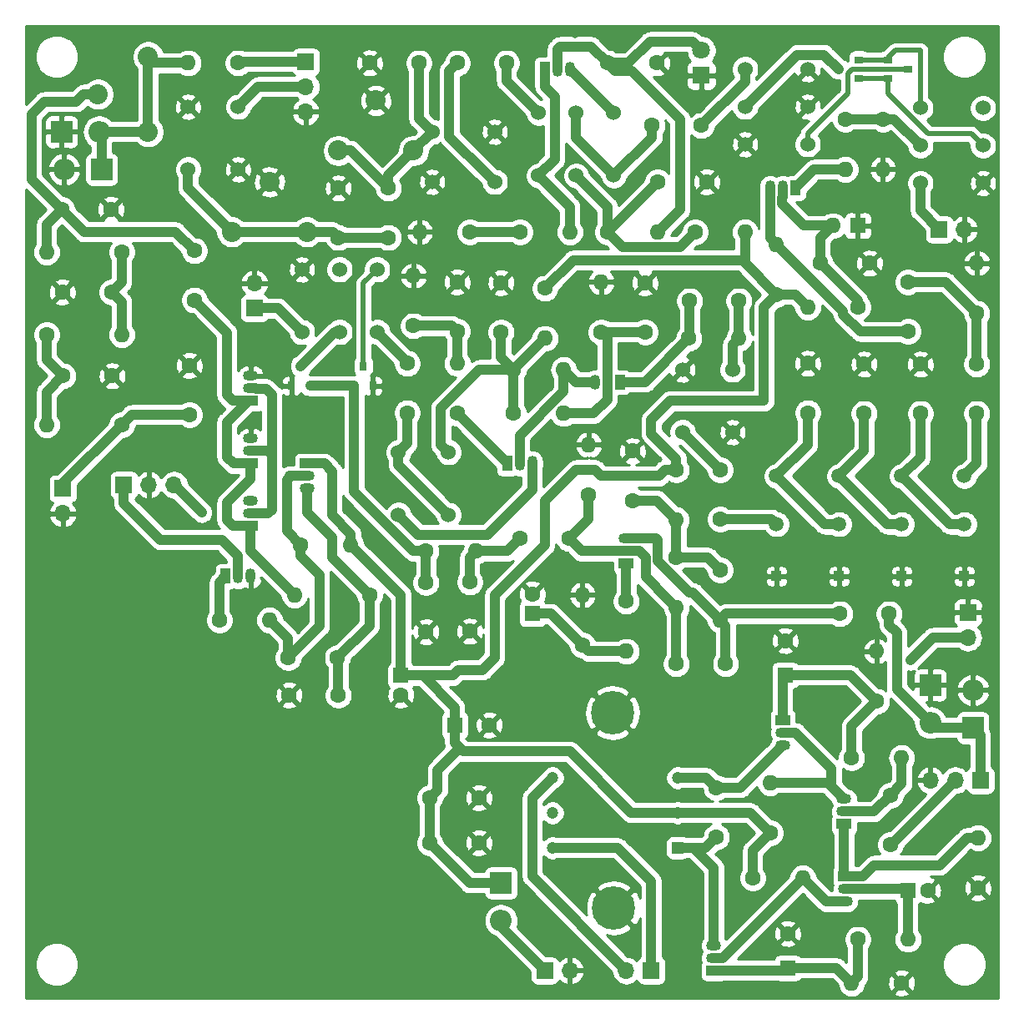
<source format=gbr>
G04 #@! TF.GenerationSoftware,KiCad,Pcbnew,(5.1.2)-2*
G04 #@! TF.CreationDate,2020-07-27T19:16:20-04:00*
G04 #@! TF.ProjectId,2n2-trans,326e322d-7472-4616-9e73-2e6b69636164,rev?*
G04 #@! TF.SameCoordinates,Original*
G04 #@! TF.FileFunction,Copper,L1,Top*
G04 #@! TF.FilePolarity,Positive*
%FSLAX46Y46*%
G04 Gerber Fmt 4.6, Leading zero omitted, Abs format (unit mm)*
G04 Created by KiCad (PCBNEW (5.1.2)-2) date 2020-07-27 19:16:20*
%MOMM*%
%LPD*%
G04 APERTURE LIST*
%ADD10O,1.700000X1.700000*%
%ADD11R,1.700000X1.700000*%
%ADD12C,1.600000*%
%ADD13R,1.600000X1.600000*%
%ADD14O,1.600000X1.600000*%
%ADD15R,1.050000X1.500000*%
%ADD16O,1.050000X1.500000*%
%ADD17R,1.500000X1.050000*%
%ADD18O,1.500000X1.050000*%
%ADD19C,1.200000*%
%ADD20R,1.200000X1.200000*%
%ADD21C,0.700000*%
%ADD22C,4.400000*%
%ADD23C,1.524000*%
%ADD24C,1.500000*%
%ADD25R,1.000000X1.000000*%
%ADD26R,0.900000X0.800000*%
%ADD27C,2.032000*%
%ADD28O,2.200000X2.200000*%
%ADD29R,2.200000X2.200000*%
%ADD30R,1.800000X1.800000*%
%ADD31C,1.800000*%
%ADD32R,0.800000X0.900000*%
%ADD33C,0.800000*%
%ADD34C,1.016000*%
%ADD35C,0.508000*%
%ADD36C,0.250000*%
%ADD37C,0.254000*%
G04 APERTURE END LIST*
D10*
X172466000Y-107188000D03*
D11*
X172466000Y-104648000D03*
D12*
X123896000Y-116078000D03*
D13*
X120396000Y-116078000D03*
D12*
X154178000Y-137216000D03*
D13*
X154178000Y-140716000D03*
D12*
X153924000Y-107498000D03*
D13*
X153924000Y-110998000D03*
D10*
X137795000Y-140970000D03*
D11*
X140335000Y-140970000D03*
D14*
X78994000Y-68072000D03*
D12*
X86614000Y-68072000D03*
D14*
X109855000Y-97790000D03*
D12*
X104775000Y-97790000D03*
D14*
X101600000Y-105410000D03*
D12*
X96520000Y-105410000D03*
D15*
X97155000Y-100965000D03*
D16*
X99695000Y-100965000D03*
X98425000Y-100965000D03*
D17*
X105410000Y-89535000D03*
D18*
X105410000Y-92075000D03*
X105410000Y-90805000D03*
D17*
X99695000Y-95885000D03*
D18*
X99695000Y-93345000D03*
X99695000Y-94615000D03*
D17*
X99695000Y-89535000D03*
D18*
X99695000Y-86995000D03*
X99695000Y-88265000D03*
D17*
X99695000Y-83185000D03*
D18*
X99695000Y-80645000D03*
X99695000Y-81915000D03*
D14*
X78994000Y-85598000D03*
D12*
X86614000Y-85598000D03*
D14*
X86614000Y-76454000D03*
D12*
X78994000Y-76454000D03*
D14*
X104140000Y-102870000D03*
D12*
X111760000Y-102870000D03*
D10*
X91897200Y-91694000D03*
X89357200Y-91694000D03*
D11*
X86817200Y-91694000D03*
D10*
X80645000Y-94615000D03*
D11*
X80645000Y-92075000D03*
D12*
X93472000Y-79582000D03*
X93472000Y-84582000D03*
X85645000Y-80645000D03*
X80645000Y-80645000D03*
X80598000Y-72136000D03*
X85598000Y-72136000D03*
X85518000Y-63754000D03*
X80518000Y-63754000D03*
X93980000Y-72945000D03*
X93980000Y-67945000D03*
X103585000Y-113030000D03*
X108585000Y-113030000D03*
X108505000Y-109220000D03*
X103505000Y-109220000D03*
D19*
X130302000Y-128524000D03*
X130302000Y-124968000D03*
X130302000Y-121412000D03*
X143002000Y-121412000D03*
X143002000Y-124968000D03*
D20*
X143002000Y-128524000D03*
D21*
X137691726Y-133453274D03*
X136525000Y-132970000D03*
X135358274Y-133453274D03*
X134875000Y-134620000D03*
X135358274Y-135786726D03*
X136525000Y-136270000D03*
X137691726Y-135786726D03*
X138175000Y-134620000D03*
D22*
X136525000Y-134620000D03*
D21*
X137564726Y-113641274D03*
X136398000Y-113158000D03*
X135231274Y-113641274D03*
X134748000Y-114808000D03*
X135231274Y-115974726D03*
X136398000Y-116458000D03*
X137564726Y-115974726D03*
X138048000Y-114808000D03*
D22*
X136398000Y-114808000D03*
D12*
X156210000Y-79375000D03*
X156210000Y-84375000D03*
X161925000Y-79455000D03*
X161925000Y-84455000D03*
X167640000Y-79455000D03*
X167640000Y-84455000D03*
X173355000Y-79455000D03*
X173355000Y-84455000D03*
X147320000Y-95170000D03*
X147320000Y-90170000D03*
X114935000Y-113030000D03*
D13*
X114935000Y-111030000D03*
D12*
X168370000Y-132842000D03*
D13*
X166370000Y-132842000D03*
D17*
X159893000Y-126111000D03*
D18*
X159893000Y-123571000D03*
X159893000Y-124841000D03*
X137795000Y-98425000D03*
X137795000Y-97155000D03*
D17*
X137795000Y-99695000D03*
D14*
X137795000Y-108585000D03*
D12*
X137795000Y-103505000D03*
X133350000Y-107950000D03*
D14*
X133350000Y-102870000D03*
D12*
X128270000Y-102775000D03*
D13*
X128270000Y-104775000D03*
D23*
X114681000Y-94742000D03*
X114681000Y-88392000D03*
X119761000Y-94742000D03*
X119761000Y-88392000D03*
D24*
X159385000Y-95685000D03*
X159385000Y-90805000D03*
D15*
X129540000Y-49530000D03*
D16*
X132080000Y-49530000D03*
X130810000Y-49530000D03*
D25*
X153035000Y-100965000D03*
D24*
X153035000Y-90805000D03*
X153035000Y-95685000D03*
X172085000Y-95685000D03*
X172085000Y-90805000D03*
D26*
X164370000Y-48580000D03*
X164370000Y-50480000D03*
X166370000Y-49530000D03*
D23*
X149860000Y-49530000D03*
X156210000Y-49530000D03*
X149860000Y-53340000D03*
X156210000Y-53340000D03*
X149860000Y-57150000D03*
X156210000Y-57150000D03*
D12*
X157480000Y-69215000D03*
X162480000Y-69215000D03*
D25*
X159385000Y-100965000D03*
X165735000Y-100965000D03*
X172085000Y-100965000D03*
D14*
X155702000Y-131572000D03*
D12*
X150622000Y-131572000D03*
D14*
X152400000Y-121920000D03*
D12*
X152400000Y-127000000D03*
D14*
X173482000Y-127508000D03*
D12*
X173482000Y-132588000D03*
D14*
X160655000Y-142240000D03*
D12*
X165735000Y-142240000D03*
D14*
X166370000Y-137795000D03*
D12*
X161290000Y-137795000D03*
D14*
X163195000Y-108585000D03*
D12*
X163195000Y-113665000D03*
D14*
X165735000Y-119380000D03*
D12*
X160655000Y-119380000D03*
D17*
X160020000Y-131445000D03*
D18*
X160020000Y-133985000D03*
X160020000Y-132715000D03*
D17*
X146685000Y-140970000D03*
D18*
X146685000Y-138430000D03*
X146685000Y-139700000D03*
D17*
X153670000Y-115570000D03*
D18*
X153670000Y-118110000D03*
X153670000Y-116840000D03*
D10*
X168656000Y-121666000D03*
X171196000Y-121666000D03*
D11*
X173736000Y-121666000D03*
D12*
X164592000Y-128190000D03*
X164592000Y-123190000D03*
X146939000Y-122428000D03*
X146939000Y-127428000D03*
X117856000Y-123444000D03*
X122856000Y-123444000D03*
D27*
X84201000Y-52070000D03*
X89281000Y-55880000D03*
X89281000Y-48260000D03*
X101600000Y-60960000D03*
X97790000Y-66040000D03*
X105410000Y-66040000D03*
X112395000Y-52705000D03*
X108585000Y-57785000D03*
X116205000Y-57785000D03*
D10*
X105283000Y-53848000D03*
X105283000Y-51308000D03*
D11*
X105283000Y-48768000D03*
D28*
X125095000Y-135890000D03*
D29*
X125095000Y-132080000D03*
D12*
X108585000Y-61595000D03*
X108585000Y-66595000D03*
X111760000Y-48895000D03*
X116760000Y-48895000D03*
X113665000Y-61595000D03*
X113665000Y-66595000D03*
X117856000Y-128016000D03*
X122856000Y-128016000D03*
X135890000Y-48895000D03*
X140890000Y-48895000D03*
X140415000Y-55245000D03*
X145415000Y-55245000D03*
X145970000Y-60960000D03*
X140970000Y-60960000D03*
X125650000Y-48895000D03*
X120650000Y-48895000D03*
X139700000Y-76200000D03*
X139700000Y-71200000D03*
X125095000Y-76200000D03*
X125095000Y-71200000D03*
X120650000Y-71120000D03*
X120650000Y-76120000D03*
X115570000Y-79375000D03*
X115570000Y-84375000D03*
X121920000Y-101553000D03*
X121920000Y-106553000D03*
X117475000Y-101600000D03*
X117475000Y-106600000D03*
X149225000Y-73025000D03*
X144225000Y-73025000D03*
X166370000Y-71120000D03*
X166370000Y-76120000D03*
X159465000Y-104775000D03*
X164465000Y-104775000D03*
X127000000Y-97155000D03*
X132000000Y-97155000D03*
X147875000Y-109855000D03*
X142875000Y-109855000D03*
X138430000Y-88265000D03*
X138430000Y-93265000D03*
D30*
X145415000Y-50165000D03*
D31*
X145415000Y-47625000D03*
D13*
X161290000Y-65405000D03*
D14*
X158750000Y-65405000D03*
D29*
X172974000Y-116332000D03*
D28*
X172974000Y-112522000D03*
X168656000Y-115824000D03*
D29*
X168656000Y-112014000D03*
D28*
X80772000Y-59690000D03*
D29*
X84582000Y-59690000D03*
X80518000Y-55880000D03*
D28*
X84328000Y-55880000D03*
D26*
X159385000Y-49530000D03*
X161385000Y-48580000D03*
X161385000Y-50480000D03*
D32*
X103825000Y-81645000D03*
X105725000Y-81645000D03*
X104775000Y-79645000D03*
X111125000Y-79645000D03*
X112075000Y-81645000D03*
X110175000Y-81645000D03*
D10*
X132080000Y-140970000D03*
D11*
X129540000Y-140970000D03*
X100076000Y-73787000D03*
D10*
X100076000Y-71247000D03*
X172085000Y-65786000D03*
D11*
X169545000Y-65786000D03*
D12*
X127000000Y-66040000D03*
D14*
X132080000Y-66040000D03*
X163830000Y-59690000D03*
D12*
X163830000Y-54610000D03*
X153035000Y-72390000D03*
D14*
X153035000Y-67310000D03*
X93345000Y-48895000D03*
D12*
X98425000Y-48895000D03*
D16*
X153670000Y-61595000D03*
X152400000Y-61595000D03*
D15*
X154940000Y-61595000D03*
D16*
X135890000Y-81280000D03*
X134620000Y-81280000D03*
D15*
X137160000Y-81280000D03*
X125730000Y-89535000D03*
D16*
X128270000Y-89535000D03*
X127000000Y-89535000D03*
D14*
X116840000Y-66040000D03*
D12*
X121920000Y-66040000D03*
D14*
X149860000Y-66040000D03*
D12*
X144780000Y-66040000D03*
X135890000Y-66040000D03*
D14*
X140970000Y-66040000D03*
D12*
X135255000Y-76200000D03*
D14*
X135255000Y-71120000D03*
D12*
X160020000Y-54610000D03*
D14*
X160020000Y-59690000D03*
X156210000Y-73660000D03*
D12*
X161290000Y-73660000D03*
D14*
X131445000Y-84455000D03*
D12*
X126365000Y-84455000D03*
X126365000Y-80010000D03*
D14*
X131445000Y-80010000D03*
D12*
X116205000Y-75565000D03*
D14*
X116205000Y-70485000D03*
X122555000Y-98425000D03*
D12*
X117475000Y-98425000D03*
X129540000Y-71755000D03*
D14*
X129540000Y-76835000D03*
D12*
X144145000Y-76835000D03*
D14*
X149225000Y-76835000D03*
D12*
X120650000Y-84455000D03*
D14*
X120650000Y-79375000D03*
X173355000Y-69215000D03*
D12*
X173355000Y-74295000D03*
X142875000Y-99060000D03*
D14*
X142875000Y-104140000D03*
X133985000Y-87630000D03*
D12*
X133985000Y-92710000D03*
X147320000Y-100330000D03*
D14*
X147320000Y-105410000D03*
D12*
X142875000Y-90170000D03*
D14*
X142875000Y-95250000D03*
D23*
X98425000Y-53340000D03*
X98425000Y-59690000D03*
X93345000Y-53340000D03*
X93345000Y-59690000D03*
X118110000Y-55880000D03*
X124460000Y-55880000D03*
X118110000Y-60960000D03*
X124460000Y-60960000D03*
X167640000Y-53467000D03*
X173990000Y-53467000D03*
X167640000Y-57277000D03*
X173990000Y-57277000D03*
X167640000Y-61087000D03*
X173990000Y-61087000D03*
X136525000Y-53975000D03*
X136525000Y-60325000D03*
X132715000Y-53975000D03*
X132715000Y-60325000D03*
X128905000Y-53975000D03*
X128905000Y-60325000D03*
X148590000Y-80010000D03*
X148590000Y-86360000D03*
X143510000Y-80010000D03*
X143510000Y-86360000D03*
X104902000Y-76200000D03*
X104902000Y-69850000D03*
X108712000Y-76200000D03*
X108712000Y-69850000D03*
X112522000Y-76200000D03*
X112522000Y-69850000D03*
D24*
X165735000Y-90805000D03*
X165735000Y-95685000D03*
D33*
X78486000Y-100076000D03*
X78486000Y-101854000D03*
X78486000Y-103632000D03*
X78486000Y-105410000D03*
X78486000Y-107188000D03*
X81280000Y-100076000D03*
X81280000Y-103632000D03*
X81280000Y-107188000D03*
X81280000Y-105410000D03*
X81280000Y-101854000D03*
X84328000Y-107188000D03*
X84328000Y-101854000D03*
X84328000Y-100076000D03*
X84328000Y-103632000D03*
X84328000Y-105410000D03*
X87376000Y-103632000D03*
X87376000Y-107188000D03*
X87376000Y-101854000D03*
X87376000Y-105410000D03*
X87376000Y-100076000D03*
X78486000Y-119126000D03*
X78486000Y-115570000D03*
X78486000Y-122682000D03*
X78486000Y-120904000D03*
X78486000Y-117348000D03*
X81026000Y-117348000D03*
X81026000Y-120904000D03*
X81026000Y-122682000D03*
X81026000Y-115570000D03*
X81026000Y-119126000D03*
X83820000Y-122682000D03*
X83820000Y-115570000D03*
X83820000Y-117348000D03*
X83820000Y-120904000D03*
X83820000Y-119126000D03*
X86868000Y-115570000D03*
X86868000Y-119126000D03*
X86868000Y-120904000D03*
X86868000Y-122682000D03*
X86868000Y-117348000D03*
X86868000Y-128778000D03*
X83820000Y-128778000D03*
X81026000Y-135890000D03*
X81026000Y-128778000D03*
X81026000Y-130556000D03*
X86868000Y-135890000D03*
X78486000Y-130556000D03*
X78486000Y-134112000D03*
X83820000Y-132334000D03*
X86868000Y-130556000D03*
X83820000Y-134112000D03*
X81026000Y-134112000D03*
X78486000Y-135890000D03*
X86868000Y-132334000D03*
X83820000Y-135890000D03*
X83820000Y-130556000D03*
X86868000Y-134112000D03*
X78486000Y-128778000D03*
X78486000Y-132334000D03*
X81026000Y-132334000D03*
X100838000Y-141986000D03*
X100838000Y-136652000D03*
X94996000Y-134874000D03*
X100838000Y-134874000D03*
X92456000Y-136652000D03*
X92456000Y-138430000D03*
X94996000Y-141986000D03*
X92456000Y-134874000D03*
X100838000Y-140208000D03*
X97790000Y-134874000D03*
X97790000Y-141986000D03*
X94996000Y-140208000D03*
X100838000Y-138430000D03*
X94996000Y-138430000D03*
X92456000Y-141986000D03*
X97790000Y-136652000D03*
X92456000Y-140208000D03*
X94996000Y-136652000D03*
X97790000Y-140208000D03*
X97790000Y-138430000D03*
X106172000Y-138430000D03*
X106172000Y-141986000D03*
X106172000Y-134874000D03*
X108712000Y-134874000D03*
X111506000Y-141986000D03*
X108712000Y-141986000D03*
X111506000Y-138430000D03*
X108712000Y-136652000D03*
X114554000Y-136652000D03*
X114554000Y-141986000D03*
X111506000Y-134874000D03*
X111506000Y-136652000D03*
X114554000Y-134874000D03*
X106172000Y-140208000D03*
X108712000Y-140208000D03*
X111506000Y-140208000D03*
X106172000Y-136652000D03*
X114554000Y-140208000D03*
X114554000Y-138430000D03*
X108712000Y-138430000D03*
X97790000Y-128016000D03*
X92456000Y-124460000D03*
X100838000Y-129794000D03*
X97790000Y-124460000D03*
X92456000Y-126238000D03*
X94996000Y-122682000D03*
X97790000Y-122682000D03*
X94996000Y-126238000D03*
X92456000Y-122682000D03*
X92456000Y-128016000D03*
X100838000Y-122682000D03*
X100838000Y-126238000D03*
X100838000Y-128016000D03*
X97790000Y-126238000D03*
X94996000Y-128016000D03*
X94996000Y-129794000D03*
X92456000Y-129794000D03*
X94996000Y-124460000D03*
X100838000Y-124460000D03*
X97790000Y-129794000D03*
X145796000Y-113284000D03*
X148844000Y-113284000D03*
X143002000Y-113284000D03*
X143002000Y-115570000D03*
X145796000Y-115570000D03*
X148844000Y-115570000D03*
X148844000Y-117856000D03*
X143002000Y-117856000D03*
X145796000Y-117856000D03*
X132080000Y-111506000D03*
X126238000Y-111506000D03*
X129032000Y-111506000D03*
X126238000Y-114046000D03*
X129032000Y-114046000D03*
X132080000Y-114046000D03*
X140462000Y-117856000D03*
X134620000Y-117856000D03*
X137414000Y-117856000D03*
X161544000Y-98552000D03*
X158496000Y-98552000D03*
X155702000Y-98552000D03*
X164592000Y-98552000D03*
X170434000Y-98552000D03*
X167386000Y-98552000D03*
X82804000Y-45974000D03*
X85598000Y-45974000D03*
X88646000Y-45974000D03*
X95758000Y-45974000D03*
X92964000Y-45974000D03*
X98806000Y-45974000D03*
X108966000Y-45974000D03*
X103124000Y-45974000D03*
X105918000Y-45974000D03*
X98552000Y-56642000D03*
X92710000Y-56642000D03*
X95504000Y-56642000D03*
X103632000Y-56642000D03*
X100838000Y-56642000D03*
X106680000Y-56642000D03*
X118872000Y-45974000D03*
X113030000Y-45974000D03*
X115824000Y-45974000D03*
X127508000Y-45974000D03*
X121666000Y-45974000D03*
X124460000Y-45974000D03*
X135636000Y-45974000D03*
X132588000Y-45974000D03*
X129794000Y-45974000D03*
X124460000Y-63500000D03*
X127508000Y-63500000D03*
X121666000Y-63500000D03*
X114046000Y-64008000D03*
X108204000Y-64008000D03*
X110998000Y-64008000D03*
X95250000Y-76454000D03*
X92202000Y-76454000D03*
X89408000Y-76454000D03*
X158750000Y-82042000D03*
X155956000Y-82042000D03*
X161798000Y-82042000D03*
X168910000Y-82042000D03*
X166116000Y-82042000D03*
X171958000Y-82042000D03*
X155143200Y-124307600D03*
X155168600Y-126542800D03*
X155219400Y-128930400D03*
X157937200Y-113131600D03*
X157886400Y-115646200D03*
X166624000Y-109474000D03*
X94742000Y-94488000D03*
D34*
X93345000Y-61595000D02*
X97790000Y-66040000D01*
X93345000Y-59690000D02*
X93345000Y-61595000D01*
X97790000Y-66040000D02*
X105410000Y-66040000D01*
X108030000Y-66040000D02*
X108585000Y-66595000D01*
X105410000Y-66040000D02*
X108030000Y-66040000D01*
X113665000Y-66595000D02*
X108585000Y-66595000D01*
X116760000Y-54530000D02*
X118110000Y-55880000D01*
X116760000Y-48895000D02*
X116760000Y-54530000D01*
X116205000Y-57785000D02*
X118110000Y-55880000D01*
X113665000Y-60325000D02*
X116205000Y-57785000D01*
X113665000Y-61595000D02*
X113665000Y-60325000D01*
X109855000Y-57785000D02*
X113665000Y-61595000D01*
X108585000Y-57785000D02*
X109855000Y-57785000D01*
X142875000Y-89038630D02*
X140335000Y-86498630D01*
X142875000Y-90170000D02*
X142875000Y-89038630D01*
X140335000Y-86498630D02*
X140335000Y-85090000D01*
X140335000Y-85090000D02*
X142240000Y-83185000D01*
X142240000Y-83185000D02*
X151765000Y-83185000D01*
X151765000Y-73660000D02*
X153035000Y-72390000D01*
X151765000Y-83185000D02*
X151765000Y-73660000D01*
X154940000Y-72390000D02*
X156210000Y-73660000D01*
X153035000Y-72390000D02*
X154940000Y-72390000D01*
X153035000Y-72390000D02*
X149860000Y-69215000D01*
X149532990Y-68907010D02*
X149860000Y-68580000D01*
X132387990Y-68907010D02*
X149532990Y-68907010D01*
X129540000Y-71755000D02*
X132387990Y-68907010D01*
X149860000Y-69215000D02*
X149860000Y-68580000D01*
X149860000Y-68580000D02*
X149860000Y-66040000D01*
X114935000Y-102870000D02*
X109855000Y-97790000D01*
X114935000Y-111030000D02*
X114935000Y-102870000D01*
X109855000Y-96658630D02*
X107950000Y-94753630D01*
X109855000Y-97790000D02*
X109855000Y-96658630D01*
X107176000Y-89535000D02*
X105410000Y-89535000D01*
X107950000Y-90309000D02*
X107176000Y-89535000D01*
X107950000Y-94753630D02*
X107950000Y-90309000D01*
X120396000Y-117894000D02*
X120396000Y-116078000D01*
X132080000Y-118745000D02*
X121247000Y-118745000D01*
X138303000Y-124968000D02*
X132080000Y-118745000D01*
X143002000Y-124968000D02*
X138303000Y-124968000D01*
X117164000Y-111030000D02*
X116872000Y-111030000D01*
X120396000Y-114262000D02*
X117164000Y-111030000D01*
X120396000Y-116078000D02*
X120396000Y-114262000D01*
X114935000Y-111030000D02*
X116872000Y-111030000D01*
X141108630Y-90805000D02*
X141743630Y-90170000D01*
X135255000Y-90805000D02*
X141108630Y-90805000D01*
X129540000Y-97790000D02*
X129540000Y-93345000D01*
X120199000Y-111030000D02*
X120739000Y-110490000D01*
X132715000Y-90170000D02*
X134620000Y-90170000D01*
X116872000Y-111030000D02*
X120199000Y-111030000D01*
X141743630Y-90170000D02*
X142875000Y-90170000D01*
X120739000Y-110490000D02*
X123190000Y-110490000D01*
X134620000Y-90170000D02*
X135255000Y-90805000D01*
X123190000Y-110490000D02*
X124460000Y-109220000D01*
X124460000Y-109220000D02*
X124460000Y-102870000D01*
X129540000Y-93345000D02*
X132715000Y-90170000D01*
X124460000Y-102870000D02*
X129540000Y-97790000D01*
X118655999Y-120612001D02*
X120885000Y-118383000D01*
X118655999Y-122644001D02*
X118655999Y-120612001D01*
X117856000Y-123444000D02*
X118655999Y-122644001D01*
X121247000Y-118745000D02*
X120885000Y-118383000D01*
X120885000Y-118383000D02*
X120396000Y-117894000D01*
X117856000Y-123444000D02*
X117856000Y-128016000D01*
X121920000Y-132080000D02*
X125095000Y-132080000D01*
X117856000Y-128016000D02*
X121920000Y-132080000D01*
X150368000Y-124968000D02*
X152400000Y-127000000D01*
X143002000Y-124968000D02*
X150368000Y-124968000D01*
X150622000Y-128778000D02*
X152400000Y-127000000D01*
X150622000Y-131572000D02*
X150622000Y-128778000D01*
X130810000Y-49530000D02*
X130810000Y-47498000D01*
X130810000Y-47498000D02*
X131064000Y-47244000D01*
X134239000Y-47244000D02*
X135890000Y-48895000D01*
X131064000Y-47244000D02*
X134239000Y-47244000D01*
X135890000Y-48895000D02*
X138049000Y-48895000D01*
X144515001Y-46725001D02*
X145415000Y-47625000D01*
X140218999Y-46725001D02*
X144515001Y-46725001D01*
X138049000Y-48895000D02*
X140218999Y-46725001D01*
X136689999Y-49694999D02*
X138340999Y-49694999D01*
X135890000Y-48895000D02*
X136689999Y-49694999D01*
X138340999Y-49694999D02*
X143256000Y-54610000D01*
X143256000Y-63754000D02*
X140970000Y-66040000D01*
X143256000Y-54610000D02*
X143256000Y-63754000D01*
X132715000Y-56515000D02*
X136525000Y-60325000D01*
X132715000Y-53975000D02*
X132715000Y-56515000D01*
X140415000Y-56435000D02*
X136525000Y-60325000D01*
X140415000Y-55245000D02*
X140415000Y-56435000D01*
X149860000Y-50800000D02*
X145415000Y-55245000D01*
X149860000Y-49530000D02*
X149860000Y-50800000D01*
X136689999Y-66839999D02*
X135890000Y-66040000D01*
X137398001Y-67548001D02*
X136689999Y-66839999D01*
X143271999Y-67548001D02*
X137398001Y-67548001D01*
X144780000Y-66040000D02*
X143271999Y-67548001D01*
X140970000Y-60960000D02*
X135890000Y-66040000D01*
X135890000Y-63500000D02*
X135890000Y-66040000D01*
X132715000Y-60325000D02*
X135890000Y-63500000D01*
X125650000Y-50720000D02*
X128905000Y-53975000D01*
X125650000Y-48895000D02*
X125650000Y-50720000D01*
X123698001Y-60198001D02*
X124460000Y-60960000D01*
X119850001Y-56350001D02*
X123698001Y-60198001D01*
X119850001Y-49694999D02*
X119850001Y-56350001D01*
X120650000Y-48895000D02*
X119850001Y-49694999D01*
X134481000Y-84455000D02*
X131445000Y-84455000D01*
X135890000Y-81280000D02*
X135890000Y-83046000D01*
X135890000Y-83046000D02*
X134481000Y-84455000D01*
X139700000Y-76200000D02*
X135255000Y-76200000D01*
X135890000Y-76835000D02*
X135890000Y-81280000D01*
X135255000Y-76200000D02*
X135890000Y-76835000D01*
X125233630Y-80010000D02*
X126365000Y-80010000D01*
X122863158Y-80010000D02*
X125233630Y-80010000D01*
X118999001Y-83874157D02*
X122863158Y-80010000D01*
X118999001Y-87630001D02*
X118999001Y-83874157D01*
X119761000Y-88392000D02*
X118999001Y-87630001D01*
X126365000Y-84455000D02*
X126365000Y-80010000D01*
X129540000Y-76835000D02*
X126365000Y-80010000D01*
X125095000Y-78740000D02*
X126365000Y-80010000D01*
X125095000Y-76200000D02*
X125095000Y-78740000D01*
X152520000Y-95170000D02*
X153035000Y-95685000D01*
X147320000Y-95170000D02*
X152520000Y-95170000D01*
X143510000Y-86360000D02*
X147320000Y-90170000D01*
X161290000Y-73025000D02*
X157480000Y-69215000D01*
X161290000Y-73660000D02*
X161290000Y-73025000D01*
X157480000Y-66675000D02*
X158750000Y-65405000D01*
X157480000Y-69215000D02*
X157480000Y-66675000D01*
X153616010Y-62537990D02*
X153616010Y-63192010D01*
X153670000Y-61595000D02*
X153670000Y-62484000D01*
X153670000Y-62484000D02*
X153616010Y-62537990D01*
X155829000Y-65405000D02*
X158750000Y-65405000D01*
X153616010Y-63192010D02*
X155829000Y-65405000D01*
X120095000Y-75565000D02*
X120650000Y-76120000D01*
X116205000Y-75565000D02*
X120095000Y-75565000D01*
X120650000Y-79375000D02*
X120650000Y-76120000D01*
X115570000Y-79248000D02*
X112522000Y-76200000D01*
X115570000Y-79375000D02*
X115570000Y-79248000D01*
X115570000Y-87503000D02*
X114681000Y-88392000D01*
X115570000Y-84375000D02*
X115570000Y-87503000D01*
X114681000Y-89662000D02*
X119761000Y-94742000D01*
X114681000Y-88392000D02*
X114681000Y-89662000D01*
X125730000Y-98425000D02*
X122555000Y-98425000D01*
X127000000Y-97155000D02*
X125730000Y-98425000D01*
X121920000Y-99060000D02*
X122555000Y-98425000D01*
X121920000Y-101553000D02*
X121920000Y-99060000D01*
X117475000Y-101600000D02*
X117475000Y-98425000D01*
X110175000Y-83111000D02*
X110175000Y-81645000D01*
X110175000Y-92411602D02*
X110175000Y-83111000D01*
X116188398Y-98425000D02*
X110175000Y-92411602D01*
X117475000Y-98425000D02*
X116188398Y-98425000D01*
X105725000Y-81645000D02*
X110175000Y-81645000D01*
X173355000Y-79455000D02*
X173355000Y-74295000D01*
X170180000Y-71120000D02*
X173355000Y-74295000D01*
X166370000Y-71120000D02*
X170180000Y-71120000D01*
X173355000Y-89535000D02*
X172085000Y-90805000D01*
X173355000Y-84455000D02*
X173355000Y-89535000D01*
X149225000Y-73025000D02*
X149225000Y-76835000D01*
X148590000Y-77470000D02*
X149225000Y-76835000D01*
X148590000Y-80010000D02*
X148590000Y-77470000D01*
X144225000Y-76755000D02*
X144145000Y-76835000D01*
X144225000Y-73025000D02*
X144225000Y-76755000D01*
X139700000Y-81280000D02*
X144145000Y-76835000D01*
X137160000Y-81280000D02*
X139700000Y-81280000D01*
X152400000Y-66675000D02*
X153035000Y-67310000D01*
X152400000Y-61595000D02*
X152400000Y-66675000D01*
X165238630Y-76120000D02*
X166370000Y-76120000D01*
X161518158Y-76120000D02*
X165238630Y-76120000D01*
X159781999Y-74383841D02*
X161518158Y-76120000D01*
X159781999Y-74056999D02*
X159781999Y-74383841D01*
X153035000Y-67310000D02*
X159781999Y-74056999D01*
X147955000Y-104775000D02*
X147320000Y-105410000D01*
X159465000Y-104775000D02*
X147955000Y-104775000D01*
X147875000Y-105965000D02*
X147320000Y-105410000D01*
X147875000Y-109855000D02*
X147875000Y-105965000D01*
X137795000Y-97155000D02*
X140843000Y-97155000D01*
X140843000Y-97155000D02*
X140970000Y-97282000D01*
X140970000Y-99386842D02*
X144199158Y-102616000D01*
X140970000Y-97282000D02*
X140970000Y-99386842D01*
X144526000Y-102616000D02*
X147320000Y-105410000D01*
X144199158Y-102616000D02*
X144526000Y-102616000D01*
X142875000Y-104140000D02*
X142875000Y-109855000D01*
X142075001Y-103340001D02*
X142875000Y-104140000D01*
X139753990Y-101018990D02*
X142075001Y-103340001D01*
X139753990Y-99104588D02*
X139753990Y-101018990D01*
X139074402Y-98425000D02*
X139753990Y-99104588D01*
X137795000Y-98425000D02*
X139074402Y-98425000D01*
X133270000Y-98425000D02*
X137795000Y-98425000D01*
X132000000Y-97155000D02*
X133270000Y-98425000D01*
X133985000Y-95170000D02*
X132000000Y-97155000D01*
X133985000Y-92710000D02*
X133985000Y-95170000D01*
X130175000Y-104775000D02*
X133350000Y-107950000D01*
X128270000Y-104775000D02*
X130175000Y-104775000D01*
X133985000Y-108585000D02*
X133350000Y-107950000D01*
X137795000Y-108585000D02*
X133985000Y-108585000D01*
X140890000Y-93265000D02*
X142875000Y-95250000D01*
X138430000Y-93265000D02*
X140890000Y-93265000D01*
X146050000Y-99060000D02*
X147320000Y-100330000D01*
X142875000Y-99060000D02*
X146050000Y-99060000D01*
X142875000Y-95250000D02*
X142875000Y-99060000D01*
X167640000Y-88900000D02*
X165735000Y-90805000D01*
X167640000Y-84455000D02*
X167640000Y-88900000D01*
X170615000Y-95685000D02*
X165735000Y-90805000D01*
X172085000Y-95685000D02*
X170615000Y-95685000D01*
X161925000Y-88265000D02*
X159385000Y-90805000D01*
X161925000Y-84455000D02*
X161925000Y-88265000D01*
X164265000Y-95685000D02*
X159385000Y-90805000D01*
X165735000Y-95685000D02*
X164265000Y-95685000D01*
D35*
X164370000Y-50480000D02*
X161385000Y-50480000D01*
X164370000Y-51388000D02*
X164370000Y-50480000D01*
X164370000Y-51996682D02*
X164370000Y-51388000D01*
X168434317Y-56060999D02*
X164370000Y-51996682D01*
X172773999Y-56060999D02*
X168434317Y-56060999D01*
X173990000Y-57277000D02*
X172773999Y-56060999D01*
D36*
X92964000Y-48895000D02*
X93345000Y-48895000D01*
D34*
X89281000Y-48260000D02*
X89281000Y-55880000D01*
X84582000Y-56134000D02*
X84328000Y-55880000D01*
X84582000Y-59690000D02*
X84582000Y-56134000D01*
X89281000Y-55880000D02*
X84328000Y-55880000D01*
X89916000Y-48895000D02*
X89281000Y-48260000D01*
X93345000Y-48895000D02*
X89916000Y-48895000D01*
X127000000Y-66040000D02*
X121920000Y-66040000D01*
X132080000Y-63500000D02*
X128905000Y-60325000D01*
X132080000Y-66040000D02*
X132080000Y-63500000D01*
X130556000Y-58674000D02*
X128905000Y-60325000D01*
X130556000Y-52312000D02*
X130556000Y-58674000D01*
X129540000Y-49530000D02*
X129540000Y-51296000D01*
X129540000Y-51296000D02*
X130556000Y-52312000D01*
X160020000Y-54610000D02*
X163830000Y-54610000D01*
X164973000Y-54610000D02*
X167640000Y-57277000D01*
X163830000Y-54610000D02*
X164973000Y-54610000D01*
X98552000Y-48768000D02*
X98425000Y-48895000D01*
X105283000Y-48768000D02*
X98552000Y-48768000D01*
X100457000Y-51308000D02*
X98425000Y-53340000D01*
X105283000Y-51308000D02*
X100457000Y-51308000D01*
X132080000Y-49530000D02*
X136525000Y-53975000D01*
X156845000Y-59690000D02*
X154940000Y-61595000D01*
X160020000Y-59690000D02*
X156845000Y-59690000D01*
X131445000Y-81141370D02*
X131445000Y-80010000D01*
X131445000Y-82223158D02*
X131445000Y-81141370D01*
X127000000Y-86668158D02*
X131445000Y-82223158D01*
X127000000Y-89535000D02*
X127000000Y-86668158D01*
X132715000Y-81280000D02*
X131445000Y-80010000D01*
X134620000Y-81280000D02*
X132715000Y-81280000D01*
X120650000Y-84455000D02*
X125730000Y-89535000D01*
X116713000Y-96774000D02*
X123698000Y-96774000D01*
X114681000Y-94742000D02*
X116713000Y-96774000D01*
X128270000Y-92202000D02*
X128270000Y-89535000D01*
X123698000Y-96774000D02*
X128270000Y-92202000D01*
X137795000Y-103505000D02*
X137795000Y-99695000D01*
X125095000Y-136525000D02*
X129540000Y-140970000D01*
X125095000Y-135890000D02*
X125095000Y-136525000D01*
X173736000Y-117094000D02*
X172974000Y-116332000D01*
X173736000Y-121666000D02*
X173736000Y-117094000D01*
X169164000Y-116332000D02*
X168656000Y-115824000D01*
X172974000Y-116332000D02*
X169164000Y-116332000D01*
X167556001Y-114724001D02*
X168656000Y-115824000D01*
X165261999Y-112429999D02*
X167556001Y-114724001D01*
X165261999Y-106703369D02*
X165261999Y-112429999D01*
X164465000Y-105906370D02*
X165261999Y-106703369D01*
X164465000Y-104775000D02*
X164465000Y-105906370D01*
X153670000Y-111252000D02*
X153924000Y-110998000D01*
X153670000Y-115570000D02*
X153670000Y-111252000D01*
X160528000Y-110998000D02*
X163195000Y-113665000D01*
X153924000Y-110998000D02*
X160528000Y-110998000D01*
X160655000Y-116205000D02*
X163195000Y-113665000D01*
X160655000Y-119380000D02*
X160655000Y-116205000D01*
X153924000Y-140970000D02*
X154178000Y-140716000D01*
X146685000Y-140970000D02*
X153924000Y-140970000D01*
X159131000Y-140716000D02*
X160655000Y-142240000D01*
X154178000Y-140716000D02*
X159131000Y-140716000D01*
X161290000Y-141605000D02*
X160655000Y-142240000D01*
X161290000Y-137795000D02*
X161290000Y-141605000D01*
X166243000Y-132715000D02*
X160020000Y-132715000D01*
X166370000Y-132842000D02*
X166243000Y-132715000D01*
X166370000Y-132842000D02*
X166370000Y-137795000D01*
X145923000Y-121412000D02*
X146939000Y-122428000D01*
X143002000Y-121412000D02*
X145923000Y-121412000D01*
X149352000Y-122428000D02*
X153670000Y-118110000D01*
X146939000Y-122428000D02*
X149352000Y-122428000D01*
X145843000Y-128524000D02*
X146939000Y-127428000D01*
X143002000Y-128524000D02*
X145843000Y-128524000D01*
X144618000Y-128524000D02*
X143002000Y-128524000D01*
X146685000Y-130591000D02*
X144618000Y-128524000D01*
X146685000Y-138430000D02*
X146685000Y-130591000D01*
X164672000Y-128190000D02*
X171196000Y-121666000D01*
X164592000Y-128190000D02*
X164672000Y-128190000D01*
X162941000Y-124841000D02*
X159893000Y-124841000D01*
X164592000Y-123190000D02*
X162941000Y-124841000D01*
X165735000Y-122047000D02*
X164592000Y-123190000D01*
X165735000Y-119380000D02*
X165735000Y-122047000D01*
X172466000Y-107188000D02*
X168910000Y-107188000D01*
X168910000Y-107188000D02*
X166624000Y-109474000D01*
X128270000Y-131445000D02*
X137795000Y-140970000D01*
X130302000Y-121412000D02*
X128270000Y-123444000D01*
X128270000Y-123444000D02*
X128270000Y-131445000D01*
X140335000Y-140970000D02*
X140335000Y-131953000D01*
X136906000Y-128524000D02*
X130302000Y-128524000D01*
X140335000Y-131953000D02*
X136906000Y-128524000D01*
X147574000Y-139700000D02*
X146685000Y-139700000D01*
X155702000Y-131572000D02*
X147574000Y-139700000D01*
X158115000Y-133985000D02*
X160020000Y-133985000D01*
X155702000Y-131572000D02*
X158115000Y-133985000D01*
X159893000Y-131318000D02*
X160020000Y-131445000D01*
X159893000Y-126111000D02*
X159893000Y-131318000D01*
X172350630Y-127508000D02*
X169556630Y-130302000D01*
X173482000Y-127508000D02*
X172350630Y-127508000D01*
X161786000Y-131445000D02*
X160020000Y-131445000D01*
X162929000Y-130302000D02*
X161786000Y-131445000D01*
X169556630Y-130302000D02*
X162929000Y-130302000D01*
X152400000Y-121920000D02*
X158242000Y-121920000D01*
X158623000Y-120513598D02*
X158623000Y-122301000D01*
X154949402Y-116840000D02*
X158623000Y-120513598D01*
X153670000Y-116840000D02*
X154949402Y-116840000D01*
X158242000Y-121920000D02*
X158623000Y-122301000D01*
X158623000Y-122301000D02*
X159893000Y-123571000D01*
X150621999Y-52578001D02*
X149860000Y-53340000D01*
X155140001Y-48059999D02*
X150621999Y-52578001D01*
X157864999Y-48059999D02*
X155140001Y-48059999D01*
X159335000Y-49530000D02*
X157864999Y-48059999D01*
X159385000Y-49530000D02*
X159335000Y-49530000D01*
D35*
X161385000Y-48580000D02*
X164370000Y-48580000D01*
X164370000Y-48355000D02*
X164370000Y-48580000D01*
X165100000Y-47625000D02*
X164370000Y-48355000D01*
X167640000Y-53467000D02*
X167640000Y-47625000D01*
X167640000Y-47625000D02*
X165100000Y-47625000D01*
X156210000Y-56072370D02*
X156210000Y-57150000D01*
X160289001Y-51993369D02*
X156210000Y-56072370D01*
X160289001Y-49986486D02*
X160289001Y-51993369D01*
X160745487Y-49530000D02*
X160289001Y-49986486D01*
X166370000Y-49530000D02*
X160745487Y-49530000D01*
D34*
X108220000Y-76200000D02*
X104775000Y-79645000D01*
X108712000Y-76200000D02*
X108220000Y-76200000D01*
D35*
X111125000Y-71247000D02*
X111125000Y-79645000D01*
X112522000Y-69850000D02*
X111125000Y-71247000D01*
D34*
X156210000Y-87630000D02*
X153035000Y-90805000D01*
X156210000Y-84375000D02*
X156210000Y-87630000D01*
X157915000Y-95685000D02*
X153035000Y-90805000D01*
X159385000Y-95685000D02*
X157915000Y-95685000D01*
X107950000Y-99060000D02*
X111760000Y-102870000D01*
X107950000Y-97028000D02*
X107950000Y-99060000D01*
X105410000Y-92075000D02*
X105410000Y-94488000D01*
X105410000Y-94488000D02*
X107950000Y-97028000D01*
X108585000Y-109300000D02*
X108505000Y-109220000D01*
X108585000Y-113030000D02*
X108585000Y-109300000D01*
X111760000Y-105965000D02*
X108505000Y-109220000D01*
X111760000Y-102870000D02*
X111760000Y-105965000D01*
X103505000Y-107315000D02*
X101600000Y-105410000D01*
X103505000Y-109220000D02*
X103505000Y-107315000D01*
X104775000Y-98921370D02*
X106680000Y-100826370D01*
X104775000Y-97790000D02*
X104775000Y-98921370D01*
X106680000Y-106045000D02*
X103505000Y-109220000D01*
X106680000Y-100826370D02*
X106680000Y-106045000D01*
X103644000Y-90805000D02*
X103632000Y-90817000D01*
X105410000Y-90805000D02*
X103644000Y-90805000D01*
X103632000Y-90932000D02*
X103378000Y-91186000D01*
X103632000Y-90817000D02*
X103632000Y-90932000D01*
X103378000Y-96393000D02*
X104775000Y-97790000D01*
X103378000Y-91186000D02*
X103378000Y-96393000D01*
X99695000Y-98425000D02*
X104140000Y-102870000D01*
X99695000Y-95885000D02*
X99695000Y-98425000D01*
X99695000Y-95885000D02*
X97917000Y-95885000D01*
X97917000Y-95885000D02*
X97282000Y-95250000D01*
X99695000Y-91076000D02*
X99695000Y-89535000D01*
X97282000Y-93489000D02*
X99695000Y-91076000D01*
X97282000Y-95250000D02*
X97282000Y-93489000D01*
X97929000Y-89535000D02*
X97282000Y-88888000D01*
X99695000Y-89535000D02*
X97929000Y-89535000D01*
X97282000Y-88888000D02*
X97282000Y-85344000D01*
X99470000Y-83185000D02*
X99695000Y-83185000D01*
X97311000Y-85344000D02*
X99470000Y-83185000D01*
X97282000Y-85344000D02*
X97311000Y-85344000D01*
X99695000Y-83185000D02*
X97917000Y-83185000D01*
X97917000Y-83185000D02*
X97282000Y-82550000D01*
X97282000Y-76247000D02*
X93980000Y-72945000D01*
X97282000Y-82550000D02*
X97282000Y-76247000D01*
X93980000Y-67945000D02*
X92075000Y-66040000D01*
X82804000Y-66040000D02*
X80518000Y-63754000D01*
X92075000Y-66040000D02*
X82804000Y-66040000D01*
X78994000Y-65278000D02*
X80518000Y-63754000D01*
X78994000Y-68072000D02*
X78994000Y-65278000D01*
X82764160Y-52070000D02*
X82002160Y-52832000D01*
X84201000Y-52070000D02*
X82764160Y-52070000D01*
X82002160Y-52832000D02*
X78740000Y-52832000D01*
X78740000Y-52832000D02*
X77470000Y-54102000D01*
X77470000Y-60706000D02*
X80518000Y-63754000D01*
X77470000Y-54102000D02*
X77470000Y-60706000D01*
X86614000Y-71120000D02*
X85598000Y-72136000D01*
X86614000Y-68072000D02*
X86614000Y-71120000D01*
X86614000Y-73152000D02*
X85598000Y-72136000D01*
X86614000Y-76454000D02*
X86614000Y-73152000D01*
X78994000Y-78994000D02*
X80645000Y-80645000D01*
X78994000Y-76454000D02*
X78994000Y-78994000D01*
X78994000Y-82296000D02*
X80645000Y-80645000D01*
X78994000Y-85598000D02*
X78994000Y-82296000D01*
X80645000Y-91567000D02*
X86614000Y-85598000D01*
X80645000Y-92075000D02*
X80645000Y-91567000D01*
X87630000Y-84582000D02*
X86614000Y-85598000D01*
X93472000Y-84582000D02*
X87630000Y-84582000D01*
X91897200Y-91694000D02*
X91948000Y-91694000D01*
X91948000Y-91694000D02*
X94742000Y-94488000D01*
X99695000Y-94615000D02*
X101473000Y-94615000D01*
X101473000Y-94615000D02*
X101854000Y-94234000D01*
X101461000Y-88265000D02*
X99695000Y-88265000D01*
X101854000Y-88658000D02*
X101461000Y-88265000D01*
X100239999Y-81951999D02*
X101255999Y-81951999D01*
X99695000Y-81915000D02*
X100203000Y-81915000D01*
X100203000Y-81915000D02*
X100239999Y-81951999D01*
X101854000Y-82550000D02*
X101854000Y-89662000D01*
X101255999Y-81951999D02*
X101854000Y-82550000D01*
X101854000Y-94234000D02*
X101854000Y-89662000D01*
X101854000Y-89662000D02*
X101854000Y-88658000D01*
X98388001Y-100420001D02*
X98388001Y-98896001D01*
X98425000Y-100965000D02*
X98425000Y-100457000D01*
X98425000Y-100457000D02*
X98388001Y-100420001D01*
X98388001Y-98896001D02*
X96774000Y-97282000D01*
X86817200Y-93560000D02*
X86817200Y-91694000D01*
X90539200Y-97282000D02*
X86817200Y-93560000D01*
X96774000Y-97282000D02*
X90539200Y-97282000D01*
X96520000Y-101600000D02*
X97155000Y-100965000D01*
X96520000Y-105410000D02*
X96520000Y-101600000D01*
X102489000Y-73787000D02*
X104902000Y-76200000D01*
X100076000Y-73787000D02*
X102489000Y-73787000D01*
X167640000Y-63881000D02*
X169545000Y-65786000D01*
X167640000Y-61087000D02*
X167640000Y-63881000D01*
D37*
G36*
X175540001Y-143790000D02*
G01*
X76860000Y-143790000D01*
X76860000Y-140114872D01*
X77775000Y-140114872D01*
X77775000Y-140555128D01*
X77860890Y-140986925D01*
X78029369Y-141393669D01*
X78273962Y-141759729D01*
X78585271Y-142071038D01*
X78951331Y-142315631D01*
X79358075Y-142484110D01*
X79789872Y-142570000D01*
X80230128Y-142570000D01*
X80661925Y-142484110D01*
X81068669Y-142315631D01*
X81434729Y-142071038D01*
X81746038Y-141759729D01*
X81990631Y-141393669D01*
X82159110Y-140986925D01*
X82245000Y-140555128D01*
X82245000Y-140114872D01*
X82159110Y-139683075D01*
X81990631Y-139276331D01*
X81746038Y-138910271D01*
X81434729Y-138598962D01*
X81068669Y-138354369D01*
X80661925Y-138185890D01*
X80230128Y-138100000D01*
X79789872Y-138100000D01*
X79358075Y-138185890D01*
X78951331Y-138354369D01*
X78585271Y-138598962D01*
X78273962Y-138910271D01*
X78029369Y-139276331D01*
X77860890Y-139683075D01*
X77775000Y-140114872D01*
X76860000Y-140114872D01*
X76860000Y-135890000D01*
X123351606Y-135890000D01*
X123385105Y-136230119D01*
X123484314Y-136557168D01*
X123645421Y-136858578D01*
X123862234Y-137122766D01*
X124126422Y-137339579D01*
X124427832Y-137500686D01*
X124465740Y-137512185D01*
X128051928Y-141098375D01*
X128051928Y-141820000D01*
X128064188Y-141944482D01*
X128100498Y-142064180D01*
X128159463Y-142174494D01*
X128238815Y-142271185D01*
X128335506Y-142350537D01*
X128445820Y-142409502D01*
X128565518Y-142445812D01*
X128690000Y-142458072D01*
X130390000Y-142458072D01*
X130514482Y-142445812D01*
X130634180Y-142409502D01*
X130744494Y-142350537D01*
X130841185Y-142271185D01*
X130920537Y-142174494D01*
X130979502Y-142064180D01*
X131003966Y-141983534D01*
X131079731Y-142067588D01*
X131313080Y-142241641D01*
X131575901Y-142366825D01*
X131723110Y-142411476D01*
X131953000Y-142290155D01*
X131953000Y-141097000D01*
X132207000Y-141097000D01*
X132207000Y-142290155D01*
X132436890Y-142411476D01*
X132584099Y-142366825D01*
X132846920Y-142241641D01*
X133080269Y-142067588D01*
X133275178Y-141851355D01*
X133424157Y-141601252D01*
X133521481Y-141326891D01*
X133400814Y-141097000D01*
X132207000Y-141097000D01*
X131953000Y-141097000D01*
X131933000Y-141097000D01*
X131933000Y-140843000D01*
X131953000Y-140843000D01*
X131953000Y-139649845D01*
X132207000Y-139649845D01*
X132207000Y-140843000D01*
X133400814Y-140843000D01*
X133521481Y-140613109D01*
X133424157Y-140338748D01*
X133275178Y-140088645D01*
X133080269Y-139872412D01*
X132846920Y-139698359D01*
X132584099Y-139573175D01*
X132436890Y-139528524D01*
X132207000Y-139649845D01*
X131953000Y-139649845D01*
X131723110Y-139528524D01*
X131575901Y-139573175D01*
X131313080Y-139698359D01*
X131079731Y-139872412D01*
X131003966Y-139956466D01*
X130979502Y-139875820D01*
X130920537Y-139765506D01*
X130841185Y-139668815D01*
X130744494Y-139589463D01*
X130634180Y-139530498D01*
X130514482Y-139494188D01*
X130390000Y-139481928D01*
X129668375Y-139481928D01*
X126714513Y-136528068D01*
X126804895Y-136230119D01*
X126838394Y-135890000D01*
X126804895Y-135549881D01*
X126705686Y-135222832D01*
X126544579Y-134921422D01*
X126327766Y-134657234D01*
X126063578Y-134440421D01*
X125762168Y-134279314D01*
X125435119Y-134180105D01*
X125180225Y-134155000D01*
X125009775Y-134155000D01*
X124754881Y-134180105D01*
X124427832Y-134279314D01*
X124126422Y-134440421D01*
X123862234Y-134657234D01*
X123645421Y-134921422D01*
X123484314Y-135222832D01*
X123385105Y-135549881D01*
X123351606Y-135890000D01*
X76860000Y-135890000D01*
X76860000Y-114022702D01*
X102771903Y-114022702D01*
X102843486Y-114266671D01*
X103098996Y-114387571D01*
X103373184Y-114456300D01*
X103655512Y-114470217D01*
X103935130Y-114428787D01*
X104201292Y-114333603D01*
X104326514Y-114266671D01*
X104398097Y-114022702D01*
X103585000Y-113209605D01*
X102771903Y-114022702D01*
X76860000Y-114022702D01*
X76860000Y-113100512D01*
X102144783Y-113100512D01*
X102186213Y-113380130D01*
X102281397Y-113646292D01*
X102348329Y-113771514D01*
X102592298Y-113843097D01*
X103405395Y-113030000D01*
X103764605Y-113030000D01*
X104577702Y-113843097D01*
X104821671Y-113771514D01*
X104942571Y-113516004D01*
X105011300Y-113241816D01*
X105025217Y-112959488D01*
X104983787Y-112679870D01*
X104888603Y-112413708D01*
X104821671Y-112288486D01*
X104577702Y-112216903D01*
X103764605Y-113030000D01*
X103405395Y-113030000D01*
X102592298Y-112216903D01*
X102348329Y-112288486D01*
X102227429Y-112543996D01*
X102158700Y-112818184D01*
X102144783Y-113100512D01*
X76860000Y-113100512D01*
X76860000Y-112037298D01*
X102771903Y-112037298D01*
X103585000Y-112850395D01*
X104398097Y-112037298D01*
X104326514Y-111793329D01*
X104071004Y-111672429D01*
X103796816Y-111603700D01*
X103514488Y-111589783D01*
X103234870Y-111631213D01*
X102968708Y-111726397D01*
X102843486Y-111793329D01*
X102771903Y-112037298D01*
X76860000Y-112037298D01*
X76860000Y-94971890D01*
X79203524Y-94971890D01*
X79248175Y-95119099D01*
X79373359Y-95381920D01*
X79547412Y-95615269D01*
X79763645Y-95810178D01*
X80013748Y-95959157D01*
X80288109Y-96056481D01*
X80518000Y-95935814D01*
X80518000Y-94742000D01*
X80772000Y-94742000D01*
X80772000Y-95935814D01*
X81001891Y-96056481D01*
X81276252Y-95959157D01*
X81526355Y-95810178D01*
X81742588Y-95615269D01*
X81916641Y-95381920D01*
X82041825Y-95119099D01*
X82086476Y-94971890D01*
X81965155Y-94742000D01*
X80772000Y-94742000D01*
X80518000Y-94742000D01*
X79324845Y-94742000D01*
X79203524Y-94971890D01*
X76860000Y-94971890D01*
X76860000Y-91225000D01*
X79156928Y-91225000D01*
X79156928Y-92925000D01*
X79169188Y-93049482D01*
X79205498Y-93169180D01*
X79264463Y-93279494D01*
X79343815Y-93376185D01*
X79440506Y-93455537D01*
X79550820Y-93514502D01*
X79631466Y-93538966D01*
X79547412Y-93614731D01*
X79373359Y-93848080D01*
X79248175Y-94110901D01*
X79203524Y-94258110D01*
X79324845Y-94488000D01*
X80518000Y-94488000D01*
X80518000Y-94468000D01*
X80772000Y-94468000D01*
X80772000Y-94488000D01*
X81965155Y-94488000D01*
X82086476Y-94258110D01*
X82041825Y-94110901D01*
X81916641Y-93848080D01*
X81742588Y-93614731D01*
X81658534Y-93538966D01*
X81739180Y-93514502D01*
X81849494Y-93455537D01*
X81946185Y-93376185D01*
X82025537Y-93279494D01*
X82084502Y-93169180D01*
X82120812Y-93049482D01*
X82133072Y-92925000D01*
X82133072Y-91695373D01*
X82984445Y-90844000D01*
X85329128Y-90844000D01*
X85329128Y-92544000D01*
X85341388Y-92668482D01*
X85377698Y-92788180D01*
X85436663Y-92898494D01*
X85516015Y-92995185D01*
X85612706Y-93074537D01*
X85674200Y-93107407D01*
X85674200Y-93503861D01*
X85668671Y-93560000D01*
X85674200Y-93616139D01*
X85674200Y-93616145D01*
X85681723Y-93692528D01*
X85690739Y-93784067D01*
X85692778Y-93790788D01*
X85756097Y-93999522D01*
X85862232Y-94198088D01*
X86005067Y-94372133D01*
X86048682Y-94407927D01*
X89691275Y-98050521D01*
X89727067Y-98094133D01*
X89901111Y-98236968D01*
X90099677Y-98343103D01*
X90222210Y-98380273D01*
X90315132Y-98408461D01*
X90335717Y-98410488D01*
X90483054Y-98425000D01*
X90483061Y-98425000D01*
X90539200Y-98430529D01*
X90595339Y-98425000D01*
X96300555Y-98425000D01*
X97245001Y-99369447D01*
X97245001Y-99576928D01*
X96630000Y-99576928D01*
X96505518Y-99589188D01*
X96385820Y-99625498D01*
X96275506Y-99684463D01*
X96178815Y-99763815D01*
X96099463Y-99860506D01*
X96040498Y-99970820D01*
X96004188Y-100090518D01*
X95991928Y-100215000D01*
X95991928Y-100511627D01*
X95751478Y-100752077D01*
X95707868Y-100787867D01*
X95672078Y-100831477D01*
X95672076Y-100831479D01*
X95650252Y-100858072D01*
X95565033Y-100961911D01*
X95468703Y-101142133D01*
X95458898Y-101160477D01*
X95393539Y-101375933D01*
X95371471Y-101600000D01*
X95377001Y-101656145D01*
X95377000Y-104537689D01*
X95248320Y-104730273D01*
X95140147Y-104991426D01*
X95085000Y-105268665D01*
X95085000Y-105551335D01*
X95140147Y-105828574D01*
X95248320Y-106089727D01*
X95405363Y-106324759D01*
X95605241Y-106524637D01*
X95840273Y-106681680D01*
X96101426Y-106789853D01*
X96378665Y-106845000D01*
X96661335Y-106845000D01*
X96938574Y-106789853D01*
X97199727Y-106681680D01*
X97434759Y-106524637D01*
X97634637Y-106324759D01*
X97791680Y-106089727D01*
X97899853Y-105828574D01*
X97955000Y-105551335D01*
X97955000Y-105268665D01*
X97899853Y-104991426D01*
X97791680Y-104730273D01*
X97663000Y-104537689D01*
X97663000Y-102353072D01*
X97680000Y-102353072D01*
X97804482Y-102340812D01*
X97924180Y-102304502D01*
X97988902Y-102269907D01*
X98197601Y-102333215D01*
X98425000Y-102355612D01*
X98652400Y-102333215D01*
X98871060Y-102266885D01*
X99059669Y-102166071D01*
X99118118Y-102207275D01*
X99327663Y-102300272D01*
X99389190Y-102308964D01*
X99568000Y-102183163D01*
X99568000Y-101418108D01*
X99568215Y-101417399D01*
X99585000Y-101246978D01*
X99585000Y-100818000D01*
X99822000Y-100818000D01*
X99822000Y-100838000D01*
X99842000Y-100838000D01*
X99842000Y-101092000D01*
X99822000Y-101092000D01*
X99822000Y-102183163D01*
X100000810Y-102308964D01*
X100062337Y-102300272D01*
X100271882Y-102207275D01*
X100459258Y-102075184D01*
X100617264Y-101909076D01*
X100739828Y-101715334D01*
X100822239Y-101501404D01*
X100861331Y-101275507D01*
X100701600Y-101092002D01*
X100745556Y-101092002D01*
X102717122Y-103063569D01*
X102725764Y-103151309D01*
X102807818Y-103421808D01*
X102941068Y-103671101D01*
X103120392Y-103889608D01*
X103338899Y-104068932D01*
X103588192Y-104202182D01*
X103858691Y-104284236D01*
X104069508Y-104305000D01*
X104210492Y-104305000D01*
X104421309Y-104284236D01*
X104691808Y-104202182D01*
X104941101Y-104068932D01*
X105159608Y-103889608D01*
X105338932Y-103671101D01*
X105472182Y-103421808D01*
X105537000Y-103208128D01*
X105537001Y-105571553D01*
X104447201Y-106661354D01*
X104317133Y-106502867D01*
X104273523Y-106467077D01*
X103022878Y-105216433D01*
X103014236Y-105128691D01*
X102932182Y-104858192D01*
X102798932Y-104608899D01*
X102619608Y-104390392D01*
X102401101Y-104211068D01*
X102151808Y-104077818D01*
X101881309Y-103995764D01*
X101670492Y-103975000D01*
X101529508Y-103975000D01*
X101318691Y-103995764D01*
X101048192Y-104077818D01*
X100798899Y-104211068D01*
X100580392Y-104390392D01*
X100401068Y-104608899D01*
X100267818Y-104858192D01*
X100185764Y-105128691D01*
X100158057Y-105410000D01*
X100185764Y-105691309D01*
X100267818Y-105961808D01*
X100401068Y-106211101D01*
X100580392Y-106429608D01*
X100798899Y-106608932D01*
X101048192Y-106742182D01*
X101318691Y-106824236D01*
X101406433Y-106832878D01*
X102362001Y-107788447D01*
X102362000Y-108347689D01*
X102233320Y-108540273D01*
X102125147Y-108801426D01*
X102070000Y-109078665D01*
X102070000Y-109361335D01*
X102125147Y-109638574D01*
X102233320Y-109899727D01*
X102390363Y-110134759D01*
X102590241Y-110334637D01*
X102825273Y-110491680D01*
X103086426Y-110599853D01*
X103363665Y-110655000D01*
X103646335Y-110655000D01*
X103923574Y-110599853D01*
X104184727Y-110491680D01*
X104419759Y-110334637D01*
X104619637Y-110134759D01*
X104776680Y-109899727D01*
X104884853Y-109638574D01*
X104930040Y-109411405D01*
X107448523Y-106892923D01*
X107492133Y-106857133D01*
X107634968Y-106683089D01*
X107741103Y-106484523D01*
X107806461Y-106269067D01*
X107823000Y-106101146D01*
X107823000Y-106101140D01*
X107828529Y-106045001D01*
X107823000Y-105988862D01*
X107823000Y-100882509D01*
X107828529Y-100826370D01*
X107823000Y-100770231D01*
X107823000Y-100770224D01*
X107806461Y-100602303D01*
X107776243Y-100502688D01*
X110334960Y-103061406D01*
X110380147Y-103288574D01*
X110488320Y-103549727D01*
X110617000Y-103742311D01*
X110617001Y-105491553D01*
X108313595Y-107794960D01*
X108086426Y-107840147D01*
X107825273Y-107948320D01*
X107590241Y-108105363D01*
X107390363Y-108305241D01*
X107233320Y-108540273D01*
X107125147Y-108801426D01*
X107070000Y-109078665D01*
X107070000Y-109361335D01*
X107125147Y-109638574D01*
X107233320Y-109899727D01*
X107390363Y-110134759D01*
X107442001Y-110186397D01*
X107442000Y-112157689D01*
X107313320Y-112350273D01*
X107205147Y-112611426D01*
X107150000Y-112888665D01*
X107150000Y-113171335D01*
X107205147Y-113448574D01*
X107313320Y-113709727D01*
X107470363Y-113944759D01*
X107670241Y-114144637D01*
X107905273Y-114301680D01*
X108166426Y-114409853D01*
X108443665Y-114465000D01*
X108726335Y-114465000D01*
X109003574Y-114409853D01*
X109264727Y-114301680D01*
X109499759Y-114144637D01*
X109621694Y-114022702D01*
X114121903Y-114022702D01*
X114193486Y-114266671D01*
X114448996Y-114387571D01*
X114723184Y-114456300D01*
X115005512Y-114470217D01*
X115285130Y-114428787D01*
X115551292Y-114333603D01*
X115676514Y-114266671D01*
X115748097Y-114022702D01*
X114935000Y-113209605D01*
X114121903Y-114022702D01*
X109621694Y-114022702D01*
X109699637Y-113944759D01*
X109856680Y-113709727D01*
X109964853Y-113448574D01*
X110020000Y-113171335D01*
X110020000Y-112888665D01*
X109964853Y-112611426D01*
X109856680Y-112350273D01*
X109728000Y-112157689D01*
X109728000Y-109972582D01*
X109776680Y-109899727D01*
X109884853Y-109638574D01*
X109930040Y-109411405D01*
X112528523Y-106812923D01*
X112572133Y-106777133D01*
X112608677Y-106732605D01*
X112714967Y-106603090D01*
X112716619Y-106600000D01*
X112821103Y-106404523D01*
X112886461Y-106189067D01*
X112903000Y-106021146D01*
X112903000Y-106021140D01*
X112908529Y-105965001D01*
X112903000Y-105908862D01*
X112903000Y-103742311D01*
X113031680Y-103549727D01*
X113139853Y-103288574D01*
X113195000Y-103011335D01*
X113195000Y-102746446D01*
X113792001Y-103343447D01*
X113792000Y-109693319D01*
X113780506Y-109699463D01*
X113683815Y-109778815D01*
X113604463Y-109875506D01*
X113545498Y-109985820D01*
X113509188Y-110105518D01*
X113496928Y-110230000D01*
X113496928Y-111830000D01*
X113509188Y-111954482D01*
X113545498Y-112074180D01*
X113604463Y-112184494D01*
X113683815Y-112281185D01*
X113696758Y-112291807D01*
X113577429Y-112543996D01*
X113508700Y-112818184D01*
X113494783Y-113100512D01*
X113536213Y-113380130D01*
X113631397Y-113646292D01*
X113698329Y-113771514D01*
X113942298Y-113843097D01*
X114755395Y-113030000D01*
X114741253Y-113015858D01*
X114920858Y-112836253D01*
X114935000Y-112850395D01*
X114949143Y-112836253D01*
X115128748Y-113015858D01*
X115114605Y-113030000D01*
X115927702Y-113843097D01*
X116171671Y-113771514D01*
X116292571Y-113516004D01*
X116361300Y-113241816D01*
X116375217Y-112959488D01*
X116333787Y-112679870D01*
X116238603Y-112413708D01*
X116173384Y-112291691D01*
X116186185Y-112281185D01*
X116265537Y-112184494D01*
X116271681Y-112173000D01*
X116690555Y-112173000D01*
X119253000Y-114735446D01*
X119253000Y-114741319D01*
X119241506Y-114747463D01*
X119144815Y-114826815D01*
X119065463Y-114923506D01*
X119006498Y-115033820D01*
X118970188Y-115153518D01*
X118957928Y-115278000D01*
X118957928Y-116878000D01*
X118970188Y-117002482D01*
X119006498Y-117122180D01*
X119065463Y-117232494D01*
X119144815Y-117329185D01*
X119241506Y-117408537D01*
X119253000Y-117414681D01*
X119253000Y-117837861D01*
X119247471Y-117894000D01*
X119253000Y-117950139D01*
X119253000Y-117950145D01*
X119264812Y-118070072D01*
X119269539Y-118118067D01*
X119281936Y-118158933D01*
X119330972Y-118320583D01*
X117887477Y-119764078D01*
X117843867Y-119799868D01*
X117701032Y-119973912D01*
X117647495Y-120074074D01*
X117594897Y-120172478D01*
X117529538Y-120387934D01*
X117507470Y-120612001D01*
X117513000Y-120668149D01*
X117512999Y-122049114D01*
X117437426Y-122064147D01*
X117176273Y-122172320D01*
X116941241Y-122329363D01*
X116741363Y-122529241D01*
X116584320Y-122764273D01*
X116476147Y-123025426D01*
X116421000Y-123302665D01*
X116421000Y-123585335D01*
X116476147Y-123862574D01*
X116584320Y-124123727D01*
X116713000Y-124316311D01*
X116713001Y-127143688D01*
X116584320Y-127336273D01*
X116476147Y-127597426D01*
X116421000Y-127874665D01*
X116421000Y-128157335D01*
X116476147Y-128434574D01*
X116584320Y-128695727D01*
X116741363Y-128930759D01*
X116941241Y-129130637D01*
X117176273Y-129287680D01*
X117437426Y-129395853D01*
X117664595Y-129441040D01*
X121072077Y-132848523D01*
X121107867Y-132892133D01*
X121281911Y-133034968D01*
X121480477Y-133141103D01*
X121608703Y-133180000D01*
X121695932Y-133206461D01*
X121716517Y-133208488D01*
X121863854Y-133223000D01*
X121863861Y-133223000D01*
X121920000Y-133228529D01*
X121976139Y-133223000D01*
X123361163Y-133223000D01*
X123369188Y-133304482D01*
X123405498Y-133424180D01*
X123464463Y-133534494D01*
X123543815Y-133631185D01*
X123640506Y-133710537D01*
X123750820Y-133769502D01*
X123870518Y-133805812D01*
X123995000Y-133818072D01*
X126195000Y-133818072D01*
X126319482Y-133805812D01*
X126439180Y-133769502D01*
X126549494Y-133710537D01*
X126646185Y-133631185D01*
X126725537Y-133534494D01*
X126784502Y-133424180D01*
X126820812Y-133304482D01*
X126833072Y-133180000D01*
X126833072Y-130980000D01*
X126820812Y-130855518D01*
X126784502Y-130735820D01*
X126725537Y-130625506D01*
X126646185Y-130528815D01*
X126549494Y-130449463D01*
X126439180Y-130390498D01*
X126319482Y-130354188D01*
X126195000Y-130341928D01*
X123995000Y-130341928D01*
X123870518Y-130354188D01*
X123750820Y-130390498D01*
X123640506Y-130449463D01*
X123543815Y-130528815D01*
X123464463Y-130625506D01*
X123405498Y-130735820D01*
X123369188Y-130855518D01*
X123361163Y-130937000D01*
X122393446Y-130937000D01*
X120465148Y-129008702D01*
X122042903Y-129008702D01*
X122114486Y-129252671D01*
X122369996Y-129373571D01*
X122644184Y-129442300D01*
X122926512Y-129456217D01*
X123206130Y-129414787D01*
X123472292Y-129319603D01*
X123597514Y-129252671D01*
X123669097Y-129008702D01*
X122856000Y-128195605D01*
X122042903Y-129008702D01*
X120465148Y-129008702D01*
X119542958Y-128086512D01*
X121415783Y-128086512D01*
X121457213Y-128366130D01*
X121552397Y-128632292D01*
X121619329Y-128757514D01*
X121863298Y-128829097D01*
X122676395Y-128016000D01*
X123035605Y-128016000D01*
X123848702Y-128829097D01*
X124092671Y-128757514D01*
X124213571Y-128502004D01*
X124282300Y-128227816D01*
X124296217Y-127945488D01*
X124254787Y-127665870D01*
X124159603Y-127399708D01*
X124092671Y-127274486D01*
X123848702Y-127202903D01*
X123035605Y-128016000D01*
X122676395Y-128016000D01*
X121863298Y-127202903D01*
X121619329Y-127274486D01*
X121498429Y-127529996D01*
X121429700Y-127804184D01*
X121415783Y-128086512D01*
X119542958Y-128086512D01*
X119281040Y-127824595D01*
X119235853Y-127597426D01*
X119127680Y-127336273D01*
X118999000Y-127143689D01*
X118999000Y-127023298D01*
X122042903Y-127023298D01*
X122856000Y-127836395D01*
X123669097Y-127023298D01*
X123597514Y-126779329D01*
X123342004Y-126658429D01*
X123067816Y-126589700D01*
X122785488Y-126575783D01*
X122505870Y-126617213D01*
X122239708Y-126712397D01*
X122114486Y-126779329D01*
X122042903Y-127023298D01*
X118999000Y-127023298D01*
X118999000Y-124436702D01*
X122042903Y-124436702D01*
X122114486Y-124680671D01*
X122369996Y-124801571D01*
X122644184Y-124870300D01*
X122926512Y-124884217D01*
X123206130Y-124842787D01*
X123472292Y-124747603D01*
X123597514Y-124680671D01*
X123669097Y-124436702D01*
X122856000Y-123623605D01*
X122042903Y-124436702D01*
X118999000Y-124436702D01*
X118999000Y-124316311D01*
X119127680Y-124123727D01*
X119235853Y-123862574D01*
X119281040Y-123635406D01*
X119401934Y-123514512D01*
X121415783Y-123514512D01*
X121457213Y-123794130D01*
X121552397Y-124060292D01*
X121619329Y-124185514D01*
X121863298Y-124257097D01*
X122676395Y-123444000D01*
X123035605Y-123444000D01*
X123848702Y-124257097D01*
X124092671Y-124185514D01*
X124213571Y-123930004D01*
X124282300Y-123655816D01*
X124292741Y-123444000D01*
X127121471Y-123444000D01*
X127127000Y-123500139D01*
X127127001Y-131388851D01*
X127121471Y-131445000D01*
X127143539Y-131669067D01*
X127199429Y-131853309D01*
X127208898Y-131884523D01*
X127315033Y-132083089D01*
X127389375Y-132173675D01*
X127419260Y-132210089D01*
X127457868Y-132257133D01*
X127501478Y-132292923D01*
X136316391Y-141107837D01*
X136331487Y-141261111D01*
X136416401Y-141541034D01*
X136554294Y-141799014D01*
X136739866Y-142025134D01*
X136965986Y-142210706D01*
X137223966Y-142348599D01*
X137503889Y-142433513D01*
X137722050Y-142455000D01*
X137867950Y-142455000D01*
X138086111Y-142433513D01*
X138366034Y-142348599D01*
X138624014Y-142210706D01*
X138850134Y-142025134D01*
X138874607Y-141995313D01*
X138895498Y-142064180D01*
X138954463Y-142174494D01*
X139033815Y-142271185D01*
X139130506Y-142350537D01*
X139240820Y-142409502D01*
X139360518Y-142445812D01*
X139485000Y-142458072D01*
X141185000Y-142458072D01*
X141309482Y-142445812D01*
X141429180Y-142409502D01*
X141539494Y-142350537D01*
X141636185Y-142271185D01*
X141715537Y-142174494D01*
X141774502Y-142064180D01*
X141810812Y-141944482D01*
X141823072Y-141820000D01*
X141823072Y-140120000D01*
X141810812Y-139995518D01*
X141774502Y-139875820D01*
X141715537Y-139765506D01*
X141636185Y-139668815D01*
X141539494Y-139589463D01*
X141478000Y-139556593D01*
X141478000Y-132009138D01*
X141483529Y-131952999D01*
X141478000Y-131896860D01*
X141478000Y-131896854D01*
X141461461Y-131728933D01*
X141456730Y-131713335D01*
X141438699Y-131653897D01*
X141396103Y-131513477D01*
X141289968Y-131314911D01*
X141242415Y-131256968D01*
X141182924Y-131184477D01*
X141182918Y-131184471D01*
X141147133Y-131140867D01*
X141103528Y-131105081D01*
X137753927Y-127755482D01*
X137718133Y-127711867D01*
X137544089Y-127569032D01*
X137345523Y-127462897D01*
X137130067Y-127397539D01*
X136962146Y-127381000D01*
X136962139Y-127381000D01*
X136906000Y-127375471D01*
X136849861Y-127381000D01*
X130769765Y-127381000D01*
X130662236Y-127336460D01*
X130423637Y-127289000D01*
X130180363Y-127289000D01*
X129941764Y-127336460D01*
X129717008Y-127429557D01*
X129514733Y-127564713D01*
X129413000Y-127666446D01*
X129413000Y-125825554D01*
X129514733Y-125927287D01*
X129717008Y-126062443D01*
X129941764Y-126155540D01*
X130180363Y-126203000D01*
X130423637Y-126203000D01*
X130662236Y-126155540D01*
X130886992Y-126062443D01*
X131089267Y-125927287D01*
X131261287Y-125755267D01*
X131396443Y-125552992D01*
X131489540Y-125328236D01*
X131537000Y-125089637D01*
X131537000Y-124846363D01*
X131489540Y-124607764D01*
X131396443Y-124383008D01*
X131261287Y-124180733D01*
X131089267Y-124008713D01*
X130886992Y-123873557D01*
X130662236Y-123780460D01*
X130423637Y-123733000D01*
X130180363Y-123733000D01*
X129941764Y-123780460D01*
X129717008Y-123873557D01*
X129514733Y-124008713D01*
X129413000Y-124110446D01*
X129413000Y-123917445D01*
X130779463Y-122550983D01*
X130886992Y-122506443D01*
X131089267Y-122371287D01*
X131261287Y-122199267D01*
X131396443Y-121996992D01*
X131489540Y-121772236D01*
X131537000Y-121533637D01*
X131537000Y-121290363D01*
X131489540Y-121051764D01*
X131396443Y-120827008D01*
X131261287Y-120624733D01*
X131089267Y-120452713D01*
X130886992Y-120317557D01*
X130662236Y-120224460D01*
X130423637Y-120177000D01*
X130180363Y-120177000D01*
X129941764Y-120224460D01*
X129717008Y-120317557D01*
X129514733Y-120452713D01*
X129342713Y-120624733D01*
X129207557Y-120827008D01*
X129163017Y-120934537D01*
X127501482Y-122596073D01*
X127457867Y-122631867D01*
X127315032Y-122805912D01*
X127208897Y-123004478D01*
X127143539Y-123219934D01*
X127127000Y-123387855D01*
X127127000Y-123387861D01*
X127121471Y-123444000D01*
X124292741Y-123444000D01*
X124296217Y-123373488D01*
X124254787Y-123093870D01*
X124159603Y-122827708D01*
X124092671Y-122702486D01*
X123848702Y-122630903D01*
X123035605Y-123444000D01*
X122676395Y-123444000D01*
X121863298Y-122630903D01*
X121619329Y-122702486D01*
X121498429Y-122957996D01*
X121429700Y-123232184D01*
X121415783Y-123514512D01*
X119401934Y-123514512D01*
X119424523Y-123491923D01*
X119468132Y-123456134D01*
X119610967Y-123282090D01*
X119717102Y-123083524D01*
X119782460Y-122868068D01*
X119798999Y-122700147D01*
X119798999Y-122700141D01*
X119804528Y-122644002D01*
X119798999Y-122587863D01*
X119798999Y-122451298D01*
X122042903Y-122451298D01*
X122856000Y-123264395D01*
X123669097Y-122451298D01*
X123597514Y-122207329D01*
X123342004Y-122086429D01*
X123067816Y-122017700D01*
X122785488Y-122003783D01*
X122505870Y-122045213D01*
X122239708Y-122140397D01*
X122114486Y-122207329D01*
X122042903Y-122451298D01*
X119798999Y-122451298D01*
X119798999Y-121085446D01*
X121015300Y-119869146D01*
X121022932Y-119871461D01*
X121045600Y-119873694D01*
X121190854Y-119888000D01*
X121190860Y-119888000D01*
X121246999Y-119893529D01*
X121303138Y-119888000D01*
X131606555Y-119888000D01*
X137455075Y-125736521D01*
X137490867Y-125780133D01*
X137664911Y-125922968D01*
X137863477Y-126029103D01*
X138008186Y-126073000D01*
X138078932Y-126094461D01*
X138099517Y-126096488D01*
X138246854Y-126111000D01*
X138246861Y-126111000D01*
X138303000Y-126116529D01*
X138359139Y-126111000D01*
X142534235Y-126111000D01*
X142641764Y-126155540D01*
X142880363Y-126203000D01*
X143123637Y-126203000D01*
X143362236Y-126155540D01*
X143469765Y-126111000D01*
X146368685Y-126111000D01*
X146259273Y-126156320D01*
X146024241Y-126313363D01*
X145824363Y-126513241D01*
X145667320Y-126748273D01*
X145559147Y-127009426D01*
X145513960Y-127236595D01*
X145369555Y-127381000D01*
X144674139Y-127381000D01*
X144618000Y-127375471D01*
X144561861Y-127381000D01*
X143933178Y-127381000D01*
X143846180Y-127334498D01*
X143726482Y-127298188D01*
X143602000Y-127285928D01*
X142402000Y-127285928D01*
X142277518Y-127298188D01*
X142157820Y-127334498D01*
X142047506Y-127393463D01*
X141950815Y-127472815D01*
X141871463Y-127569506D01*
X141812498Y-127679820D01*
X141776188Y-127799518D01*
X141763928Y-127924000D01*
X141763928Y-129124000D01*
X141776188Y-129248482D01*
X141812498Y-129368180D01*
X141871463Y-129478494D01*
X141950815Y-129575185D01*
X142047506Y-129654537D01*
X142157820Y-129713502D01*
X142277518Y-129749812D01*
X142402000Y-129762072D01*
X143602000Y-129762072D01*
X143726482Y-129749812D01*
X143846180Y-129713502D01*
X143933178Y-129667000D01*
X144144555Y-129667000D01*
X145542001Y-131064447D01*
X145542000Y-137720069D01*
X145490829Y-137782421D01*
X145383115Y-137983940D01*
X145316785Y-138202600D01*
X145294388Y-138430000D01*
X145316785Y-138657400D01*
X145383115Y-138876060D01*
X145484105Y-139065000D01*
X145383115Y-139253940D01*
X145316785Y-139472600D01*
X145294388Y-139700000D01*
X145316785Y-139927400D01*
X145380093Y-140136098D01*
X145345498Y-140200820D01*
X145309188Y-140320518D01*
X145296928Y-140445000D01*
X145296928Y-141495000D01*
X145309188Y-141619482D01*
X145345498Y-141739180D01*
X145404463Y-141849494D01*
X145483815Y-141946185D01*
X145580506Y-142025537D01*
X145690820Y-142084502D01*
X145810518Y-142120812D01*
X145935000Y-142133072D01*
X147435000Y-142133072D01*
X147559482Y-142120812D01*
X147585235Y-142113000D01*
X153158538Y-142113000D01*
X153253518Y-142141812D01*
X153378000Y-142154072D01*
X154978000Y-142154072D01*
X155102482Y-142141812D01*
X155222180Y-142105502D01*
X155332494Y-142046537D01*
X155429185Y-141967185D01*
X155508537Y-141870494D01*
X155514681Y-141859000D01*
X158657555Y-141859000D01*
X159232122Y-142433568D01*
X159240764Y-142521309D01*
X159322818Y-142791808D01*
X159456068Y-143041101D01*
X159635392Y-143259608D01*
X159853899Y-143438932D01*
X160103192Y-143572182D01*
X160373691Y-143654236D01*
X160584508Y-143675000D01*
X160725492Y-143675000D01*
X160936309Y-143654236D01*
X161206808Y-143572182D01*
X161456101Y-143438932D01*
X161674608Y-143259608D01*
X161696689Y-143232702D01*
X164921903Y-143232702D01*
X164993486Y-143476671D01*
X165248996Y-143597571D01*
X165523184Y-143666300D01*
X165805512Y-143680217D01*
X166085130Y-143638787D01*
X166351292Y-143543603D01*
X166476514Y-143476671D01*
X166548097Y-143232702D01*
X165735000Y-142419605D01*
X164921903Y-143232702D01*
X161696689Y-143232702D01*
X161853932Y-143041101D01*
X161987182Y-142791808D01*
X162069236Y-142521309D01*
X162077506Y-142437344D01*
X162102133Y-142417133D01*
X162189635Y-142310512D01*
X164294783Y-142310512D01*
X164336213Y-142590130D01*
X164431397Y-142856292D01*
X164498329Y-142981514D01*
X164742298Y-143053097D01*
X165555395Y-142240000D01*
X165914605Y-142240000D01*
X166727702Y-143053097D01*
X166971671Y-142981514D01*
X167092571Y-142726004D01*
X167161300Y-142451816D01*
X167175217Y-142169488D01*
X167133787Y-141889870D01*
X167038603Y-141623708D01*
X166971671Y-141498486D01*
X166727702Y-141426903D01*
X165914605Y-142240000D01*
X165555395Y-142240000D01*
X164742298Y-141426903D01*
X164498329Y-141498486D01*
X164377429Y-141753996D01*
X164308700Y-142028184D01*
X164294783Y-142310512D01*
X162189635Y-142310512D01*
X162244968Y-142243089D01*
X162338775Y-142067588D01*
X162351103Y-142044524D01*
X162416461Y-141829068D01*
X162430336Y-141688192D01*
X162433000Y-141661146D01*
X162433000Y-141661139D01*
X162438529Y-141605000D01*
X162433000Y-141548861D01*
X162433000Y-141247298D01*
X164921903Y-141247298D01*
X165735000Y-142060395D01*
X166548097Y-141247298D01*
X166476514Y-141003329D01*
X166221004Y-140882429D01*
X165946816Y-140813700D01*
X165664488Y-140799783D01*
X165384870Y-140841213D01*
X165118708Y-140936397D01*
X164993486Y-141003329D01*
X164921903Y-141247298D01*
X162433000Y-141247298D01*
X162433000Y-140114872D01*
X169850000Y-140114872D01*
X169850000Y-140555128D01*
X169935890Y-140986925D01*
X170104369Y-141393669D01*
X170348962Y-141759729D01*
X170660271Y-142071038D01*
X171026331Y-142315631D01*
X171433075Y-142484110D01*
X171864872Y-142570000D01*
X172305128Y-142570000D01*
X172736925Y-142484110D01*
X173143669Y-142315631D01*
X173509729Y-142071038D01*
X173821038Y-141759729D01*
X174065631Y-141393669D01*
X174234110Y-140986925D01*
X174320000Y-140555128D01*
X174320000Y-140114872D01*
X174234110Y-139683075D01*
X174065631Y-139276331D01*
X173821038Y-138910271D01*
X173509729Y-138598962D01*
X173143669Y-138354369D01*
X172736925Y-138185890D01*
X172305128Y-138100000D01*
X171864872Y-138100000D01*
X171433075Y-138185890D01*
X171026331Y-138354369D01*
X170660271Y-138598962D01*
X170348962Y-138910271D01*
X170104369Y-139276331D01*
X169935890Y-139683075D01*
X169850000Y-140114872D01*
X162433000Y-140114872D01*
X162433000Y-138667311D01*
X162561680Y-138474727D01*
X162669853Y-138213574D01*
X162725000Y-137936335D01*
X162725000Y-137653665D01*
X162669853Y-137376426D01*
X162561680Y-137115273D01*
X162404637Y-136880241D01*
X162204759Y-136680363D01*
X161969727Y-136523320D01*
X161708574Y-136415147D01*
X161431335Y-136360000D01*
X161148665Y-136360000D01*
X160871426Y-136415147D01*
X160610273Y-136523320D01*
X160375241Y-136680363D01*
X160175363Y-136880241D01*
X160018320Y-137115273D01*
X159910147Y-137376426D01*
X159855000Y-137653665D01*
X159855000Y-137936335D01*
X159910147Y-138213574D01*
X160018320Y-138474727D01*
X160147000Y-138667311D01*
X160147001Y-140115555D01*
X159978927Y-139947482D01*
X159943133Y-139903867D01*
X159769089Y-139761032D01*
X159570523Y-139654897D01*
X159355067Y-139589539D01*
X159187146Y-139573000D01*
X159187139Y-139573000D01*
X159131000Y-139567471D01*
X159074861Y-139573000D01*
X155514681Y-139573000D01*
X155508537Y-139561506D01*
X155429185Y-139464815D01*
X155332494Y-139385463D01*
X155222180Y-139326498D01*
X155102482Y-139290188D01*
X154978000Y-139277928D01*
X153378000Y-139277928D01*
X153253518Y-139290188D01*
X153133820Y-139326498D01*
X153023506Y-139385463D01*
X152926815Y-139464815D01*
X152847463Y-139561506D01*
X152788498Y-139671820D01*
X152752188Y-139791518D01*
X152748693Y-139827000D01*
X149063445Y-139827000D01*
X150681743Y-138208702D01*
X153364903Y-138208702D01*
X153436486Y-138452671D01*
X153691996Y-138573571D01*
X153966184Y-138642300D01*
X154248512Y-138656217D01*
X154528130Y-138614787D01*
X154794292Y-138519603D01*
X154919514Y-138452671D01*
X154991097Y-138208702D01*
X154178000Y-137395605D01*
X153364903Y-138208702D01*
X150681743Y-138208702D01*
X151603933Y-137286512D01*
X152737783Y-137286512D01*
X152779213Y-137566130D01*
X152874397Y-137832292D01*
X152941329Y-137957514D01*
X153185298Y-138029097D01*
X153998395Y-137216000D01*
X154357605Y-137216000D01*
X155170702Y-138029097D01*
X155414671Y-137957514D01*
X155535571Y-137702004D01*
X155604300Y-137427816D01*
X155618217Y-137145488D01*
X155576787Y-136865870D01*
X155481603Y-136599708D01*
X155414671Y-136474486D01*
X155170702Y-136402903D01*
X154357605Y-137216000D01*
X153998395Y-137216000D01*
X153185298Y-136402903D01*
X152941329Y-136474486D01*
X152820429Y-136729996D01*
X152751700Y-137004184D01*
X152737783Y-137286512D01*
X151603933Y-137286512D01*
X152667147Y-136223298D01*
X153364903Y-136223298D01*
X154178000Y-137036395D01*
X154991097Y-136223298D01*
X154919514Y-135979329D01*
X154664004Y-135858429D01*
X154389816Y-135789700D01*
X154107488Y-135775783D01*
X153827870Y-135817213D01*
X153561708Y-135912397D01*
X153436486Y-135979329D01*
X153364903Y-136223298D01*
X152667147Y-136223298D01*
X155702000Y-133188446D01*
X157267081Y-134753528D01*
X157302867Y-134797133D01*
X157346471Y-134832918D01*
X157346477Y-134832924D01*
X157447238Y-134915616D01*
X157476911Y-134939968D01*
X157675477Y-135046103D01*
X157825574Y-135091635D01*
X157890932Y-135111461D01*
X157913600Y-135113694D01*
X158058854Y-135128000D01*
X158058860Y-135128000D01*
X158114999Y-135133529D01*
X158171138Y-135128000D01*
X159566891Y-135128000D01*
X159567600Y-135128215D01*
X159738021Y-135145000D01*
X160301979Y-135145000D01*
X160472400Y-135128215D01*
X160691060Y-135061885D01*
X160892579Y-134954171D01*
X161069212Y-134809212D01*
X161214171Y-134632579D01*
X161321885Y-134431060D01*
X161388215Y-134212400D01*
X161410612Y-133985000D01*
X161398104Y-133858000D01*
X164971950Y-133858000D01*
X164980498Y-133886180D01*
X165039463Y-133996494D01*
X165118815Y-134093185D01*
X165215506Y-134172537D01*
X165227000Y-134178681D01*
X165227001Y-136925745D01*
X165171068Y-136993899D01*
X165037818Y-137243192D01*
X164955764Y-137513691D01*
X164928057Y-137795000D01*
X164955764Y-138076309D01*
X165037818Y-138346808D01*
X165171068Y-138596101D01*
X165350392Y-138814608D01*
X165568899Y-138993932D01*
X165818192Y-139127182D01*
X166088691Y-139209236D01*
X166299508Y-139230000D01*
X166440492Y-139230000D01*
X166651309Y-139209236D01*
X166921808Y-139127182D01*
X167171101Y-138993932D01*
X167389608Y-138814608D01*
X167568932Y-138596101D01*
X167702182Y-138346808D01*
X167784236Y-138076309D01*
X167811943Y-137795000D01*
X167784236Y-137513691D01*
X167702182Y-137243192D01*
X167568932Y-136993899D01*
X167513000Y-136925746D01*
X167513000Y-134178681D01*
X167524494Y-134172537D01*
X167621185Y-134093185D01*
X167631807Y-134080242D01*
X167883996Y-134199571D01*
X168158184Y-134268300D01*
X168440512Y-134282217D01*
X168720130Y-134240787D01*
X168986292Y-134145603D01*
X169111514Y-134078671D01*
X169183097Y-133834702D01*
X168370000Y-133021605D01*
X168355858Y-133035748D01*
X168176253Y-132856143D01*
X168190395Y-132842000D01*
X168549605Y-132842000D01*
X169362702Y-133655097D01*
X169606671Y-133583514D01*
X169608001Y-133580702D01*
X172668903Y-133580702D01*
X172740486Y-133824671D01*
X172995996Y-133945571D01*
X173270184Y-134014300D01*
X173552512Y-134028217D01*
X173832130Y-133986787D01*
X174098292Y-133891603D01*
X174223514Y-133824671D01*
X174295097Y-133580702D01*
X173482000Y-132767605D01*
X172668903Y-133580702D01*
X169608001Y-133580702D01*
X169727571Y-133328004D01*
X169796300Y-133053816D01*
X169810217Y-132771488D01*
X169793478Y-132658512D01*
X172041783Y-132658512D01*
X172083213Y-132938130D01*
X172178397Y-133204292D01*
X172245329Y-133329514D01*
X172489298Y-133401097D01*
X173302395Y-132588000D01*
X173661605Y-132588000D01*
X174474702Y-133401097D01*
X174718671Y-133329514D01*
X174839571Y-133074004D01*
X174908300Y-132799816D01*
X174922217Y-132517488D01*
X174880787Y-132237870D01*
X174785603Y-131971708D01*
X174718671Y-131846486D01*
X174474702Y-131774903D01*
X173661605Y-132588000D01*
X173302395Y-132588000D01*
X172489298Y-131774903D01*
X172245329Y-131846486D01*
X172124429Y-132101996D01*
X172055700Y-132376184D01*
X172041783Y-132658512D01*
X169793478Y-132658512D01*
X169768787Y-132491870D01*
X169673603Y-132225708D01*
X169606671Y-132100486D01*
X169362702Y-132028903D01*
X168549605Y-132842000D01*
X168190395Y-132842000D01*
X168176253Y-132827858D01*
X168355858Y-132648253D01*
X168370000Y-132662395D01*
X169183097Y-131849298D01*
X169111514Y-131605329D01*
X169090315Y-131595298D01*
X172668903Y-131595298D01*
X173482000Y-132408395D01*
X174295097Y-131595298D01*
X174223514Y-131351329D01*
X173968004Y-131230429D01*
X173693816Y-131161700D01*
X173411488Y-131147783D01*
X173131870Y-131189213D01*
X172865708Y-131284397D01*
X172740486Y-131351329D01*
X172668903Y-131595298D01*
X169090315Y-131595298D01*
X168856004Y-131484429D01*
X168698706Y-131445000D01*
X169500491Y-131445000D01*
X169556630Y-131450529D01*
X169612769Y-131445000D01*
X169612776Y-131445000D01*
X169780697Y-131428461D01*
X169996153Y-131363103D01*
X170194719Y-131256968D01*
X170368763Y-131114133D01*
X170404557Y-131070518D01*
X172737754Y-128737322D01*
X172930192Y-128840182D01*
X173200691Y-128922236D01*
X173411508Y-128943000D01*
X173552492Y-128943000D01*
X173763309Y-128922236D01*
X174033808Y-128840182D01*
X174283101Y-128706932D01*
X174501608Y-128527608D01*
X174680932Y-128309101D01*
X174814182Y-128059808D01*
X174896236Y-127789309D01*
X174923943Y-127508000D01*
X174896236Y-127226691D01*
X174814182Y-126956192D01*
X174680932Y-126706899D01*
X174501608Y-126488392D01*
X174283101Y-126309068D01*
X174033808Y-126175818D01*
X173763309Y-126093764D01*
X173552492Y-126073000D01*
X173411508Y-126073000D01*
X173200691Y-126093764D01*
X172930192Y-126175818D01*
X172680899Y-126309068D01*
X172612746Y-126365000D01*
X172406769Y-126365000D01*
X172350630Y-126359471D01*
X172294491Y-126365000D01*
X172294484Y-126365000D01*
X172147147Y-126379512D01*
X172126562Y-126381539D01*
X171911106Y-126446897D01*
X171841941Y-126483867D01*
X171712541Y-126553032D01*
X171538497Y-126695867D01*
X171502707Y-126739477D01*
X169083185Y-129159000D01*
X165652396Y-129159000D01*
X165706637Y-129104759D01*
X165863680Y-128869727D01*
X165971853Y-128608574D01*
X165997176Y-128481269D01*
X171333838Y-123144609D01*
X171487111Y-123129513D01*
X171767034Y-123044599D01*
X172025014Y-122906706D01*
X172251134Y-122721134D01*
X172275607Y-122691313D01*
X172296498Y-122760180D01*
X172355463Y-122870494D01*
X172434815Y-122967185D01*
X172531506Y-123046537D01*
X172641820Y-123105502D01*
X172761518Y-123141812D01*
X172886000Y-123154072D01*
X174586000Y-123154072D01*
X174710482Y-123141812D01*
X174830180Y-123105502D01*
X174940494Y-123046537D01*
X175037185Y-122967185D01*
X175116537Y-122870494D01*
X175175502Y-122760180D01*
X175211812Y-122640482D01*
X175224072Y-122516000D01*
X175224072Y-120816000D01*
X175211812Y-120691518D01*
X175175502Y-120571820D01*
X175116537Y-120461506D01*
X175037185Y-120364815D01*
X174940494Y-120285463D01*
X174879000Y-120252593D01*
X174879000Y-117150139D01*
X174884529Y-117094000D01*
X174879000Y-117037861D01*
X174879000Y-117037854D01*
X174862461Y-116869933D01*
X174856925Y-116851683D01*
X174797103Y-116654476D01*
X174760133Y-116585311D01*
X174712072Y-116495394D01*
X174712072Y-115232000D01*
X174699812Y-115107518D01*
X174663502Y-114987820D01*
X174604537Y-114877506D01*
X174525185Y-114780815D01*
X174428494Y-114701463D01*
X174318180Y-114642498D01*
X174198482Y-114606188D01*
X174074000Y-114593928D01*
X171874000Y-114593928D01*
X171749518Y-114606188D01*
X171629820Y-114642498D01*
X171519506Y-114701463D01*
X171422815Y-114780815D01*
X171343463Y-114877506D01*
X171284498Y-114987820D01*
X171248188Y-115107518D01*
X171240163Y-115189000D01*
X170276444Y-115189000D01*
X170266686Y-115156832D01*
X170105579Y-114855422D01*
X169888766Y-114591234D01*
X169624578Y-114374421D01*
X169323168Y-114213314D01*
X168996119Y-114114105D01*
X168741225Y-114089000D01*
X168570775Y-114089000D01*
X168540434Y-114091988D01*
X168403929Y-113955484D01*
X168403925Y-113955479D01*
X168198095Y-113749650D01*
X168370250Y-113749000D01*
X168529000Y-113590250D01*
X168529000Y-112141000D01*
X168783000Y-112141000D01*
X168783000Y-113590250D01*
X168941750Y-113749000D01*
X169756000Y-113752072D01*
X169880482Y-113739812D01*
X170000180Y-113703502D01*
X170110494Y-113644537D01*
X170207185Y-113565185D01*
X170286537Y-113468494D01*
X170345502Y-113358180D01*
X170381812Y-113238482D01*
X170394072Y-113114000D01*
X170393333Y-112918123D01*
X171284821Y-112918123D01*
X171394558Y-113240054D01*
X171564992Y-113534391D01*
X171789573Y-113789822D01*
X172059671Y-113996531D01*
X172364906Y-114146575D01*
X172577878Y-114211175D01*
X172847000Y-114093125D01*
X172847000Y-112649000D01*
X173101000Y-112649000D01*
X173101000Y-114093125D01*
X173370122Y-114211175D01*
X173583094Y-114146575D01*
X173888329Y-113996531D01*
X174158427Y-113789822D01*
X174383008Y-113534391D01*
X174553442Y-113240054D01*
X174663179Y-112918123D01*
X174545600Y-112649000D01*
X173101000Y-112649000D01*
X172847000Y-112649000D01*
X171402400Y-112649000D01*
X171284821Y-112918123D01*
X170393333Y-112918123D01*
X170391000Y-112299750D01*
X170232250Y-112141000D01*
X168783000Y-112141000D01*
X168529000Y-112141000D01*
X167079750Y-112141000D01*
X166921000Y-112299750D01*
X166920350Y-112471905D01*
X166574322Y-112125877D01*
X171284821Y-112125877D01*
X171402400Y-112395000D01*
X172847000Y-112395000D01*
X172847000Y-110950875D01*
X173101000Y-110950875D01*
X173101000Y-112395000D01*
X174545600Y-112395000D01*
X174663179Y-112125877D01*
X174553442Y-111803946D01*
X174383008Y-111509609D01*
X174158427Y-111254178D01*
X173888329Y-111047469D01*
X173583094Y-110897425D01*
X173370122Y-110832825D01*
X173101000Y-110950875D01*
X172847000Y-110950875D01*
X172577878Y-110832825D01*
X172364906Y-110897425D01*
X172059671Y-111047469D01*
X171789573Y-111254178D01*
X171564992Y-111509609D01*
X171394558Y-111803946D01*
X171284821Y-112125877D01*
X166574322Y-112125877D01*
X166404999Y-111956554D01*
X166404999Y-110600960D01*
X166624000Y-110622529D01*
X166848067Y-110600461D01*
X167039514Y-110542385D01*
X167025463Y-110559506D01*
X166966498Y-110669820D01*
X166930188Y-110789518D01*
X166917928Y-110914000D01*
X166921000Y-111728250D01*
X167079750Y-111887000D01*
X168529000Y-111887000D01*
X168529000Y-110437750D01*
X168783000Y-110437750D01*
X168783000Y-111887000D01*
X170232250Y-111887000D01*
X170391000Y-111728250D01*
X170394072Y-110914000D01*
X170381812Y-110789518D01*
X170345502Y-110669820D01*
X170286537Y-110559506D01*
X170207185Y-110462815D01*
X170110494Y-110383463D01*
X170000180Y-110324498D01*
X169880482Y-110288188D01*
X169756000Y-110275928D01*
X168941750Y-110279000D01*
X168783000Y-110437750D01*
X168529000Y-110437750D01*
X168370250Y-110279000D01*
X167556000Y-110275928D01*
X167431518Y-110288188D01*
X167423966Y-110290479D01*
X169383446Y-108331000D01*
X171517931Y-108331000D01*
X171636986Y-108428706D01*
X171894966Y-108566599D01*
X172174889Y-108651513D01*
X172393050Y-108673000D01*
X172538950Y-108673000D01*
X172757111Y-108651513D01*
X173037034Y-108566599D01*
X173295014Y-108428706D01*
X173521134Y-108243134D01*
X173706706Y-108017014D01*
X173844599Y-107759034D01*
X173929513Y-107479111D01*
X173958185Y-107188000D01*
X173929513Y-106896889D01*
X173844599Y-106616966D01*
X173706706Y-106358986D01*
X173521134Y-106132866D01*
X173491313Y-106108393D01*
X173560180Y-106087502D01*
X173670494Y-106028537D01*
X173767185Y-105949185D01*
X173846537Y-105852494D01*
X173905502Y-105742180D01*
X173941812Y-105622482D01*
X173954072Y-105498000D01*
X173951000Y-104933750D01*
X173792250Y-104775000D01*
X172593000Y-104775000D01*
X172593000Y-104795000D01*
X172339000Y-104795000D01*
X172339000Y-104775000D01*
X171139750Y-104775000D01*
X170981000Y-104933750D01*
X170977928Y-105498000D01*
X170990188Y-105622482D01*
X171026498Y-105742180D01*
X171085463Y-105852494D01*
X171164815Y-105949185D01*
X171261506Y-106028537D01*
X171292306Y-106045000D01*
X168966138Y-106045000D01*
X168909999Y-106039471D01*
X168853860Y-106045000D01*
X168853854Y-106045000D01*
X168724068Y-106057783D01*
X168685932Y-106061539D01*
X168620574Y-106081365D01*
X168470477Y-106126897D01*
X168271911Y-106233032D01*
X168097867Y-106375867D01*
X168062077Y-106419477D01*
X166404999Y-108076556D01*
X166404999Y-106759508D01*
X166410528Y-106703369D01*
X166404999Y-106647230D01*
X166404999Y-106647223D01*
X166388460Y-106479302D01*
X166373386Y-106429608D01*
X166365776Y-106404523D01*
X166323102Y-106263846D01*
X166216967Y-106065280D01*
X166074132Y-105891236D01*
X166030523Y-105855447D01*
X165693871Y-105518795D01*
X165736680Y-105454727D01*
X165844853Y-105193574D01*
X165900000Y-104916335D01*
X165900000Y-104633665D01*
X165844853Y-104356426D01*
X165736680Y-104095273D01*
X165579637Y-103860241D01*
X165517396Y-103798000D01*
X170977928Y-103798000D01*
X170981000Y-104362250D01*
X171139750Y-104521000D01*
X172339000Y-104521000D01*
X172339000Y-103321750D01*
X172593000Y-103321750D01*
X172593000Y-104521000D01*
X173792250Y-104521000D01*
X173951000Y-104362250D01*
X173954072Y-103798000D01*
X173941812Y-103673518D01*
X173905502Y-103553820D01*
X173846537Y-103443506D01*
X173767185Y-103346815D01*
X173670494Y-103267463D01*
X173560180Y-103208498D01*
X173440482Y-103172188D01*
X173316000Y-103159928D01*
X172751750Y-103163000D01*
X172593000Y-103321750D01*
X172339000Y-103321750D01*
X172180250Y-103163000D01*
X171616000Y-103159928D01*
X171491518Y-103172188D01*
X171371820Y-103208498D01*
X171261506Y-103267463D01*
X171164815Y-103346815D01*
X171085463Y-103443506D01*
X171026498Y-103553820D01*
X170990188Y-103673518D01*
X170977928Y-103798000D01*
X165517396Y-103798000D01*
X165379759Y-103660363D01*
X165144727Y-103503320D01*
X164883574Y-103395147D01*
X164606335Y-103340000D01*
X164323665Y-103340000D01*
X164046426Y-103395147D01*
X163785273Y-103503320D01*
X163550241Y-103660363D01*
X163350363Y-103860241D01*
X163193320Y-104095273D01*
X163085147Y-104356426D01*
X163030000Y-104633665D01*
X163030000Y-104916335D01*
X163085147Y-105193574D01*
X163193320Y-105454727D01*
X163322000Y-105647311D01*
X163322000Y-105850231D01*
X163316471Y-105906370D01*
X163322000Y-105962509D01*
X163322000Y-105962516D01*
X163338539Y-106130437D01*
X163403897Y-106345893D01*
X163510033Y-106544459D01*
X163584375Y-106635045D01*
X163613483Y-106670512D01*
X163652868Y-106718503D01*
X163696477Y-106754293D01*
X164118999Y-107176815D01*
X164118999Y-107492265D01*
X163932420Y-107353963D01*
X163678087Y-107233754D01*
X163544039Y-107193096D01*
X163322000Y-107315085D01*
X163322000Y-108458000D01*
X163342000Y-108458000D01*
X163342000Y-108712000D01*
X163322000Y-108712000D01*
X163322000Y-109854915D01*
X163544039Y-109976904D01*
X163678087Y-109936246D01*
X163932420Y-109816037D01*
X164119000Y-109677735D01*
X164119000Y-112373850D01*
X164113470Y-112429999D01*
X164127025Y-112567629D01*
X164109759Y-112550363D01*
X163874727Y-112393320D01*
X163613574Y-112285147D01*
X163386406Y-112239960D01*
X161375927Y-110229482D01*
X161340133Y-110185867D01*
X161166089Y-110043032D01*
X160967523Y-109936897D01*
X160752067Y-109871539D01*
X160584146Y-109855000D01*
X160584139Y-109855000D01*
X160528000Y-109849471D01*
X160471861Y-109855000D01*
X155260681Y-109855000D01*
X155254537Y-109843506D01*
X155175185Y-109746815D01*
X155078494Y-109667463D01*
X154968180Y-109608498D01*
X154848482Y-109572188D01*
X154724000Y-109559928D01*
X153124000Y-109559928D01*
X152999518Y-109572188D01*
X152879820Y-109608498D01*
X152769506Y-109667463D01*
X152672815Y-109746815D01*
X152593463Y-109843506D01*
X152534498Y-109953820D01*
X152498188Y-110073518D01*
X152485928Y-110198000D01*
X152485928Y-111798000D01*
X152498188Y-111922482D01*
X152527001Y-112017465D01*
X152527000Y-114546064D01*
X152468815Y-114593815D01*
X152389463Y-114690506D01*
X152330498Y-114800820D01*
X152294188Y-114920518D01*
X152281928Y-115045000D01*
X152281928Y-116095000D01*
X152294188Y-116219482D01*
X152330498Y-116339180D01*
X152365093Y-116403902D01*
X152301785Y-116612600D01*
X152279388Y-116840000D01*
X152301785Y-117067400D01*
X152368115Y-117286060D01*
X152469105Y-117475000D01*
X152368115Y-117663940D01*
X152310856Y-117852699D01*
X148878555Y-121285000D01*
X147811311Y-121285000D01*
X147618727Y-121156320D01*
X147357574Y-121048147D01*
X147130405Y-121002960D01*
X146770927Y-120643482D01*
X146735133Y-120599867D01*
X146561089Y-120457032D01*
X146362523Y-120350897D01*
X146147067Y-120285539D01*
X145979146Y-120269000D01*
X145979139Y-120269000D01*
X145923000Y-120263471D01*
X145866861Y-120269000D01*
X143469765Y-120269000D01*
X143362236Y-120224460D01*
X143123637Y-120177000D01*
X142880363Y-120177000D01*
X142641764Y-120224460D01*
X142417008Y-120317557D01*
X142214733Y-120452713D01*
X142042713Y-120624733D01*
X141907557Y-120827008D01*
X141814460Y-121051764D01*
X141767000Y-121290363D01*
X141767000Y-121533637D01*
X141814460Y-121772236D01*
X141907557Y-121996992D01*
X142042713Y-122199267D01*
X142214733Y-122371287D01*
X142417008Y-122506443D01*
X142641764Y-122599540D01*
X142880363Y-122647000D01*
X143123637Y-122647000D01*
X143362236Y-122599540D01*
X143469765Y-122555000D01*
X145449555Y-122555000D01*
X145513960Y-122619405D01*
X145559147Y-122846574D01*
X145667320Y-123107727D01*
X145824363Y-123342759D01*
X146024241Y-123542637D01*
X146259273Y-123699680D01*
X146520426Y-123807853D01*
X146606629Y-123825000D01*
X143469765Y-123825000D01*
X143362236Y-123780460D01*
X143123637Y-123733000D01*
X142880363Y-123733000D01*
X142641764Y-123780460D01*
X142534235Y-123825000D01*
X138776446Y-123825000D01*
X132927928Y-117976482D01*
X132892133Y-117932867D01*
X132718089Y-117790032D01*
X132519523Y-117683897D01*
X132304067Y-117618539D01*
X132136146Y-117602000D01*
X132136139Y-117602000D01*
X132080000Y-117596471D01*
X132023861Y-117602000D01*
X121722683Y-117602000D01*
X121697133Y-117570867D01*
X121653520Y-117535075D01*
X121539000Y-117420555D01*
X121539000Y-117414681D01*
X121550494Y-117408537D01*
X121647185Y-117329185D01*
X121726537Y-117232494D01*
X121785502Y-117122180D01*
X121801117Y-117070702D01*
X123082903Y-117070702D01*
X123154486Y-117314671D01*
X123409996Y-117435571D01*
X123684184Y-117504300D01*
X123966512Y-117518217D01*
X124246130Y-117476787D01*
X124512292Y-117381603D01*
X124637514Y-117314671D01*
X124709097Y-117070702D01*
X123896000Y-116257605D01*
X123082903Y-117070702D01*
X121801117Y-117070702D01*
X121821812Y-117002482D01*
X121834072Y-116878000D01*
X121834072Y-116148512D01*
X122455783Y-116148512D01*
X122497213Y-116428130D01*
X122592397Y-116694292D01*
X122659329Y-116819514D01*
X122903298Y-116891097D01*
X123716395Y-116078000D01*
X124075605Y-116078000D01*
X124888702Y-116891097D01*
X125132671Y-116819514D01*
X125142957Y-116797775D01*
X134587830Y-116797775D01*
X134827976Y-117185018D01*
X135321877Y-117445641D01*
X135857133Y-117604901D01*
X136413174Y-117656678D01*
X136968632Y-117598981D01*
X137502161Y-117434028D01*
X137968024Y-117185018D01*
X138208170Y-116797775D01*
X136398000Y-114987605D01*
X134587830Y-116797775D01*
X125142957Y-116797775D01*
X125253571Y-116564004D01*
X125322300Y-116289816D01*
X125336217Y-116007488D01*
X125294787Y-115727870D01*
X125199603Y-115461708D01*
X125132671Y-115336486D01*
X124888702Y-115264903D01*
X124075605Y-116078000D01*
X123716395Y-116078000D01*
X122903298Y-115264903D01*
X122659329Y-115336486D01*
X122538429Y-115591996D01*
X122469700Y-115866184D01*
X122455783Y-116148512D01*
X121834072Y-116148512D01*
X121834072Y-115278000D01*
X121821812Y-115153518D01*
X121801118Y-115085298D01*
X123082903Y-115085298D01*
X123896000Y-115898395D01*
X124709097Y-115085298D01*
X124637514Y-114841329D01*
X124599146Y-114823174D01*
X133549322Y-114823174D01*
X133607019Y-115378632D01*
X133771972Y-115912161D01*
X134020982Y-116378024D01*
X134408225Y-116618170D01*
X136218395Y-114808000D01*
X136577605Y-114808000D01*
X138387775Y-116618170D01*
X138775018Y-116378024D01*
X139035641Y-115884123D01*
X139194901Y-115348867D01*
X139246678Y-114792826D01*
X139188981Y-114237368D01*
X139024028Y-113703839D01*
X138775018Y-113237976D01*
X138387775Y-112997830D01*
X136577605Y-114808000D01*
X136218395Y-114808000D01*
X134408225Y-112997830D01*
X134020982Y-113237976D01*
X133760359Y-113731877D01*
X133601099Y-114267133D01*
X133549322Y-114823174D01*
X124599146Y-114823174D01*
X124382004Y-114720429D01*
X124107816Y-114651700D01*
X123825488Y-114637783D01*
X123545870Y-114679213D01*
X123279708Y-114774397D01*
X123154486Y-114841329D01*
X123082903Y-115085298D01*
X121801118Y-115085298D01*
X121785502Y-115033820D01*
X121726537Y-114923506D01*
X121647185Y-114826815D01*
X121550494Y-114747463D01*
X121539000Y-114741319D01*
X121539000Y-114318138D01*
X121544529Y-114261999D01*
X121539000Y-114205860D01*
X121539000Y-114205854D01*
X121522461Y-114037933D01*
X121521559Y-114034957D01*
X121494197Y-113944759D01*
X121457103Y-113822477D01*
X121350968Y-113623911D01*
X121278507Y-113535618D01*
X121243924Y-113493478D01*
X121243923Y-113493477D01*
X121208133Y-113449867D01*
X121164523Y-113414077D01*
X120568671Y-112818225D01*
X134587830Y-112818225D01*
X136398000Y-114628395D01*
X138208170Y-112818225D01*
X137968024Y-112430982D01*
X137474123Y-112170359D01*
X136938867Y-112011099D01*
X136382826Y-111959322D01*
X135827368Y-112017019D01*
X135293839Y-112181972D01*
X134827976Y-112430982D01*
X134587830Y-112818225D01*
X120568671Y-112818225D01*
X119923446Y-112173000D01*
X120142861Y-112173000D01*
X120199000Y-112178529D01*
X120255139Y-112173000D01*
X120255146Y-112173000D01*
X120423067Y-112156461D01*
X120638523Y-112091103D01*
X120837089Y-111984968D01*
X121011133Y-111842133D01*
X121046927Y-111798518D01*
X121212445Y-111633000D01*
X123133861Y-111633000D01*
X123190000Y-111638529D01*
X123246139Y-111633000D01*
X123246146Y-111633000D01*
X123414067Y-111616461D01*
X123629523Y-111551103D01*
X123828089Y-111444968D01*
X124002133Y-111302133D01*
X124037927Y-111258518D01*
X125228524Y-110067922D01*
X125272133Y-110032133D01*
X125414968Y-109858089D01*
X125521103Y-109659523D01*
X125586461Y-109444067D01*
X125603000Y-109276146D01*
X125603000Y-109276140D01*
X125608529Y-109220001D01*
X125603000Y-109163862D01*
X125603000Y-103343445D01*
X126100933Y-102845512D01*
X126829783Y-102845512D01*
X126871213Y-103125130D01*
X126966397Y-103391292D01*
X127031616Y-103513309D01*
X127018815Y-103523815D01*
X126939463Y-103620506D01*
X126880498Y-103730820D01*
X126844188Y-103850518D01*
X126831928Y-103975000D01*
X126831928Y-105575000D01*
X126844188Y-105699482D01*
X126880498Y-105819180D01*
X126939463Y-105929494D01*
X127018815Y-106026185D01*
X127115506Y-106105537D01*
X127225820Y-106164502D01*
X127345518Y-106200812D01*
X127470000Y-106213072D01*
X129070000Y-106213072D01*
X129194482Y-106200812D01*
X129314180Y-106164502D01*
X129424494Y-106105537D01*
X129521185Y-106026185D01*
X129600537Y-105929494D01*
X129606681Y-105918000D01*
X129701555Y-105918000D01*
X131924960Y-108141406D01*
X131970147Y-108368574D01*
X132078320Y-108629727D01*
X132235363Y-108864759D01*
X132435241Y-109064637D01*
X132670273Y-109221680D01*
X132931426Y-109329853D01*
X133153983Y-109374123D01*
X133172867Y-109397133D01*
X133346911Y-109539968D01*
X133467845Y-109604608D01*
X133545476Y-109646103D01*
X133760932Y-109711461D01*
X133781517Y-109713488D01*
X133928854Y-109728000D01*
X133928861Y-109728000D01*
X133985000Y-109733529D01*
X134041139Y-109728000D01*
X136925746Y-109728000D01*
X136993899Y-109783932D01*
X137243192Y-109917182D01*
X137513691Y-109999236D01*
X137724508Y-110020000D01*
X137865492Y-110020000D01*
X138076309Y-109999236D01*
X138346808Y-109917182D01*
X138596101Y-109783932D01*
X138814608Y-109604608D01*
X138993932Y-109386101D01*
X139127182Y-109136808D01*
X139209236Y-108866309D01*
X139236943Y-108585000D01*
X139209236Y-108303691D01*
X139127182Y-108033192D01*
X138993932Y-107783899D01*
X138814608Y-107565392D01*
X138596101Y-107386068D01*
X138346808Y-107252818D01*
X138076309Y-107170764D01*
X137865492Y-107150000D01*
X137724508Y-107150000D01*
X137513691Y-107170764D01*
X137243192Y-107252818D01*
X136993899Y-107386068D01*
X136925746Y-107442000D01*
X134692812Y-107442000D01*
X134621680Y-107270273D01*
X134464637Y-107035241D01*
X134264759Y-106835363D01*
X134029727Y-106678320D01*
X133768574Y-106570147D01*
X133541406Y-106524960D01*
X131022927Y-104006482D01*
X130987133Y-103962867D01*
X130813089Y-103820032D01*
X130614523Y-103713897D01*
X130399067Y-103648539D01*
X130231146Y-103632000D01*
X130231139Y-103632000D01*
X130175000Y-103626471D01*
X130118861Y-103632000D01*
X129606681Y-103632000D01*
X129600537Y-103620506D01*
X129521185Y-103523815D01*
X129508242Y-103513193D01*
X129627571Y-103261004D01*
X129638089Y-103219040D01*
X131958091Y-103219040D01*
X132052930Y-103483881D01*
X132197615Y-103725131D01*
X132386586Y-103933519D01*
X132612580Y-104101037D01*
X132866913Y-104221246D01*
X133000961Y-104261904D01*
X133223000Y-104139915D01*
X133223000Y-102997000D01*
X133477000Y-102997000D01*
X133477000Y-104139915D01*
X133699039Y-104261904D01*
X133833087Y-104221246D01*
X134087420Y-104101037D01*
X134313414Y-103933519D01*
X134502385Y-103725131D01*
X134647070Y-103483881D01*
X134741909Y-103219040D01*
X134620624Y-102997000D01*
X133477000Y-102997000D01*
X133223000Y-102997000D01*
X132079376Y-102997000D01*
X131958091Y-103219040D01*
X129638089Y-103219040D01*
X129696300Y-102986816D01*
X129710217Y-102704488D01*
X129683025Y-102520960D01*
X131958091Y-102520960D01*
X132079376Y-102743000D01*
X133223000Y-102743000D01*
X133223000Y-101600085D01*
X133477000Y-101600085D01*
X133477000Y-102743000D01*
X134620624Y-102743000D01*
X134741909Y-102520960D01*
X134647070Y-102256119D01*
X134502385Y-102014869D01*
X134313414Y-101806481D01*
X134087420Y-101638963D01*
X133833087Y-101518754D01*
X133699039Y-101478096D01*
X133477000Y-101600085D01*
X133223000Y-101600085D01*
X133000961Y-101478096D01*
X132866913Y-101518754D01*
X132612580Y-101638963D01*
X132386586Y-101806481D01*
X132197615Y-102014869D01*
X132052930Y-102256119D01*
X131958091Y-102520960D01*
X129683025Y-102520960D01*
X129668787Y-102424870D01*
X129573603Y-102158708D01*
X129506671Y-102033486D01*
X129262702Y-101961903D01*
X128449605Y-102775000D01*
X128463748Y-102789143D01*
X128284143Y-102968748D01*
X128270000Y-102954605D01*
X128255858Y-102968748D01*
X128076253Y-102789143D01*
X128090395Y-102775000D01*
X127277298Y-101961903D01*
X127033329Y-102033486D01*
X126912429Y-102288996D01*
X126843700Y-102563184D01*
X126829783Y-102845512D01*
X126100933Y-102845512D01*
X127164147Y-101782298D01*
X127456903Y-101782298D01*
X128270000Y-102595395D01*
X129083097Y-101782298D01*
X129011514Y-101538329D01*
X128756004Y-101417429D01*
X128481816Y-101348700D01*
X128199488Y-101334783D01*
X127919870Y-101376213D01*
X127653708Y-101471397D01*
X127528486Y-101538329D01*
X127456903Y-101782298D01*
X127164147Y-101782298D01*
X130308524Y-98637922D01*
X130352133Y-98602133D01*
X130399688Y-98544188D01*
X130409749Y-98531928D01*
X130494968Y-98428089D01*
X130601103Y-98229523D01*
X130666461Y-98014067D01*
X130683000Y-97846146D01*
X130683000Y-97846139D01*
X130688529Y-97790000D01*
X130683000Y-97733861D01*
X130683000Y-97725315D01*
X130728320Y-97834727D01*
X130885363Y-98069759D01*
X131085241Y-98269637D01*
X131320273Y-98426680D01*
X131581426Y-98534853D01*
X131808595Y-98580040D01*
X132422075Y-99193521D01*
X132457867Y-99237133D01*
X132631911Y-99379968D01*
X132830477Y-99486103D01*
X132980574Y-99531635D01*
X133045932Y-99551461D01*
X133068600Y-99553694D01*
X133213854Y-99568000D01*
X133213860Y-99568000D01*
X133269999Y-99573529D01*
X133326138Y-99568000D01*
X136406928Y-99568000D01*
X136406928Y-100220000D01*
X136419188Y-100344482D01*
X136455498Y-100464180D01*
X136514463Y-100574494D01*
X136593815Y-100671185D01*
X136652001Y-100718937D01*
X136652000Y-102632689D01*
X136523320Y-102825273D01*
X136415147Y-103086426D01*
X136360000Y-103363665D01*
X136360000Y-103646335D01*
X136415147Y-103923574D01*
X136523320Y-104184727D01*
X136680363Y-104419759D01*
X136880241Y-104619637D01*
X137115273Y-104776680D01*
X137376426Y-104884853D01*
X137653665Y-104940000D01*
X137936335Y-104940000D01*
X138213574Y-104884853D01*
X138474727Y-104776680D01*
X138709759Y-104619637D01*
X138909637Y-104419759D01*
X139066680Y-104184727D01*
X139174853Y-103923574D01*
X139230000Y-103646335D01*
X139230000Y-103363665D01*
X139174853Y-103086426D01*
X139066680Y-102825273D01*
X138938000Y-102632689D01*
X138938000Y-101826422D01*
X138941858Y-101831123D01*
X138985468Y-101866913D01*
X141306479Y-104187925D01*
X141306484Y-104187929D01*
X141452122Y-104333567D01*
X141460764Y-104421309D01*
X141542818Y-104691808D01*
X141676068Y-104941101D01*
X141732000Y-105009255D01*
X141732001Y-108982688D01*
X141603320Y-109175273D01*
X141495147Y-109436426D01*
X141440000Y-109713665D01*
X141440000Y-109996335D01*
X141495147Y-110273574D01*
X141603320Y-110534727D01*
X141760363Y-110769759D01*
X141960241Y-110969637D01*
X142195273Y-111126680D01*
X142456426Y-111234853D01*
X142733665Y-111290000D01*
X143016335Y-111290000D01*
X143293574Y-111234853D01*
X143554727Y-111126680D01*
X143789759Y-110969637D01*
X143989637Y-110769759D01*
X144146680Y-110534727D01*
X144254853Y-110273574D01*
X144310000Y-109996335D01*
X144310000Y-109713665D01*
X144254853Y-109436426D01*
X144146680Y-109175273D01*
X144018000Y-108982689D01*
X144018000Y-105009254D01*
X144073932Y-104941101D01*
X144207182Y-104691808D01*
X144289236Y-104421309D01*
X144316943Y-104140000D01*
X144304203Y-104010648D01*
X145897122Y-105603568D01*
X145905764Y-105691309D01*
X145987818Y-105961808D01*
X146121068Y-106211101D01*
X146300392Y-106429608D01*
X146518899Y-106608932D01*
X146732001Y-106722837D01*
X146732000Y-108982689D01*
X146603320Y-109175273D01*
X146495147Y-109436426D01*
X146440000Y-109713665D01*
X146440000Y-109996335D01*
X146495147Y-110273574D01*
X146603320Y-110534727D01*
X146760363Y-110769759D01*
X146960241Y-110969637D01*
X147195273Y-111126680D01*
X147456426Y-111234853D01*
X147733665Y-111290000D01*
X148016335Y-111290000D01*
X148293574Y-111234853D01*
X148554727Y-111126680D01*
X148789759Y-110969637D01*
X148989637Y-110769759D01*
X149146680Y-110534727D01*
X149254853Y-110273574D01*
X149310000Y-109996335D01*
X149310000Y-109713665D01*
X149254853Y-109436426D01*
X149146680Y-109175273D01*
X149018000Y-108982689D01*
X149018000Y-108490702D01*
X153110903Y-108490702D01*
X153182486Y-108734671D01*
X153437996Y-108855571D01*
X153712184Y-108924300D01*
X153994512Y-108938217D01*
X154022703Y-108934040D01*
X161803091Y-108934040D01*
X161897930Y-109198881D01*
X162042615Y-109440131D01*
X162231586Y-109648519D01*
X162457580Y-109816037D01*
X162711913Y-109936246D01*
X162845961Y-109976904D01*
X163068000Y-109854915D01*
X163068000Y-108712000D01*
X161924376Y-108712000D01*
X161803091Y-108934040D01*
X154022703Y-108934040D01*
X154274130Y-108896787D01*
X154540292Y-108801603D01*
X154665514Y-108734671D01*
X154737097Y-108490702D01*
X153924000Y-107677605D01*
X153110903Y-108490702D01*
X149018000Y-108490702D01*
X149018000Y-107568512D01*
X152483783Y-107568512D01*
X152525213Y-107848130D01*
X152620397Y-108114292D01*
X152687329Y-108239514D01*
X152931298Y-108311097D01*
X153744395Y-107498000D01*
X154103605Y-107498000D01*
X154916702Y-108311097D01*
X155160671Y-108239514D01*
X155162352Y-108235960D01*
X161803091Y-108235960D01*
X161924376Y-108458000D01*
X163068000Y-108458000D01*
X163068000Y-107315085D01*
X162845961Y-107193096D01*
X162711913Y-107233754D01*
X162457580Y-107353963D01*
X162231586Y-107521481D01*
X162042615Y-107729869D01*
X161897930Y-107971119D01*
X161803091Y-108235960D01*
X155162352Y-108235960D01*
X155281571Y-107984004D01*
X155350300Y-107709816D01*
X155364217Y-107427488D01*
X155322787Y-107147870D01*
X155227603Y-106881708D01*
X155160671Y-106756486D01*
X154916702Y-106684903D01*
X154103605Y-107498000D01*
X153744395Y-107498000D01*
X152931298Y-106684903D01*
X152687329Y-106756486D01*
X152566429Y-107011996D01*
X152497700Y-107286184D01*
X152483783Y-107568512D01*
X149018000Y-107568512D01*
X149018000Y-106505298D01*
X153110903Y-106505298D01*
X153924000Y-107318395D01*
X154737097Y-106505298D01*
X154665514Y-106261329D01*
X154410004Y-106140429D01*
X154135816Y-106071700D01*
X153853488Y-106057783D01*
X153573870Y-106099213D01*
X153307708Y-106194397D01*
X153182486Y-106261329D01*
X153110903Y-106505298D01*
X149018000Y-106505298D01*
X149018000Y-106021139D01*
X149023529Y-105965000D01*
X149018900Y-105918000D01*
X158592689Y-105918000D01*
X158785273Y-106046680D01*
X159046426Y-106154853D01*
X159323665Y-106210000D01*
X159606335Y-106210000D01*
X159883574Y-106154853D01*
X160144727Y-106046680D01*
X160379759Y-105889637D01*
X160579637Y-105689759D01*
X160736680Y-105454727D01*
X160844853Y-105193574D01*
X160900000Y-104916335D01*
X160900000Y-104633665D01*
X160844853Y-104356426D01*
X160736680Y-104095273D01*
X160579637Y-103860241D01*
X160379759Y-103660363D01*
X160144727Y-103503320D01*
X159883574Y-103395147D01*
X159606335Y-103340000D01*
X159323665Y-103340000D01*
X159046426Y-103395147D01*
X158785273Y-103503320D01*
X158592689Y-103632000D01*
X148011139Y-103632000D01*
X147955000Y-103626471D01*
X147898861Y-103632000D01*
X147898854Y-103632000D01*
X147753310Y-103646335D01*
X147730932Y-103648539D01*
X147515476Y-103713897D01*
X147483816Y-103730820D01*
X147336179Y-103809733D01*
X145373927Y-101847482D01*
X145338133Y-101803867D01*
X145164089Y-101661032D01*
X144965523Y-101554897D01*
X144750067Y-101489539D01*
X144682487Y-101482883D01*
X143538150Y-100338546D01*
X143554727Y-100331680D01*
X143747311Y-100203000D01*
X145576555Y-100203000D01*
X145894960Y-100521405D01*
X145940147Y-100748574D01*
X146048320Y-101009727D01*
X146205363Y-101244759D01*
X146405241Y-101444637D01*
X146640273Y-101601680D01*
X146901426Y-101709853D01*
X147178665Y-101765000D01*
X147461335Y-101765000D01*
X147738574Y-101709853D01*
X147999727Y-101601680D01*
X148204283Y-101465000D01*
X151896928Y-101465000D01*
X151909188Y-101589482D01*
X151945498Y-101709180D01*
X152004463Y-101819494D01*
X152083815Y-101916185D01*
X152180506Y-101995537D01*
X152290820Y-102054502D01*
X152410518Y-102090812D01*
X152535000Y-102103072D01*
X152749250Y-102100000D01*
X152908000Y-101941250D01*
X152908000Y-101092000D01*
X153162000Y-101092000D01*
X153162000Y-101941250D01*
X153320750Y-102100000D01*
X153535000Y-102103072D01*
X153659482Y-102090812D01*
X153779180Y-102054502D01*
X153889494Y-101995537D01*
X153986185Y-101916185D01*
X154065537Y-101819494D01*
X154124502Y-101709180D01*
X154160812Y-101589482D01*
X154173072Y-101465000D01*
X158246928Y-101465000D01*
X158259188Y-101589482D01*
X158295498Y-101709180D01*
X158354463Y-101819494D01*
X158433815Y-101916185D01*
X158530506Y-101995537D01*
X158640820Y-102054502D01*
X158760518Y-102090812D01*
X158885000Y-102103072D01*
X159099250Y-102100000D01*
X159258000Y-101941250D01*
X159258000Y-101092000D01*
X159512000Y-101092000D01*
X159512000Y-101941250D01*
X159670750Y-102100000D01*
X159885000Y-102103072D01*
X160009482Y-102090812D01*
X160129180Y-102054502D01*
X160239494Y-101995537D01*
X160336185Y-101916185D01*
X160415537Y-101819494D01*
X160474502Y-101709180D01*
X160510812Y-101589482D01*
X160523072Y-101465000D01*
X164596928Y-101465000D01*
X164609188Y-101589482D01*
X164645498Y-101709180D01*
X164704463Y-101819494D01*
X164783815Y-101916185D01*
X164880506Y-101995537D01*
X164990820Y-102054502D01*
X165110518Y-102090812D01*
X165235000Y-102103072D01*
X165449250Y-102100000D01*
X165608000Y-101941250D01*
X165608000Y-101092000D01*
X165862000Y-101092000D01*
X165862000Y-101941250D01*
X166020750Y-102100000D01*
X166235000Y-102103072D01*
X166359482Y-102090812D01*
X166479180Y-102054502D01*
X166589494Y-101995537D01*
X166686185Y-101916185D01*
X166765537Y-101819494D01*
X166824502Y-101709180D01*
X166860812Y-101589482D01*
X166873072Y-101465000D01*
X170946928Y-101465000D01*
X170959188Y-101589482D01*
X170995498Y-101709180D01*
X171054463Y-101819494D01*
X171133815Y-101916185D01*
X171230506Y-101995537D01*
X171340820Y-102054502D01*
X171460518Y-102090812D01*
X171585000Y-102103072D01*
X171799250Y-102100000D01*
X171958000Y-101941250D01*
X171958000Y-101092000D01*
X172212000Y-101092000D01*
X172212000Y-101941250D01*
X172370750Y-102100000D01*
X172585000Y-102103072D01*
X172709482Y-102090812D01*
X172829180Y-102054502D01*
X172939494Y-101995537D01*
X173036185Y-101916185D01*
X173115537Y-101819494D01*
X173174502Y-101709180D01*
X173210812Y-101589482D01*
X173223072Y-101465000D01*
X173220000Y-101250750D01*
X173061250Y-101092000D01*
X172212000Y-101092000D01*
X171958000Y-101092000D01*
X171108750Y-101092000D01*
X170950000Y-101250750D01*
X170946928Y-101465000D01*
X166873072Y-101465000D01*
X166870000Y-101250750D01*
X166711250Y-101092000D01*
X165862000Y-101092000D01*
X165608000Y-101092000D01*
X164758750Y-101092000D01*
X164600000Y-101250750D01*
X164596928Y-101465000D01*
X160523072Y-101465000D01*
X160520000Y-101250750D01*
X160361250Y-101092000D01*
X159512000Y-101092000D01*
X159258000Y-101092000D01*
X158408750Y-101092000D01*
X158250000Y-101250750D01*
X158246928Y-101465000D01*
X154173072Y-101465000D01*
X154170000Y-101250750D01*
X154011250Y-101092000D01*
X153162000Y-101092000D01*
X152908000Y-101092000D01*
X152058750Y-101092000D01*
X151900000Y-101250750D01*
X151896928Y-101465000D01*
X148204283Y-101465000D01*
X148234759Y-101444637D01*
X148434637Y-101244759D01*
X148591680Y-101009727D01*
X148699853Y-100748574D01*
X148755000Y-100471335D01*
X148755000Y-100465000D01*
X151896928Y-100465000D01*
X151900000Y-100679250D01*
X152058750Y-100838000D01*
X152908000Y-100838000D01*
X152908000Y-99988750D01*
X153162000Y-99988750D01*
X153162000Y-100838000D01*
X154011250Y-100838000D01*
X154170000Y-100679250D01*
X154173072Y-100465000D01*
X158246928Y-100465000D01*
X158250000Y-100679250D01*
X158408750Y-100838000D01*
X159258000Y-100838000D01*
X159258000Y-99988750D01*
X159512000Y-99988750D01*
X159512000Y-100838000D01*
X160361250Y-100838000D01*
X160520000Y-100679250D01*
X160523072Y-100465000D01*
X164596928Y-100465000D01*
X164600000Y-100679250D01*
X164758750Y-100838000D01*
X165608000Y-100838000D01*
X165608000Y-99988750D01*
X165862000Y-99988750D01*
X165862000Y-100838000D01*
X166711250Y-100838000D01*
X166870000Y-100679250D01*
X166873072Y-100465000D01*
X170946928Y-100465000D01*
X170950000Y-100679250D01*
X171108750Y-100838000D01*
X171958000Y-100838000D01*
X171958000Y-99988750D01*
X172212000Y-99988750D01*
X172212000Y-100838000D01*
X173061250Y-100838000D01*
X173220000Y-100679250D01*
X173223072Y-100465000D01*
X173210812Y-100340518D01*
X173174502Y-100220820D01*
X173115537Y-100110506D01*
X173036185Y-100013815D01*
X172939494Y-99934463D01*
X172829180Y-99875498D01*
X172709482Y-99839188D01*
X172585000Y-99826928D01*
X172370750Y-99830000D01*
X172212000Y-99988750D01*
X171958000Y-99988750D01*
X171799250Y-99830000D01*
X171585000Y-99826928D01*
X171460518Y-99839188D01*
X171340820Y-99875498D01*
X171230506Y-99934463D01*
X171133815Y-100013815D01*
X171054463Y-100110506D01*
X170995498Y-100220820D01*
X170959188Y-100340518D01*
X170946928Y-100465000D01*
X166873072Y-100465000D01*
X166860812Y-100340518D01*
X166824502Y-100220820D01*
X166765537Y-100110506D01*
X166686185Y-100013815D01*
X166589494Y-99934463D01*
X166479180Y-99875498D01*
X166359482Y-99839188D01*
X166235000Y-99826928D01*
X166020750Y-99830000D01*
X165862000Y-99988750D01*
X165608000Y-99988750D01*
X165449250Y-99830000D01*
X165235000Y-99826928D01*
X165110518Y-99839188D01*
X164990820Y-99875498D01*
X164880506Y-99934463D01*
X164783815Y-100013815D01*
X164704463Y-100110506D01*
X164645498Y-100220820D01*
X164609188Y-100340518D01*
X164596928Y-100465000D01*
X160523072Y-100465000D01*
X160510812Y-100340518D01*
X160474502Y-100220820D01*
X160415537Y-100110506D01*
X160336185Y-100013815D01*
X160239494Y-99934463D01*
X160129180Y-99875498D01*
X160009482Y-99839188D01*
X159885000Y-99826928D01*
X159670750Y-99830000D01*
X159512000Y-99988750D01*
X159258000Y-99988750D01*
X159099250Y-99830000D01*
X158885000Y-99826928D01*
X158760518Y-99839188D01*
X158640820Y-99875498D01*
X158530506Y-99934463D01*
X158433815Y-100013815D01*
X158354463Y-100110506D01*
X158295498Y-100220820D01*
X158259188Y-100340518D01*
X158246928Y-100465000D01*
X154173072Y-100465000D01*
X154160812Y-100340518D01*
X154124502Y-100220820D01*
X154065537Y-100110506D01*
X153986185Y-100013815D01*
X153889494Y-99934463D01*
X153779180Y-99875498D01*
X153659482Y-99839188D01*
X153535000Y-99826928D01*
X153320750Y-99830000D01*
X153162000Y-99988750D01*
X152908000Y-99988750D01*
X152749250Y-99830000D01*
X152535000Y-99826928D01*
X152410518Y-99839188D01*
X152290820Y-99875498D01*
X152180506Y-99934463D01*
X152083815Y-100013815D01*
X152004463Y-100110506D01*
X151945498Y-100220820D01*
X151909188Y-100340518D01*
X151896928Y-100465000D01*
X148755000Y-100465000D01*
X148755000Y-100188665D01*
X148699853Y-99911426D01*
X148591680Y-99650273D01*
X148434637Y-99415241D01*
X148234759Y-99215363D01*
X147999727Y-99058320D01*
X147738574Y-98950147D01*
X147511405Y-98904960D01*
X146897927Y-98291482D01*
X146862133Y-98247867D01*
X146688089Y-98105032D01*
X146489523Y-97998897D01*
X146274067Y-97933539D01*
X146106146Y-97917000D01*
X146106139Y-97917000D01*
X146050000Y-97911471D01*
X145993861Y-97917000D01*
X144018000Y-97917000D01*
X144018000Y-96119254D01*
X144073932Y-96051101D01*
X144207182Y-95801808D01*
X144289236Y-95531309D01*
X144316943Y-95250000D01*
X144295144Y-95028665D01*
X145885000Y-95028665D01*
X145885000Y-95311335D01*
X145940147Y-95588574D01*
X146048320Y-95849727D01*
X146205363Y-96084759D01*
X146405241Y-96284637D01*
X146640273Y-96441680D01*
X146901426Y-96549853D01*
X147178665Y-96605000D01*
X147461335Y-96605000D01*
X147738574Y-96549853D01*
X147999727Y-96441680D01*
X148192311Y-96313000D01*
X151796013Y-96313000D01*
X151807629Y-96341043D01*
X151959201Y-96567886D01*
X152152114Y-96760799D01*
X152378957Y-96912371D01*
X152631011Y-97016775D01*
X152898589Y-97070000D01*
X153171411Y-97070000D01*
X153438989Y-97016775D01*
X153691043Y-96912371D01*
X153917886Y-96760799D01*
X154110799Y-96567886D01*
X154262371Y-96341043D01*
X154366775Y-96088989D01*
X154420000Y-95821411D01*
X154420000Y-95548589D01*
X154366775Y-95281011D01*
X154262371Y-95028957D01*
X154110799Y-94802114D01*
X153917886Y-94609201D01*
X153691043Y-94457629D01*
X153438989Y-94353225D01*
X153290482Y-94323685D01*
X153158089Y-94215032D01*
X152959523Y-94108897D01*
X152744067Y-94043539D01*
X152576146Y-94027000D01*
X152576139Y-94027000D01*
X152520000Y-94021471D01*
X152463861Y-94027000D01*
X148192311Y-94027000D01*
X147999727Y-93898320D01*
X147738574Y-93790147D01*
X147461335Y-93735000D01*
X147178665Y-93735000D01*
X146901426Y-93790147D01*
X146640273Y-93898320D01*
X146405241Y-94055363D01*
X146205363Y-94255241D01*
X146048320Y-94490273D01*
X145940147Y-94751426D01*
X145885000Y-95028665D01*
X144295144Y-95028665D01*
X144289236Y-94968691D01*
X144207182Y-94698192D01*
X144073932Y-94448899D01*
X143894608Y-94230392D01*
X143676101Y-94051068D01*
X143426808Y-93917818D01*
X143156309Y-93835764D01*
X143068568Y-93827122D01*
X141737927Y-92496482D01*
X141702133Y-92452867D01*
X141528089Y-92310032D01*
X141329523Y-92203897D01*
X141114067Y-92138539D01*
X140946146Y-92122000D01*
X140946139Y-92122000D01*
X140890000Y-92116471D01*
X140833861Y-92122000D01*
X139302311Y-92122000D01*
X139109727Y-91993320D01*
X139000315Y-91948000D01*
X141052491Y-91948000D01*
X141108630Y-91953529D01*
X141164769Y-91948000D01*
X141164776Y-91948000D01*
X141332697Y-91931461D01*
X141548153Y-91866103D01*
X141746719Y-91759968D01*
X141920763Y-91617133D01*
X141956558Y-91573517D01*
X142131204Y-91398871D01*
X142195273Y-91441680D01*
X142456426Y-91549853D01*
X142733665Y-91605000D01*
X143016335Y-91605000D01*
X143293574Y-91549853D01*
X143554727Y-91441680D01*
X143789759Y-91284637D01*
X143989637Y-91084759D01*
X144146680Y-90849727D01*
X144254853Y-90588574D01*
X144310000Y-90311335D01*
X144310000Y-90028665D01*
X144254853Y-89751426D01*
X144146680Y-89490273D01*
X144018000Y-89297689D01*
X144018000Y-89094768D01*
X144023529Y-89038629D01*
X144018000Y-88982490D01*
X144018000Y-88982484D01*
X144001461Y-88814563D01*
X144001314Y-88814076D01*
X143973645Y-88722867D01*
X143936103Y-88599107D01*
X143829968Y-88400541D01*
X143687133Y-88226497D01*
X143643523Y-88190707D01*
X143169444Y-87716628D01*
X143270230Y-87736676D01*
X145894960Y-90361406D01*
X145940147Y-90588574D01*
X146048320Y-90849727D01*
X146205363Y-91084759D01*
X146405241Y-91284637D01*
X146640273Y-91441680D01*
X146901426Y-91549853D01*
X147178665Y-91605000D01*
X147461335Y-91605000D01*
X147738574Y-91549853D01*
X147999727Y-91441680D01*
X148234759Y-91284637D01*
X148434637Y-91084759D01*
X148591680Y-90849727D01*
X148666709Y-90668589D01*
X151650000Y-90668589D01*
X151650000Y-90941411D01*
X151703225Y-91208989D01*
X151807629Y-91461043D01*
X151959201Y-91687886D01*
X152152114Y-91880799D01*
X152378957Y-92032371D01*
X152631011Y-92136775D01*
X152779957Y-92166403D01*
X157067077Y-96453523D01*
X157102867Y-96497133D01*
X157146477Y-96532923D01*
X157146478Y-96532924D01*
X157189079Y-96567886D01*
X157276911Y-96639968D01*
X157475477Y-96746103D01*
X157625574Y-96791635D01*
X157690932Y-96811461D01*
X157713600Y-96813694D01*
X157858854Y-96828000D01*
X157858860Y-96828000D01*
X157914999Y-96833529D01*
X157971138Y-96828000D01*
X158602687Y-96828000D01*
X158728957Y-96912371D01*
X158981011Y-97016775D01*
X159248589Y-97070000D01*
X159521411Y-97070000D01*
X159788989Y-97016775D01*
X160041043Y-96912371D01*
X160267886Y-96760799D01*
X160460799Y-96567886D01*
X160612371Y-96341043D01*
X160716775Y-96088989D01*
X160770000Y-95821411D01*
X160770000Y-95548589D01*
X160716775Y-95281011D01*
X160612371Y-95028957D01*
X160460799Y-94802114D01*
X160267886Y-94609201D01*
X160041043Y-94457629D01*
X159788989Y-94353225D01*
X159521411Y-94300000D01*
X159248589Y-94300000D01*
X158981011Y-94353225D01*
X158728957Y-94457629D01*
X158602687Y-94542000D01*
X158388446Y-94542000D01*
X154651445Y-90805000D01*
X154787856Y-90668589D01*
X158000000Y-90668589D01*
X158000000Y-90941411D01*
X158053225Y-91208989D01*
X158157629Y-91461043D01*
X158309201Y-91687886D01*
X158502114Y-91880799D01*
X158728957Y-92032371D01*
X158981011Y-92136775D01*
X159129957Y-92166403D01*
X163417077Y-96453523D01*
X163452867Y-96497133D01*
X163496477Y-96532923D01*
X163496478Y-96532924D01*
X163539079Y-96567886D01*
X163626911Y-96639968D01*
X163825477Y-96746103D01*
X163975574Y-96791635D01*
X164040932Y-96811461D01*
X164063600Y-96813694D01*
X164208854Y-96828000D01*
X164208860Y-96828000D01*
X164264999Y-96833529D01*
X164321138Y-96828000D01*
X164952687Y-96828000D01*
X165078957Y-96912371D01*
X165331011Y-97016775D01*
X165598589Y-97070000D01*
X165871411Y-97070000D01*
X166138989Y-97016775D01*
X166391043Y-96912371D01*
X166617886Y-96760799D01*
X166810799Y-96567886D01*
X166962371Y-96341043D01*
X167066775Y-96088989D01*
X167120000Y-95821411D01*
X167120000Y-95548589D01*
X167066775Y-95281011D01*
X166962371Y-95028957D01*
X166810799Y-94802114D01*
X166617886Y-94609201D01*
X166391043Y-94457629D01*
X166138989Y-94353225D01*
X165871411Y-94300000D01*
X165598589Y-94300000D01*
X165331011Y-94353225D01*
X165078957Y-94457629D01*
X164952687Y-94542000D01*
X164738446Y-94542000D01*
X161001445Y-90805000D01*
X161137856Y-90668589D01*
X164350000Y-90668589D01*
X164350000Y-90941411D01*
X164403225Y-91208989D01*
X164507629Y-91461043D01*
X164659201Y-91687886D01*
X164852114Y-91880799D01*
X165078957Y-92032371D01*
X165331011Y-92136775D01*
X165479957Y-92166403D01*
X169767077Y-96453523D01*
X169802867Y-96497133D01*
X169846477Y-96532923D01*
X169846478Y-96532924D01*
X169889079Y-96567886D01*
X169976911Y-96639968D01*
X170175477Y-96746103D01*
X170325574Y-96791635D01*
X170390932Y-96811461D01*
X170413600Y-96813694D01*
X170558854Y-96828000D01*
X170558860Y-96828000D01*
X170614999Y-96833529D01*
X170671138Y-96828000D01*
X171302687Y-96828000D01*
X171428957Y-96912371D01*
X171681011Y-97016775D01*
X171948589Y-97070000D01*
X172221411Y-97070000D01*
X172488989Y-97016775D01*
X172741043Y-96912371D01*
X172967886Y-96760799D01*
X173160799Y-96567886D01*
X173312371Y-96341043D01*
X173416775Y-96088989D01*
X173470000Y-95821411D01*
X173470000Y-95548589D01*
X173416775Y-95281011D01*
X173312371Y-95028957D01*
X173160799Y-94802114D01*
X172967886Y-94609201D01*
X172741043Y-94457629D01*
X172488989Y-94353225D01*
X172221411Y-94300000D01*
X171948589Y-94300000D01*
X171681011Y-94353225D01*
X171428957Y-94457629D01*
X171302687Y-94542000D01*
X171088446Y-94542000D01*
X167351445Y-90805000D01*
X167487856Y-90668589D01*
X170700000Y-90668589D01*
X170700000Y-90941411D01*
X170753225Y-91208989D01*
X170857629Y-91461043D01*
X171009201Y-91687886D01*
X171202114Y-91880799D01*
X171428957Y-92032371D01*
X171681011Y-92136775D01*
X171948589Y-92190000D01*
X172221411Y-92190000D01*
X172488989Y-92136775D01*
X172741043Y-92032371D01*
X172967886Y-91880799D01*
X173160799Y-91687886D01*
X173312371Y-91461043D01*
X173416775Y-91208989D01*
X173446402Y-91060043D01*
X174123523Y-90382923D01*
X174167133Y-90347133D01*
X174309968Y-90173089D01*
X174416103Y-89974523D01*
X174481461Y-89759067D01*
X174498000Y-89591146D01*
X174498000Y-89591140D01*
X174503529Y-89535001D01*
X174498000Y-89478862D01*
X174498000Y-85327311D01*
X174626680Y-85134727D01*
X174734853Y-84873574D01*
X174790000Y-84596335D01*
X174790000Y-84313665D01*
X174734853Y-84036426D01*
X174626680Y-83775273D01*
X174469637Y-83540241D01*
X174269759Y-83340363D01*
X174034727Y-83183320D01*
X173773574Y-83075147D01*
X173496335Y-83020000D01*
X173213665Y-83020000D01*
X172936426Y-83075147D01*
X172675273Y-83183320D01*
X172440241Y-83340363D01*
X172240363Y-83540241D01*
X172083320Y-83775273D01*
X171975147Y-84036426D01*
X171920000Y-84313665D01*
X171920000Y-84596335D01*
X171975147Y-84873574D01*
X172083320Y-85134727D01*
X172212000Y-85327311D01*
X172212001Y-89061553D01*
X171829957Y-89443598D01*
X171681011Y-89473225D01*
X171428957Y-89577629D01*
X171202114Y-89729201D01*
X171009201Y-89922114D01*
X170857629Y-90148957D01*
X170753225Y-90401011D01*
X170700000Y-90668589D01*
X167487856Y-90668589D01*
X168408523Y-89747923D01*
X168452133Y-89712133D01*
X168487967Y-89668470D01*
X168539354Y-89605854D01*
X168594968Y-89538089D01*
X168701103Y-89339523D01*
X168766461Y-89124067D01*
X168783000Y-88956146D01*
X168783000Y-88956139D01*
X168788529Y-88900000D01*
X168783000Y-88843861D01*
X168783000Y-85327311D01*
X168911680Y-85134727D01*
X169019853Y-84873574D01*
X169075000Y-84596335D01*
X169075000Y-84313665D01*
X169019853Y-84036426D01*
X168911680Y-83775273D01*
X168754637Y-83540241D01*
X168554759Y-83340363D01*
X168319727Y-83183320D01*
X168058574Y-83075147D01*
X167781335Y-83020000D01*
X167498665Y-83020000D01*
X167221426Y-83075147D01*
X166960273Y-83183320D01*
X166725241Y-83340363D01*
X166525363Y-83540241D01*
X166368320Y-83775273D01*
X166260147Y-84036426D01*
X166205000Y-84313665D01*
X166205000Y-84596335D01*
X166260147Y-84873574D01*
X166368320Y-85134727D01*
X166497000Y-85327311D01*
X166497001Y-88426553D01*
X165479957Y-89443598D01*
X165331011Y-89473225D01*
X165078957Y-89577629D01*
X164852114Y-89729201D01*
X164659201Y-89922114D01*
X164507629Y-90148957D01*
X164403225Y-90401011D01*
X164350000Y-90668589D01*
X161137856Y-90668589D01*
X162693523Y-89112923D01*
X162737133Y-89077133D01*
X162879968Y-88903089D01*
X162986103Y-88704523D01*
X163044058Y-88513471D01*
X163051461Y-88489068D01*
X163055840Y-88444605D01*
X163068000Y-88321146D01*
X163068000Y-88321140D01*
X163073529Y-88265001D01*
X163068000Y-88208862D01*
X163068000Y-85327311D01*
X163196680Y-85134727D01*
X163304853Y-84873574D01*
X163360000Y-84596335D01*
X163360000Y-84313665D01*
X163304853Y-84036426D01*
X163196680Y-83775273D01*
X163039637Y-83540241D01*
X162839759Y-83340363D01*
X162604727Y-83183320D01*
X162343574Y-83075147D01*
X162066335Y-83020000D01*
X161783665Y-83020000D01*
X161506426Y-83075147D01*
X161245273Y-83183320D01*
X161010241Y-83340363D01*
X160810363Y-83540241D01*
X160653320Y-83775273D01*
X160545147Y-84036426D01*
X160490000Y-84313665D01*
X160490000Y-84596335D01*
X160545147Y-84873574D01*
X160653320Y-85134727D01*
X160782000Y-85327311D01*
X160782001Y-87791553D01*
X159129957Y-89443598D01*
X158981011Y-89473225D01*
X158728957Y-89577629D01*
X158502114Y-89729201D01*
X158309201Y-89922114D01*
X158157629Y-90148957D01*
X158053225Y-90401011D01*
X158000000Y-90668589D01*
X154787856Y-90668589D01*
X156978523Y-88477923D01*
X157022133Y-88442133D01*
X157069688Y-88384188D01*
X157105271Y-88340829D01*
X157164968Y-88268089D01*
X157271103Y-88069523D01*
X157318836Y-87912169D01*
X157336461Y-87854068D01*
X157344392Y-87773539D01*
X157353000Y-87686146D01*
X157353000Y-87686140D01*
X157358529Y-87630001D01*
X157353000Y-87573862D01*
X157353000Y-85247311D01*
X157481680Y-85054727D01*
X157589853Y-84793574D01*
X157645000Y-84516335D01*
X157645000Y-84233665D01*
X157589853Y-83956426D01*
X157481680Y-83695273D01*
X157324637Y-83460241D01*
X157124759Y-83260363D01*
X156889727Y-83103320D01*
X156628574Y-82995147D01*
X156351335Y-82940000D01*
X156068665Y-82940000D01*
X155791426Y-82995147D01*
X155530273Y-83103320D01*
X155295241Y-83260363D01*
X155095363Y-83460241D01*
X154938320Y-83695273D01*
X154830147Y-83956426D01*
X154775000Y-84233665D01*
X154775000Y-84516335D01*
X154830147Y-84793574D01*
X154938320Y-85054727D01*
X155067000Y-85247311D01*
X155067001Y-87156553D01*
X152779957Y-89443597D01*
X152631011Y-89473225D01*
X152378957Y-89577629D01*
X152152114Y-89729201D01*
X151959201Y-89922114D01*
X151807629Y-90148957D01*
X151703225Y-90401011D01*
X151650000Y-90668589D01*
X148666709Y-90668589D01*
X148699853Y-90588574D01*
X148755000Y-90311335D01*
X148755000Y-90028665D01*
X148699853Y-89751426D01*
X148591680Y-89490273D01*
X148434637Y-89255241D01*
X148234759Y-89055363D01*
X147999727Y-88898320D01*
X147738574Y-88790147D01*
X147511406Y-88744960D01*
X146092011Y-87325565D01*
X147804040Y-87325565D01*
X147871020Y-87565656D01*
X148120048Y-87682756D01*
X148387135Y-87749023D01*
X148662017Y-87761910D01*
X148934133Y-87720922D01*
X149193023Y-87627636D01*
X149308980Y-87565656D01*
X149375960Y-87325565D01*
X148590000Y-86539605D01*
X147804040Y-87325565D01*
X146092011Y-87325565D01*
X145198463Y-86432017D01*
X147188090Y-86432017D01*
X147229078Y-86704133D01*
X147322364Y-86963023D01*
X147384344Y-87078980D01*
X147624435Y-87145960D01*
X148410395Y-86360000D01*
X148769605Y-86360000D01*
X149555565Y-87145960D01*
X149795656Y-87078980D01*
X149912756Y-86829952D01*
X149979023Y-86562865D01*
X149991910Y-86287983D01*
X149950922Y-86015867D01*
X149857636Y-85756977D01*
X149795656Y-85641020D01*
X149555565Y-85574040D01*
X148769605Y-86360000D01*
X148410395Y-86360000D01*
X147624435Y-85574040D01*
X147384344Y-85641020D01*
X147267244Y-85890048D01*
X147200977Y-86157135D01*
X147188090Y-86432017D01*
X145198463Y-86432017D01*
X144886676Y-86120230D01*
X144853314Y-85952510D01*
X144748005Y-85698273D01*
X144595120Y-85469465D01*
X144520090Y-85394435D01*
X147804040Y-85394435D01*
X148590000Y-86180395D01*
X149375960Y-85394435D01*
X149308980Y-85154344D01*
X149059952Y-85037244D01*
X148792865Y-84970977D01*
X148517983Y-84958090D01*
X148245867Y-84999078D01*
X147986977Y-85092364D01*
X147871020Y-85154344D01*
X147804040Y-85394435D01*
X144520090Y-85394435D01*
X144400535Y-85274880D01*
X144171727Y-85121995D01*
X143917490Y-85016686D01*
X143647592Y-84963000D01*
X143372408Y-84963000D01*
X143102510Y-85016686D01*
X142848273Y-85121995D01*
X142619465Y-85274880D01*
X142424880Y-85469465D01*
X142271995Y-85698273D01*
X142166686Y-85952510D01*
X142113000Y-86222408D01*
X142113000Y-86497592D01*
X142153372Y-86700557D01*
X141478000Y-86025185D01*
X141478000Y-85563445D01*
X142713446Y-84328000D01*
X151708854Y-84328000D01*
X151765000Y-84333530D01*
X151821146Y-84328000D01*
X151989067Y-84311461D01*
X152204523Y-84246103D01*
X152403089Y-84139968D01*
X152577133Y-83997133D01*
X152719968Y-83823089D01*
X152826103Y-83624523D01*
X152891461Y-83409067D01*
X152913530Y-83185000D01*
X152908000Y-83128854D01*
X152908000Y-80367702D01*
X155396903Y-80367702D01*
X155468486Y-80611671D01*
X155723996Y-80732571D01*
X155998184Y-80801300D01*
X156280512Y-80815217D01*
X156560130Y-80773787D01*
X156826292Y-80678603D01*
X156951514Y-80611671D01*
X156999624Y-80447702D01*
X161111903Y-80447702D01*
X161183486Y-80691671D01*
X161438996Y-80812571D01*
X161713184Y-80881300D01*
X161995512Y-80895217D01*
X162275130Y-80853787D01*
X162541292Y-80758603D01*
X162666514Y-80691671D01*
X162738097Y-80447702D01*
X166826903Y-80447702D01*
X166898486Y-80691671D01*
X167153996Y-80812571D01*
X167428184Y-80881300D01*
X167710512Y-80895217D01*
X167990130Y-80853787D01*
X168256292Y-80758603D01*
X168381514Y-80691671D01*
X168453097Y-80447702D01*
X167640000Y-79634605D01*
X166826903Y-80447702D01*
X162738097Y-80447702D01*
X161925000Y-79634605D01*
X161111903Y-80447702D01*
X156999624Y-80447702D01*
X157023097Y-80367702D01*
X156210000Y-79554605D01*
X155396903Y-80367702D01*
X152908000Y-80367702D01*
X152908000Y-79445512D01*
X154769783Y-79445512D01*
X154811213Y-79725130D01*
X154906397Y-79991292D01*
X154973329Y-80116514D01*
X155217298Y-80188097D01*
X156030395Y-79375000D01*
X156389605Y-79375000D01*
X157202702Y-80188097D01*
X157446671Y-80116514D01*
X157567571Y-79861004D01*
X157636300Y-79586816D01*
X157639321Y-79525512D01*
X160484783Y-79525512D01*
X160526213Y-79805130D01*
X160621397Y-80071292D01*
X160688329Y-80196514D01*
X160932298Y-80268097D01*
X161745395Y-79455000D01*
X162104605Y-79455000D01*
X162917702Y-80268097D01*
X163161671Y-80196514D01*
X163282571Y-79941004D01*
X163351300Y-79666816D01*
X163358265Y-79525512D01*
X166199783Y-79525512D01*
X166241213Y-79805130D01*
X166336397Y-80071292D01*
X166403329Y-80196514D01*
X166647298Y-80268097D01*
X167460395Y-79455000D01*
X167819605Y-79455000D01*
X168632702Y-80268097D01*
X168876671Y-80196514D01*
X168997571Y-79941004D01*
X169066300Y-79666816D01*
X169080217Y-79384488D01*
X169038787Y-79104870D01*
X168943603Y-78838708D01*
X168876671Y-78713486D01*
X168632702Y-78641903D01*
X167819605Y-79455000D01*
X167460395Y-79455000D01*
X166647298Y-78641903D01*
X166403329Y-78713486D01*
X166282429Y-78968996D01*
X166213700Y-79243184D01*
X166199783Y-79525512D01*
X163358265Y-79525512D01*
X163365217Y-79384488D01*
X163323787Y-79104870D01*
X163228603Y-78838708D01*
X163161671Y-78713486D01*
X162917702Y-78641903D01*
X162104605Y-79455000D01*
X161745395Y-79455000D01*
X160932298Y-78641903D01*
X160688329Y-78713486D01*
X160567429Y-78968996D01*
X160498700Y-79243184D01*
X160484783Y-79525512D01*
X157639321Y-79525512D01*
X157650217Y-79304488D01*
X157608787Y-79024870D01*
X157513603Y-78758708D01*
X157446671Y-78633486D01*
X157202702Y-78561903D01*
X156389605Y-79375000D01*
X156030395Y-79375000D01*
X155217298Y-78561903D01*
X154973329Y-78633486D01*
X154852429Y-78888996D01*
X154783700Y-79163184D01*
X154769783Y-79445512D01*
X152908000Y-79445512D01*
X152908000Y-78382298D01*
X155396903Y-78382298D01*
X156210000Y-79195395D01*
X156943097Y-78462298D01*
X161111903Y-78462298D01*
X161925000Y-79275395D01*
X162738097Y-78462298D01*
X166826903Y-78462298D01*
X167640000Y-79275395D01*
X168453097Y-78462298D01*
X168381514Y-78218329D01*
X168126004Y-78097429D01*
X167851816Y-78028700D01*
X167569488Y-78014783D01*
X167289870Y-78056213D01*
X167023708Y-78151397D01*
X166898486Y-78218329D01*
X166826903Y-78462298D01*
X162738097Y-78462298D01*
X162666514Y-78218329D01*
X162411004Y-78097429D01*
X162136816Y-78028700D01*
X161854488Y-78014783D01*
X161574870Y-78056213D01*
X161308708Y-78151397D01*
X161183486Y-78218329D01*
X161111903Y-78462298D01*
X156943097Y-78462298D01*
X157023097Y-78382298D01*
X156951514Y-78138329D01*
X156696004Y-78017429D01*
X156421816Y-77948700D01*
X156139488Y-77934783D01*
X155859870Y-77976213D01*
X155593708Y-78071397D01*
X155468486Y-78138329D01*
X155396903Y-78382298D01*
X152908000Y-78382298D01*
X152908000Y-74133445D01*
X153226405Y-73815040D01*
X153453574Y-73769853D01*
X153714727Y-73661680D01*
X153907311Y-73533000D01*
X154466555Y-73533000D01*
X154787122Y-73853568D01*
X154795764Y-73941309D01*
X154877818Y-74211808D01*
X155011068Y-74461101D01*
X155190392Y-74679608D01*
X155408899Y-74858932D01*
X155658192Y-74992182D01*
X155928691Y-75074236D01*
X156139508Y-75095000D01*
X156280492Y-75095000D01*
X156491309Y-75074236D01*
X156761808Y-74992182D01*
X157011101Y-74858932D01*
X157229608Y-74679608D01*
X157408932Y-74461101D01*
X157542182Y-74211808D01*
X157624236Y-73941309D01*
X157651943Y-73660000D01*
X157639203Y-73530649D01*
X158648882Y-74540328D01*
X158655538Y-74607908D01*
X158720896Y-74823364D01*
X158827032Y-75021930D01*
X158886999Y-75095000D01*
X158929204Y-75146426D01*
X158969867Y-75195974D01*
X159013477Y-75231764D01*
X160670235Y-76888523D01*
X160706025Y-76932133D01*
X160749635Y-76967923D01*
X160749636Y-76967924D01*
X160750365Y-76968522D01*
X160880069Y-77074968D01*
X160990000Y-77133727D01*
X161078634Y-77181103D01*
X161294090Y-77246461D01*
X161314675Y-77248488D01*
X161462012Y-77263000D01*
X161462019Y-77263000D01*
X161518158Y-77268529D01*
X161574297Y-77263000D01*
X165497689Y-77263000D01*
X165690273Y-77391680D01*
X165951426Y-77499853D01*
X166228665Y-77555000D01*
X166511335Y-77555000D01*
X166788574Y-77499853D01*
X167049727Y-77391680D01*
X167284759Y-77234637D01*
X167484637Y-77034759D01*
X167641680Y-76799727D01*
X167749853Y-76538574D01*
X167805000Y-76261335D01*
X167805000Y-75978665D01*
X167749853Y-75701426D01*
X167641680Y-75440273D01*
X167484637Y-75205241D01*
X167284759Y-75005363D01*
X167049727Y-74848320D01*
X166788574Y-74740147D01*
X166511335Y-74685000D01*
X166228665Y-74685000D01*
X165951426Y-74740147D01*
X165690273Y-74848320D01*
X165497689Y-74977000D01*
X161991604Y-74977000D01*
X161953150Y-74938546D01*
X161969727Y-74931680D01*
X162204759Y-74774637D01*
X162404637Y-74574759D01*
X162561680Y-74339727D01*
X162669853Y-74078574D01*
X162725000Y-73801335D01*
X162725000Y-73518665D01*
X162669853Y-73241426D01*
X162561680Y-72980273D01*
X162404637Y-72745241D01*
X162397360Y-72737964D01*
X162351103Y-72585476D01*
X162293426Y-72477571D01*
X162244968Y-72386911D01*
X162102133Y-72212867D01*
X162058523Y-72177077D01*
X160860111Y-70978665D01*
X164935000Y-70978665D01*
X164935000Y-71261335D01*
X164990147Y-71538574D01*
X165098320Y-71799727D01*
X165255363Y-72034759D01*
X165455241Y-72234637D01*
X165690273Y-72391680D01*
X165951426Y-72499853D01*
X166228665Y-72555000D01*
X166511335Y-72555000D01*
X166788574Y-72499853D01*
X167049727Y-72391680D01*
X167242311Y-72263000D01*
X169706555Y-72263000D01*
X171929960Y-74486406D01*
X171975147Y-74713574D01*
X172083320Y-74974727D01*
X172212001Y-75167312D01*
X172212000Y-78582689D01*
X172083320Y-78775273D01*
X171975147Y-79036426D01*
X171920000Y-79313665D01*
X171920000Y-79596335D01*
X171975147Y-79873574D01*
X172083320Y-80134727D01*
X172240363Y-80369759D01*
X172440241Y-80569637D01*
X172675273Y-80726680D01*
X172936426Y-80834853D01*
X173213665Y-80890000D01*
X173496335Y-80890000D01*
X173773574Y-80834853D01*
X174034727Y-80726680D01*
X174269759Y-80569637D01*
X174469637Y-80369759D01*
X174626680Y-80134727D01*
X174734853Y-79873574D01*
X174790000Y-79596335D01*
X174790000Y-79313665D01*
X174734853Y-79036426D01*
X174626680Y-78775273D01*
X174498000Y-78582689D01*
X174498000Y-75167311D01*
X174626680Y-74974727D01*
X174734853Y-74713574D01*
X174790000Y-74436335D01*
X174790000Y-74153665D01*
X174734853Y-73876426D01*
X174626680Y-73615273D01*
X174469637Y-73380241D01*
X174269759Y-73180363D01*
X174034727Y-73023320D01*
X173773574Y-72915147D01*
X173546406Y-72869960D01*
X171027927Y-70351482D01*
X170992133Y-70307867D01*
X170818089Y-70165032D01*
X170619523Y-70058897D01*
X170404067Y-69993539D01*
X170236146Y-69977000D01*
X170236139Y-69977000D01*
X170180000Y-69971471D01*
X170123861Y-69977000D01*
X167242311Y-69977000D01*
X167049727Y-69848320D01*
X166788574Y-69740147D01*
X166511335Y-69685000D01*
X166228665Y-69685000D01*
X165951426Y-69740147D01*
X165690273Y-69848320D01*
X165455241Y-70005363D01*
X165255363Y-70205241D01*
X165098320Y-70440273D01*
X164990147Y-70701426D01*
X164935000Y-70978665D01*
X160860111Y-70978665D01*
X160089148Y-70207702D01*
X161666903Y-70207702D01*
X161738486Y-70451671D01*
X161993996Y-70572571D01*
X162268184Y-70641300D01*
X162550512Y-70655217D01*
X162830130Y-70613787D01*
X163096292Y-70518603D01*
X163221514Y-70451671D01*
X163293097Y-70207702D01*
X162480000Y-69394605D01*
X161666903Y-70207702D01*
X160089148Y-70207702D01*
X159166958Y-69285512D01*
X161039783Y-69285512D01*
X161081213Y-69565130D01*
X161176397Y-69831292D01*
X161243329Y-69956514D01*
X161487298Y-70028097D01*
X162300395Y-69215000D01*
X162659605Y-69215000D01*
X163472702Y-70028097D01*
X163716671Y-69956514D01*
X163837571Y-69701004D01*
X163871902Y-69564040D01*
X171963091Y-69564040D01*
X172057930Y-69828881D01*
X172202615Y-70070131D01*
X172391586Y-70278519D01*
X172617580Y-70446037D01*
X172871913Y-70566246D01*
X173005961Y-70606904D01*
X173228000Y-70484915D01*
X173228000Y-69342000D01*
X173482000Y-69342000D01*
X173482000Y-70484915D01*
X173704039Y-70606904D01*
X173838087Y-70566246D01*
X174092420Y-70446037D01*
X174318414Y-70278519D01*
X174507385Y-70070131D01*
X174652070Y-69828881D01*
X174746909Y-69564040D01*
X174625624Y-69342000D01*
X173482000Y-69342000D01*
X173228000Y-69342000D01*
X172084376Y-69342000D01*
X171963091Y-69564040D01*
X163871902Y-69564040D01*
X163906300Y-69426816D01*
X163920217Y-69144488D01*
X163878949Y-68865960D01*
X171963091Y-68865960D01*
X172084376Y-69088000D01*
X173228000Y-69088000D01*
X173228000Y-67945085D01*
X173482000Y-67945085D01*
X173482000Y-69088000D01*
X174625624Y-69088000D01*
X174746909Y-68865960D01*
X174652070Y-68601119D01*
X174507385Y-68359869D01*
X174318414Y-68151481D01*
X174092420Y-67983963D01*
X173838087Y-67863754D01*
X173704039Y-67823096D01*
X173482000Y-67945085D01*
X173228000Y-67945085D01*
X173005961Y-67823096D01*
X172871913Y-67863754D01*
X172617580Y-67983963D01*
X172391586Y-68151481D01*
X172202615Y-68359869D01*
X172057930Y-68601119D01*
X171963091Y-68865960D01*
X163878949Y-68865960D01*
X163878787Y-68864870D01*
X163783603Y-68598708D01*
X163716671Y-68473486D01*
X163472702Y-68401903D01*
X162659605Y-69215000D01*
X162300395Y-69215000D01*
X161487298Y-68401903D01*
X161243329Y-68473486D01*
X161122429Y-68728996D01*
X161053700Y-69003184D01*
X161039783Y-69285512D01*
X159166958Y-69285512D01*
X158905040Y-69023595D01*
X158859853Y-68796426D01*
X158751680Y-68535273D01*
X158623000Y-68342689D01*
X158623000Y-68222298D01*
X161666903Y-68222298D01*
X162480000Y-69035395D01*
X163293097Y-68222298D01*
X163221514Y-67978329D01*
X162966004Y-67857429D01*
X162691816Y-67788700D01*
X162409488Y-67774783D01*
X162129870Y-67816213D01*
X161863708Y-67911397D01*
X161738486Y-67978329D01*
X161666903Y-68222298D01*
X158623000Y-68222298D01*
X158623000Y-67148445D01*
X158943568Y-66827878D01*
X159031309Y-66819236D01*
X159301808Y-66737182D01*
X159551101Y-66603932D01*
X159769608Y-66424608D01*
X159862419Y-66311518D01*
X159864188Y-66329482D01*
X159900498Y-66449180D01*
X159959463Y-66559494D01*
X160038815Y-66656185D01*
X160135506Y-66735537D01*
X160245820Y-66794502D01*
X160365518Y-66830812D01*
X160490000Y-66843072D01*
X161004250Y-66840000D01*
X161163000Y-66681250D01*
X161163000Y-65532000D01*
X161417000Y-65532000D01*
X161417000Y-66681250D01*
X161575750Y-66840000D01*
X162090000Y-66843072D01*
X162214482Y-66830812D01*
X162334180Y-66794502D01*
X162444494Y-66735537D01*
X162541185Y-66656185D01*
X162620537Y-66559494D01*
X162679502Y-66449180D01*
X162715812Y-66329482D01*
X162728072Y-66205000D01*
X162725000Y-65690750D01*
X162566250Y-65532000D01*
X161417000Y-65532000D01*
X161163000Y-65532000D01*
X161143000Y-65532000D01*
X161143000Y-65278000D01*
X161163000Y-65278000D01*
X161163000Y-64128750D01*
X161417000Y-64128750D01*
X161417000Y-65278000D01*
X162566250Y-65278000D01*
X162725000Y-65119250D01*
X162728072Y-64605000D01*
X162715812Y-64480518D01*
X162679502Y-64360820D01*
X162620537Y-64250506D01*
X162541185Y-64153815D01*
X162444494Y-64074463D01*
X162334180Y-64015498D01*
X162214482Y-63979188D01*
X162090000Y-63966928D01*
X161575750Y-63970000D01*
X161417000Y-64128750D01*
X161163000Y-64128750D01*
X161004250Y-63970000D01*
X160490000Y-63966928D01*
X160365518Y-63979188D01*
X160245820Y-64015498D01*
X160135506Y-64074463D01*
X160038815Y-64153815D01*
X159959463Y-64250506D01*
X159900498Y-64360820D01*
X159864188Y-64480518D01*
X159862419Y-64498482D01*
X159769608Y-64385392D01*
X159551101Y-64206068D01*
X159301808Y-64072818D01*
X159031309Y-63990764D01*
X158820492Y-63970000D01*
X158679508Y-63970000D01*
X158468691Y-63990764D01*
X158198192Y-64072818D01*
X157948899Y-64206068D01*
X157880746Y-64262000D01*
X156302446Y-64262000D01*
X155023517Y-62983072D01*
X155465000Y-62983072D01*
X155589482Y-62970812D01*
X155709180Y-62934502D01*
X155819494Y-62875537D01*
X155916185Y-62796185D01*
X155995537Y-62699494D01*
X156054502Y-62589180D01*
X156090812Y-62469482D01*
X156103072Y-62345000D01*
X156103072Y-62048373D01*
X157318446Y-60833000D01*
X159150746Y-60833000D01*
X159218899Y-60888932D01*
X159468192Y-61022182D01*
X159738691Y-61104236D01*
X159949508Y-61125000D01*
X160090492Y-61125000D01*
X160301309Y-61104236D01*
X160571808Y-61022182D01*
X160821101Y-60888932D01*
X161039608Y-60709608D01*
X161218932Y-60491101D01*
X161352182Y-60241808D01*
X161413690Y-60039040D01*
X162438091Y-60039040D01*
X162532930Y-60303881D01*
X162677615Y-60545131D01*
X162866586Y-60753519D01*
X163092580Y-60921037D01*
X163346913Y-61041246D01*
X163480961Y-61081904D01*
X163703000Y-60959915D01*
X163703000Y-59817000D01*
X163957000Y-59817000D01*
X163957000Y-60959915D01*
X164179039Y-61081904D01*
X164313087Y-61041246D01*
X164507393Y-60949408D01*
X166243000Y-60949408D01*
X166243000Y-61224592D01*
X166296686Y-61494490D01*
X166401995Y-61748727D01*
X166497000Y-61890912D01*
X166497001Y-63824852D01*
X166491471Y-63881000D01*
X166513539Y-64105067D01*
X166558449Y-64253113D01*
X166578898Y-64320523D01*
X166685033Y-64519089D01*
X166753014Y-64601924D01*
X166790903Y-64648091D01*
X166827868Y-64693133D01*
X166871478Y-64728923D01*
X168056928Y-65914374D01*
X168056928Y-66636000D01*
X168069188Y-66760482D01*
X168105498Y-66880180D01*
X168164463Y-66990494D01*
X168243815Y-67087185D01*
X168340506Y-67166537D01*
X168450820Y-67225502D01*
X168570518Y-67261812D01*
X168695000Y-67274072D01*
X170395000Y-67274072D01*
X170519482Y-67261812D01*
X170639180Y-67225502D01*
X170749494Y-67166537D01*
X170846185Y-67087185D01*
X170925537Y-66990494D01*
X170984502Y-66880180D01*
X171008966Y-66799534D01*
X171084731Y-66883588D01*
X171318080Y-67057641D01*
X171580901Y-67182825D01*
X171728110Y-67227476D01*
X171958000Y-67106155D01*
X171958000Y-65913000D01*
X172212000Y-65913000D01*
X172212000Y-67106155D01*
X172441890Y-67227476D01*
X172589099Y-67182825D01*
X172851920Y-67057641D01*
X173085269Y-66883588D01*
X173280178Y-66667355D01*
X173429157Y-66417252D01*
X173526481Y-66142891D01*
X173405814Y-65913000D01*
X172212000Y-65913000D01*
X171958000Y-65913000D01*
X171938000Y-65913000D01*
X171938000Y-65659000D01*
X171958000Y-65659000D01*
X171958000Y-64465845D01*
X172212000Y-64465845D01*
X172212000Y-65659000D01*
X173405814Y-65659000D01*
X173526481Y-65429109D01*
X173429157Y-65154748D01*
X173280178Y-64904645D01*
X173085269Y-64688412D01*
X172851920Y-64514359D01*
X172589099Y-64389175D01*
X172441890Y-64344524D01*
X172212000Y-64465845D01*
X171958000Y-64465845D01*
X171728110Y-64344524D01*
X171580901Y-64389175D01*
X171318080Y-64514359D01*
X171084731Y-64688412D01*
X171008966Y-64772466D01*
X170984502Y-64691820D01*
X170925537Y-64581506D01*
X170846185Y-64484815D01*
X170749494Y-64405463D01*
X170639180Y-64346498D01*
X170519482Y-64310188D01*
X170395000Y-64297928D01*
X169673374Y-64297928D01*
X168783000Y-63407555D01*
X168783000Y-62052565D01*
X173204040Y-62052565D01*
X173271020Y-62292656D01*
X173520048Y-62409756D01*
X173787135Y-62476023D01*
X174062017Y-62488910D01*
X174334133Y-62447922D01*
X174593023Y-62354636D01*
X174708980Y-62292656D01*
X174775960Y-62052565D01*
X173990000Y-61266605D01*
X173204040Y-62052565D01*
X168783000Y-62052565D01*
X168783000Y-61890912D01*
X168878005Y-61748727D01*
X168983314Y-61494490D01*
X169037000Y-61224592D01*
X169037000Y-61159017D01*
X172588090Y-61159017D01*
X172629078Y-61431133D01*
X172722364Y-61690023D01*
X172784344Y-61805980D01*
X173024435Y-61872960D01*
X173810395Y-61087000D01*
X174169605Y-61087000D01*
X174955565Y-61872960D01*
X175195656Y-61805980D01*
X175312756Y-61556952D01*
X175379023Y-61289865D01*
X175391910Y-61014983D01*
X175350922Y-60742867D01*
X175257636Y-60483977D01*
X175195656Y-60368020D01*
X174955565Y-60301040D01*
X174169605Y-61087000D01*
X173810395Y-61087000D01*
X173024435Y-60301040D01*
X172784344Y-60368020D01*
X172667244Y-60617048D01*
X172600977Y-60884135D01*
X172588090Y-61159017D01*
X169037000Y-61159017D01*
X169037000Y-60949408D01*
X168983314Y-60679510D01*
X168878005Y-60425273D01*
X168725120Y-60196465D01*
X168650090Y-60121435D01*
X173204040Y-60121435D01*
X173990000Y-60907395D01*
X174775960Y-60121435D01*
X174708980Y-59881344D01*
X174459952Y-59764244D01*
X174192865Y-59697977D01*
X173917983Y-59685090D01*
X173645867Y-59726078D01*
X173386977Y-59819364D01*
X173271020Y-59881344D01*
X173204040Y-60121435D01*
X168650090Y-60121435D01*
X168530535Y-60001880D01*
X168301727Y-59848995D01*
X168047490Y-59743686D01*
X167777592Y-59690000D01*
X167502408Y-59690000D01*
X167232510Y-59743686D01*
X166978273Y-59848995D01*
X166749465Y-60001880D01*
X166554880Y-60196465D01*
X166401995Y-60425273D01*
X166296686Y-60679510D01*
X166243000Y-60949408D01*
X164507393Y-60949408D01*
X164567420Y-60921037D01*
X164793414Y-60753519D01*
X164982385Y-60545131D01*
X165127070Y-60303881D01*
X165221909Y-60039040D01*
X165100624Y-59817000D01*
X163957000Y-59817000D01*
X163703000Y-59817000D01*
X162559376Y-59817000D01*
X162438091Y-60039040D01*
X161413690Y-60039040D01*
X161434236Y-59971309D01*
X161461943Y-59690000D01*
X161434236Y-59408691D01*
X161413691Y-59340960D01*
X162438091Y-59340960D01*
X162559376Y-59563000D01*
X163703000Y-59563000D01*
X163703000Y-58420085D01*
X163957000Y-58420085D01*
X163957000Y-59563000D01*
X165100624Y-59563000D01*
X165221909Y-59340960D01*
X165127070Y-59076119D01*
X164982385Y-58834869D01*
X164793414Y-58626481D01*
X164567420Y-58458963D01*
X164313087Y-58338754D01*
X164179039Y-58298096D01*
X163957000Y-58420085D01*
X163703000Y-58420085D01*
X163480961Y-58298096D01*
X163346913Y-58338754D01*
X163092580Y-58458963D01*
X162866586Y-58626481D01*
X162677615Y-58834869D01*
X162532930Y-59076119D01*
X162438091Y-59340960D01*
X161413691Y-59340960D01*
X161352182Y-59138192D01*
X161218932Y-58888899D01*
X161039608Y-58670392D01*
X160821101Y-58491068D01*
X160571808Y-58357818D01*
X160301309Y-58275764D01*
X160090492Y-58255000D01*
X159949508Y-58255000D01*
X159738691Y-58275764D01*
X159468192Y-58357818D01*
X159218899Y-58491068D01*
X159150746Y-58547000D01*
X156901139Y-58547000D01*
X156845000Y-58541471D01*
X156788861Y-58547000D01*
X156788854Y-58547000D01*
X156641517Y-58561512D01*
X156620932Y-58563539D01*
X156555574Y-58583365D01*
X156405477Y-58628897D01*
X156206911Y-58735032D01*
X156032867Y-58877867D01*
X155997077Y-58921477D01*
X154711627Y-60206928D01*
X154415000Y-60206928D01*
X154290518Y-60219188D01*
X154170820Y-60255498D01*
X154106098Y-60290093D01*
X153897400Y-60226785D01*
X153670000Y-60204388D01*
X153442601Y-60226785D01*
X153223941Y-60293115D01*
X153035001Y-60394106D01*
X152846060Y-60293115D01*
X152627400Y-60226785D01*
X152400000Y-60204388D01*
X152172601Y-60226785D01*
X151953941Y-60293115D01*
X151752422Y-60400829D01*
X151575789Y-60545788D01*
X151430830Y-60722421D01*
X151323115Y-60923940D01*
X151256785Y-61142600D01*
X151240000Y-61313021D01*
X151240000Y-61876978D01*
X151256785Y-62047399D01*
X151257000Y-62048108D01*
X151257001Y-65701873D01*
X151192182Y-65488192D01*
X151058932Y-65238899D01*
X150879608Y-65020392D01*
X150661101Y-64841068D01*
X150411808Y-64707818D01*
X150141309Y-64625764D01*
X149930492Y-64605000D01*
X149789508Y-64605000D01*
X149578691Y-64625764D01*
X149308192Y-64707818D01*
X149058899Y-64841068D01*
X148840392Y-65020392D01*
X148661068Y-65238899D01*
X148527818Y-65488192D01*
X148445764Y-65758691D01*
X148418057Y-66040000D01*
X148445764Y-66321309D01*
X148527818Y-66591808D01*
X148661068Y-66841101D01*
X148717001Y-66909255D01*
X148717000Y-67764010D01*
X144672435Y-67764010D01*
X144971405Y-67465040D01*
X145198574Y-67419853D01*
X145459727Y-67311680D01*
X145694759Y-67154637D01*
X145894637Y-66954759D01*
X146051680Y-66719727D01*
X146159853Y-66458574D01*
X146215000Y-66181335D01*
X146215000Y-65898665D01*
X146159853Y-65621426D01*
X146051680Y-65360273D01*
X145894637Y-65125241D01*
X145694759Y-64925363D01*
X145459727Y-64768320D01*
X145198574Y-64660147D01*
X144921335Y-64605000D01*
X144638665Y-64605000D01*
X144361426Y-64660147D01*
X144100273Y-64768320D01*
X143865241Y-64925363D01*
X143665363Y-65125241D01*
X143508320Y-65360273D01*
X143400147Y-65621426D01*
X143354960Y-65848595D01*
X142798554Y-66405001D01*
X142358849Y-66405001D01*
X142384236Y-66321309D01*
X142392878Y-66233567D01*
X144024523Y-64601923D01*
X144068133Y-64566133D01*
X144210968Y-64392089D01*
X144317103Y-64193523D01*
X144362635Y-64043426D01*
X144382461Y-63978068D01*
X144386840Y-63933605D01*
X144399000Y-63810146D01*
X144399000Y-63810140D01*
X144404529Y-63754001D01*
X144399000Y-63697862D01*
X144399000Y-61952702D01*
X145156903Y-61952702D01*
X145228486Y-62196671D01*
X145483996Y-62317571D01*
X145758184Y-62386300D01*
X146040512Y-62400217D01*
X146320130Y-62358787D01*
X146586292Y-62263603D01*
X146711514Y-62196671D01*
X146783097Y-61952702D01*
X145970000Y-61139605D01*
X145156903Y-61952702D01*
X144399000Y-61952702D01*
X144399000Y-61030512D01*
X144529783Y-61030512D01*
X144571213Y-61310130D01*
X144666397Y-61576292D01*
X144733329Y-61701514D01*
X144977298Y-61773097D01*
X145790395Y-60960000D01*
X146149605Y-60960000D01*
X146962702Y-61773097D01*
X147206671Y-61701514D01*
X147327571Y-61446004D01*
X147396300Y-61171816D01*
X147410217Y-60889488D01*
X147368787Y-60609870D01*
X147273603Y-60343708D01*
X147206671Y-60218486D01*
X146962702Y-60146903D01*
X146149605Y-60960000D01*
X145790395Y-60960000D01*
X144977298Y-60146903D01*
X144733329Y-60218486D01*
X144612429Y-60473996D01*
X144543700Y-60748184D01*
X144529783Y-61030512D01*
X144399000Y-61030512D01*
X144399000Y-59967298D01*
X145156903Y-59967298D01*
X145970000Y-60780395D01*
X146783097Y-59967298D01*
X146711514Y-59723329D01*
X146456004Y-59602429D01*
X146181816Y-59533700D01*
X145899488Y-59519783D01*
X145619870Y-59561213D01*
X145353708Y-59656397D01*
X145228486Y-59723329D01*
X145156903Y-59967298D01*
X144399000Y-59967298D01*
X144399000Y-58115565D01*
X149074040Y-58115565D01*
X149141020Y-58355656D01*
X149390048Y-58472756D01*
X149657135Y-58539023D01*
X149932017Y-58551910D01*
X150204133Y-58510922D01*
X150463023Y-58417636D01*
X150578980Y-58355656D01*
X150645960Y-58115565D01*
X149860000Y-57329605D01*
X149074040Y-58115565D01*
X144399000Y-58115565D01*
X144399000Y-57222017D01*
X148458090Y-57222017D01*
X148499078Y-57494133D01*
X148592364Y-57753023D01*
X148654344Y-57868980D01*
X148894435Y-57935960D01*
X149680395Y-57150000D01*
X150039605Y-57150000D01*
X150825565Y-57935960D01*
X151065656Y-57868980D01*
X151182756Y-57619952D01*
X151249023Y-57352865D01*
X151261910Y-57077983D01*
X151220922Y-56805867D01*
X151127636Y-56546977D01*
X151065656Y-56431020D01*
X150825565Y-56364040D01*
X150039605Y-57150000D01*
X149680395Y-57150000D01*
X148894435Y-56364040D01*
X148654344Y-56431020D01*
X148537244Y-56680048D01*
X148470977Y-56947135D01*
X148458090Y-57222017D01*
X144399000Y-57222017D01*
X144399000Y-56258396D01*
X144500241Y-56359637D01*
X144735273Y-56516680D01*
X144996426Y-56624853D01*
X145273665Y-56680000D01*
X145556335Y-56680000D01*
X145833574Y-56624853D01*
X146094727Y-56516680D01*
X146329759Y-56359637D01*
X146504961Y-56184435D01*
X149074040Y-56184435D01*
X149860000Y-56970395D01*
X150645960Y-56184435D01*
X150578980Y-55944344D01*
X150329952Y-55827244D01*
X150062865Y-55760977D01*
X149787983Y-55748090D01*
X149515867Y-55789078D01*
X149256977Y-55882364D01*
X149141020Y-55944344D01*
X149074040Y-56184435D01*
X146504961Y-56184435D01*
X146529637Y-56159759D01*
X146686680Y-55924727D01*
X146794853Y-55663574D01*
X146840040Y-55436405D01*
X148520280Y-53756166D01*
X148621995Y-54001727D01*
X148774880Y-54230535D01*
X148969465Y-54425120D01*
X149198273Y-54578005D01*
X149452510Y-54683314D01*
X149722408Y-54737000D01*
X149997592Y-54737000D01*
X150267490Y-54683314D01*
X150521727Y-54578005D01*
X150750535Y-54425120D01*
X150945120Y-54230535D01*
X151098005Y-54001727D01*
X151203314Y-53747490D01*
X151236676Y-53579770D01*
X151404429Y-53412017D01*
X154808090Y-53412017D01*
X154849078Y-53684133D01*
X154942364Y-53943023D01*
X155004344Y-54058980D01*
X155244435Y-54125960D01*
X156030395Y-53340000D01*
X155244435Y-52554040D01*
X155004344Y-52621020D01*
X154887244Y-52870048D01*
X154820977Y-53137135D01*
X154808090Y-53412017D01*
X151404429Y-53412017D01*
X151469923Y-53346523D01*
X151469927Y-53346518D01*
X152442010Y-52374435D01*
X155424040Y-52374435D01*
X156210000Y-53160395D01*
X156995960Y-52374435D01*
X156928980Y-52134344D01*
X156679952Y-52017244D01*
X156412865Y-51950977D01*
X156137983Y-51938090D01*
X155865867Y-51979078D01*
X155606977Y-52072364D01*
X155491020Y-52134344D01*
X155424040Y-52374435D01*
X152442010Y-52374435D01*
X154320880Y-50495565D01*
X155424040Y-50495565D01*
X155491020Y-50735656D01*
X155740048Y-50852756D01*
X156007135Y-50919023D01*
X156282017Y-50931910D01*
X156554133Y-50890922D01*
X156813023Y-50797636D01*
X156928980Y-50735656D01*
X156995960Y-50495565D01*
X156210000Y-49709605D01*
X155424040Y-50495565D01*
X154320880Y-50495565D01*
X154873774Y-49942671D01*
X154942364Y-50133023D01*
X155004344Y-50248980D01*
X155244435Y-50315960D01*
X156030395Y-49530000D01*
X156016253Y-49515858D01*
X156195858Y-49336253D01*
X156210000Y-49350395D01*
X156224143Y-49336253D01*
X156403748Y-49515858D01*
X156389605Y-49530000D01*
X157175565Y-50315960D01*
X157415656Y-50248980D01*
X157532756Y-49999952D01*
X157599023Y-49732865D01*
X157611910Y-49457983D01*
X157605769Y-49417215D01*
X158337993Y-50149440D01*
X158345498Y-50174180D01*
X158404463Y-50284494D01*
X158483815Y-50381185D01*
X158580506Y-50460537D01*
X158690820Y-50519502D01*
X158810518Y-50555812D01*
X158833728Y-50558098D01*
X158895477Y-50591103D01*
X159038518Y-50634494D01*
X159110932Y-50656461D01*
X159125665Y-50657912D01*
X159278854Y-50673000D01*
X159278860Y-50673000D01*
X159334999Y-50678529D01*
X159391138Y-50673000D01*
X159400001Y-50673000D01*
X159400002Y-51625132D01*
X157604766Y-53420369D01*
X157611910Y-53267983D01*
X157570922Y-52995867D01*
X157477636Y-52736977D01*
X157415656Y-52621020D01*
X157175565Y-52554040D01*
X156389605Y-53340000D01*
X156403748Y-53354143D01*
X156224143Y-53533748D01*
X156210000Y-53519605D01*
X155424040Y-54305565D01*
X155491020Y-54545656D01*
X155740048Y-54662756D01*
X156007135Y-54729023D01*
X156282017Y-54741910D01*
X156283439Y-54741696D01*
X155612264Y-55412871D01*
X155578341Y-55440711D01*
X155467247Y-55576080D01*
X155418609Y-55667076D01*
X155387842Y-55724637D01*
X155384697Y-55730520D01*
X155377878Y-55753000D01*
X155337314Y-55886725D01*
X155333864Y-55898097D01*
X155321000Y-56028704D01*
X155321000Y-56028710D01*
X155317216Y-56067129D01*
X155124880Y-56259465D01*
X154971995Y-56488273D01*
X154866686Y-56742510D01*
X154813000Y-57012408D01*
X154813000Y-57287592D01*
X154866686Y-57557490D01*
X154971995Y-57811727D01*
X155124880Y-58040535D01*
X155319465Y-58235120D01*
X155548273Y-58388005D01*
X155802510Y-58493314D01*
X156072408Y-58547000D01*
X156347592Y-58547000D01*
X156617490Y-58493314D01*
X156871727Y-58388005D01*
X157100535Y-58235120D01*
X157295120Y-58040535D01*
X157448005Y-57811727D01*
X157553314Y-57557490D01*
X157607000Y-57287592D01*
X157607000Y-57012408D01*
X157553314Y-56742510D01*
X157448005Y-56488273D01*
X157295120Y-56259465D01*
X157287630Y-56251975D01*
X158618725Y-54920880D01*
X158640147Y-55028574D01*
X158748320Y-55289727D01*
X158905363Y-55524759D01*
X159105241Y-55724637D01*
X159340273Y-55881680D01*
X159601426Y-55989853D01*
X159878665Y-56045000D01*
X160161335Y-56045000D01*
X160438574Y-55989853D01*
X160699727Y-55881680D01*
X160892311Y-55753000D01*
X162957689Y-55753000D01*
X163150273Y-55881680D01*
X163411426Y-55989853D01*
X163688665Y-56045000D01*
X163971335Y-56045000D01*
X164248574Y-55989853D01*
X164509727Y-55881680D01*
X164580767Y-55834212D01*
X166263325Y-57516770D01*
X166296686Y-57684490D01*
X166401995Y-57938727D01*
X166554880Y-58167535D01*
X166749465Y-58362120D01*
X166978273Y-58515005D01*
X167232510Y-58620314D01*
X167502408Y-58674000D01*
X167777592Y-58674000D01*
X168047490Y-58620314D01*
X168301727Y-58515005D01*
X168530535Y-58362120D01*
X168725120Y-58167535D01*
X168878005Y-57938727D01*
X168983314Y-57684490D01*
X169037000Y-57414592D01*
X169037000Y-57139408D01*
X168999324Y-56949999D01*
X172405764Y-56949999D01*
X172593360Y-57137596D01*
X172593000Y-57139408D01*
X172593000Y-57414592D01*
X172646686Y-57684490D01*
X172751995Y-57938727D01*
X172904880Y-58167535D01*
X173099465Y-58362120D01*
X173328273Y-58515005D01*
X173582510Y-58620314D01*
X173852408Y-58674000D01*
X174127592Y-58674000D01*
X174397490Y-58620314D01*
X174651727Y-58515005D01*
X174880535Y-58362120D01*
X175075120Y-58167535D01*
X175228005Y-57938727D01*
X175333314Y-57684490D01*
X175387000Y-57414592D01*
X175387000Y-57139408D01*
X175333314Y-56869510D01*
X175228005Y-56615273D01*
X175075120Y-56386465D01*
X174880535Y-56191880D01*
X174651727Y-56038995D01*
X174397490Y-55933686D01*
X174127592Y-55880000D01*
X173852408Y-55880000D01*
X173850596Y-55880360D01*
X173433498Y-55463263D01*
X173405658Y-55429340D01*
X173270290Y-55318246D01*
X173115850Y-55235696D01*
X172948273Y-55184863D01*
X172817666Y-55171999D01*
X172817659Y-55171999D01*
X172773999Y-55167699D01*
X172730339Y-55171999D01*
X168802553Y-55171999D01*
X168322008Y-54691454D01*
X168530535Y-54552120D01*
X168725120Y-54357535D01*
X168878005Y-54128727D01*
X168983314Y-53874490D01*
X169037000Y-53604592D01*
X169037000Y-53329408D01*
X172593000Y-53329408D01*
X172593000Y-53604592D01*
X172646686Y-53874490D01*
X172751995Y-54128727D01*
X172904880Y-54357535D01*
X173099465Y-54552120D01*
X173328273Y-54705005D01*
X173582510Y-54810314D01*
X173852408Y-54864000D01*
X174127592Y-54864000D01*
X174397490Y-54810314D01*
X174651727Y-54705005D01*
X174880535Y-54552120D01*
X175075120Y-54357535D01*
X175228005Y-54128727D01*
X175333314Y-53874490D01*
X175387000Y-53604592D01*
X175387000Y-53329408D01*
X175333314Y-53059510D01*
X175228005Y-52805273D01*
X175075120Y-52576465D01*
X174880535Y-52381880D01*
X174651727Y-52228995D01*
X174397490Y-52123686D01*
X174127592Y-52070000D01*
X173852408Y-52070000D01*
X173582510Y-52123686D01*
X173328273Y-52228995D01*
X173099465Y-52381880D01*
X172904880Y-52576465D01*
X172751995Y-52805273D01*
X172646686Y-53059510D01*
X172593000Y-53329408D01*
X169037000Y-53329408D01*
X168983314Y-53059510D01*
X168878005Y-52805273D01*
X168725120Y-52576465D01*
X168530535Y-52381880D01*
X168529000Y-52380854D01*
X168529000Y-48039872D01*
X169850000Y-48039872D01*
X169850000Y-48480128D01*
X169935890Y-48911925D01*
X170104369Y-49318669D01*
X170348962Y-49684729D01*
X170660271Y-49996038D01*
X171026331Y-50240631D01*
X171433075Y-50409110D01*
X171864872Y-50495000D01*
X172305128Y-50495000D01*
X172736925Y-50409110D01*
X173143669Y-50240631D01*
X173509729Y-49996038D01*
X173821038Y-49684729D01*
X174065631Y-49318669D01*
X174234110Y-48911925D01*
X174320000Y-48480128D01*
X174320000Y-48039872D01*
X174234110Y-47608075D01*
X174065631Y-47201331D01*
X173821038Y-46835271D01*
X173509729Y-46523962D01*
X173143669Y-46279369D01*
X172736925Y-46110890D01*
X172305128Y-46025000D01*
X171864872Y-46025000D01*
X171433075Y-46110890D01*
X171026331Y-46279369D01*
X170660271Y-46523962D01*
X170348962Y-46835271D01*
X170104369Y-47201331D01*
X169935890Y-47608075D01*
X169850000Y-48039872D01*
X168529000Y-48039872D01*
X168529000Y-47668667D01*
X168533301Y-47625000D01*
X168516136Y-47450726D01*
X168465303Y-47283149D01*
X168382753Y-47128709D01*
X168271659Y-46993341D01*
X168136291Y-46882247D01*
X167981851Y-46799697D01*
X167814274Y-46748864D01*
X167683667Y-46736000D01*
X167640000Y-46731699D01*
X167596333Y-46736000D01*
X165143660Y-46736000D01*
X165100000Y-46731700D01*
X165056340Y-46736000D01*
X165056333Y-46736000D01*
X164942325Y-46747229D01*
X164925725Y-46748864D01*
X164852758Y-46770998D01*
X164758149Y-46799697D01*
X164603709Y-46882247D01*
X164468341Y-46993341D01*
X164440505Y-47027259D01*
X163925837Y-47541928D01*
X163920000Y-47541928D01*
X163795518Y-47554188D01*
X163675820Y-47590498D01*
X163565506Y-47649463D01*
X163514893Y-47691000D01*
X162240107Y-47691000D01*
X162189494Y-47649463D01*
X162079180Y-47590498D01*
X161959482Y-47554188D01*
X161835000Y-47541928D01*
X160935000Y-47541928D01*
X160810518Y-47554188D01*
X160690820Y-47590498D01*
X160580506Y-47649463D01*
X160483815Y-47728815D01*
X160404463Y-47825506D01*
X160345498Y-47935820D01*
X160309188Y-48055518D01*
X160296928Y-48180000D01*
X160296928Y-48691905D01*
X160286185Y-48678815D01*
X160189494Y-48599463D01*
X160079180Y-48540498D01*
X159959482Y-48504188D01*
X159921937Y-48500490D01*
X158712926Y-47291481D01*
X158677132Y-47247866D01*
X158503088Y-47105031D01*
X158304522Y-46998896D01*
X158089066Y-46933538D01*
X157921145Y-46916999D01*
X157921138Y-46916999D01*
X157864999Y-46911470D01*
X157808860Y-46916999D01*
X155196140Y-46916999D01*
X155140001Y-46911470D01*
X155083862Y-46916999D01*
X155083855Y-46916999D01*
X154936518Y-46931511D01*
X154915933Y-46933538D01*
X154700477Y-46998896D01*
X154661120Y-47019933D01*
X154501912Y-47105031D01*
X154327868Y-47247866D01*
X154292078Y-47291476D01*
X151003000Y-50580555D01*
X151003000Y-50333912D01*
X151098005Y-50191727D01*
X151203314Y-49937490D01*
X151257000Y-49667592D01*
X151257000Y-49392408D01*
X151203314Y-49122510D01*
X151098005Y-48868273D01*
X150945120Y-48639465D01*
X150750535Y-48444880D01*
X150521727Y-48291995D01*
X150267490Y-48186686D01*
X149997592Y-48133000D01*
X149722408Y-48133000D01*
X149452510Y-48186686D01*
X149198273Y-48291995D01*
X148969465Y-48444880D01*
X148774880Y-48639465D01*
X148621995Y-48868273D01*
X148516686Y-49122510D01*
X148463000Y-49392408D01*
X148463000Y-49667592D01*
X148516686Y-49937490D01*
X148621995Y-50191727D01*
X148714053Y-50329501D01*
X145223595Y-53819960D01*
X144996426Y-53865147D01*
X144735273Y-53973320D01*
X144500241Y-54130363D01*
X144350391Y-54280213D01*
X144317103Y-54170477D01*
X144210968Y-53971911D01*
X144068133Y-53797867D01*
X144024522Y-53762076D01*
X141327446Y-51065000D01*
X143876928Y-51065000D01*
X143889188Y-51189482D01*
X143925498Y-51309180D01*
X143984463Y-51419494D01*
X144063815Y-51516185D01*
X144160506Y-51595537D01*
X144270820Y-51654502D01*
X144390518Y-51690812D01*
X144515000Y-51703072D01*
X145129250Y-51700000D01*
X145288000Y-51541250D01*
X145288000Y-50292000D01*
X145542000Y-50292000D01*
X145542000Y-51541250D01*
X145700750Y-51700000D01*
X146315000Y-51703072D01*
X146439482Y-51690812D01*
X146559180Y-51654502D01*
X146669494Y-51595537D01*
X146766185Y-51516185D01*
X146845537Y-51419494D01*
X146904502Y-51309180D01*
X146940812Y-51189482D01*
X146953072Y-51065000D01*
X146950000Y-50450750D01*
X146791250Y-50292000D01*
X145542000Y-50292000D01*
X145288000Y-50292000D01*
X144038750Y-50292000D01*
X143880000Y-50450750D01*
X143876928Y-51065000D01*
X141327446Y-51065000D01*
X140552154Y-50289709D01*
X140678184Y-50321300D01*
X140960512Y-50335217D01*
X141240130Y-50293787D01*
X141506292Y-50198603D01*
X141631514Y-50131671D01*
X141703097Y-49887702D01*
X140890000Y-49074605D01*
X140875858Y-49088748D01*
X140696253Y-48909143D01*
X140710395Y-48895000D01*
X141069605Y-48895000D01*
X141882702Y-49708097D01*
X142126671Y-49636514D01*
X142247571Y-49381004D01*
X142316300Y-49106816D01*
X142330217Y-48824488D01*
X142288787Y-48544870D01*
X142193603Y-48278708D01*
X142126671Y-48153486D01*
X141882702Y-48081903D01*
X141069605Y-48895000D01*
X140710395Y-48895000D01*
X140696253Y-48880858D01*
X140875858Y-48701253D01*
X140890000Y-48715395D01*
X141703097Y-47902298D01*
X141693034Y-47868001D01*
X143898263Y-47868001D01*
X143938989Y-48072743D01*
X144054701Y-48352095D01*
X144222688Y-48603505D01*
X144289127Y-48669944D01*
X144270820Y-48675498D01*
X144160506Y-48734463D01*
X144063815Y-48813815D01*
X143984463Y-48910506D01*
X143925498Y-49020820D01*
X143889188Y-49140518D01*
X143876928Y-49265000D01*
X143880000Y-49879250D01*
X144038750Y-50038000D01*
X145288000Y-50038000D01*
X145288000Y-50018000D01*
X145542000Y-50018000D01*
X145542000Y-50038000D01*
X146791250Y-50038000D01*
X146950000Y-49879250D01*
X146953072Y-49265000D01*
X146940812Y-49140518D01*
X146904502Y-49020820D01*
X146845537Y-48910506D01*
X146766185Y-48813815D01*
X146669494Y-48734463D01*
X146559180Y-48675498D01*
X146540873Y-48669944D01*
X146607312Y-48603505D01*
X146775299Y-48352095D01*
X146891011Y-48072743D01*
X146950000Y-47776184D01*
X146950000Y-47473816D01*
X146891011Y-47177257D01*
X146775299Y-46897905D01*
X146607312Y-46646495D01*
X146393505Y-46432688D01*
X146142095Y-46264701D01*
X145862743Y-46148989D01*
X145566184Y-46090000D01*
X145496445Y-46090000D01*
X145362928Y-45956483D01*
X145327134Y-45912868D01*
X145153090Y-45770033D01*
X144954524Y-45663898D01*
X144739068Y-45598540D01*
X144571147Y-45582001D01*
X144571140Y-45582001D01*
X144515001Y-45576472D01*
X144458862Y-45582001D01*
X140275137Y-45582001D01*
X140218998Y-45576472D01*
X140162859Y-45582001D01*
X140162853Y-45582001D01*
X140017599Y-45596307D01*
X139994931Y-45598540D01*
X139929573Y-45618366D01*
X139779476Y-45663898D01*
X139580910Y-45770033D01*
X139406866Y-45912868D01*
X139371076Y-45956478D01*
X137575555Y-47752000D01*
X136762311Y-47752000D01*
X136569727Y-47623320D01*
X136308574Y-47515147D01*
X136081405Y-47469960D01*
X135086927Y-46475482D01*
X135051133Y-46431867D01*
X134877089Y-46289032D01*
X134678523Y-46182897D01*
X134463067Y-46117539D01*
X134295146Y-46101000D01*
X134295139Y-46101000D01*
X134239000Y-46095471D01*
X134182861Y-46101000D01*
X131120138Y-46101000D01*
X131063999Y-46095471D01*
X131007860Y-46101000D01*
X131007854Y-46101000D01*
X130862600Y-46115306D01*
X130839932Y-46117539D01*
X130789786Y-46132751D01*
X130624477Y-46182897D01*
X130425911Y-46289032D01*
X130251867Y-46431867D01*
X130216076Y-46475478D01*
X130041477Y-46650078D01*
X129997868Y-46685867D01*
X129962078Y-46729477D01*
X129962076Y-46729479D01*
X129946167Y-46748864D01*
X129855033Y-46859911D01*
X129780744Y-46998897D01*
X129748898Y-47058477D01*
X129683539Y-47273933D01*
X129661471Y-47498000D01*
X129667001Y-47554148D01*
X129667001Y-48141928D01*
X129015000Y-48141928D01*
X128890518Y-48154188D01*
X128770820Y-48190498D01*
X128660506Y-48249463D01*
X128563815Y-48328815D01*
X128484463Y-48425506D01*
X128425498Y-48535820D01*
X128389188Y-48655518D01*
X128376928Y-48780000D01*
X128376928Y-50280000D01*
X128389188Y-50404482D01*
X128397000Y-50430235D01*
X128397000Y-51239861D01*
X128391471Y-51296000D01*
X128397000Y-51352139D01*
X128397000Y-51352146D01*
X128403634Y-51419494D01*
X128413539Y-51520067D01*
X128453415Y-51651517D01*
X128478898Y-51735523D01*
X128585033Y-51934089D01*
X128727868Y-52108133D01*
X128771478Y-52143923D01*
X129246019Y-52618464D01*
X129144770Y-52598325D01*
X126793000Y-50246555D01*
X126793000Y-49767311D01*
X126921680Y-49574727D01*
X127029853Y-49313574D01*
X127085000Y-49036335D01*
X127085000Y-48753665D01*
X127029853Y-48476426D01*
X126921680Y-48215273D01*
X126764637Y-47980241D01*
X126564759Y-47780363D01*
X126329727Y-47623320D01*
X126068574Y-47515147D01*
X125791335Y-47460000D01*
X125508665Y-47460000D01*
X125231426Y-47515147D01*
X124970273Y-47623320D01*
X124735241Y-47780363D01*
X124535363Y-47980241D01*
X124378320Y-48215273D01*
X124270147Y-48476426D01*
X124215000Y-48753665D01*
X124215000Y-49036335D01*
X124270147Y-49313574D01*
X124378320Y-49574727D01*
X124507000Y-49767311D01*
X124507000Y-50663861D01*
X124501471Y-50720000D01*
X124507000Y-50776139D01*
X124507000Y-50776146D01*
X124513637Y-50843528D01*
X124523539Y-50944067D01*
X124575402Y-51115032D01*
X124588898Y-51159523D01*
X124695033Y-51358089D01*
X124837868Y-51532133D01*
X124881478Y-51567923D01*
X127528325Y-54214770D01*
X127561686Y-54382490D01*
X127666995Y-54636727D01*
X127819880Y-54865535D01*
X128014465Y-55060120D01*
X128243273Y-55213005D01*
X128497510Y-55318314D01*
X128767408Y-55372000D01*
X129042592Y-55372000D01*
X129312490Y-55318314D01*
X129413000Y-55276681D01*
X129413001Y-58200553D01*
X128665230Y-58948324D01*
X128497510Y-58981686D01*
X128243273Y-59086995D01*
X128014465Y-59239880D01*
X127819880Y-59434465D01*
X127666995Y-59663273D01*
X127561686Y-59917510D01*
X127508000Y-60187408D01*
X127508000Y-60462592D01*
X127561686Y-60732490D01*
X127666995Y-60986727D01*
X127819880Y-61215535D01*
X128014465Y-61410120D01*
X128243273Y-61563005D01*
X128497510Y-61668314D01*
X128665230Y-61701676D01*
X130937001Y-63973447D01*
X130937000Y-65170745D01*
X130881068Y-65238899D01*
X130747818Y-65488192D01*
X130665764Y-65758691D01*
X130638057Y-66040000D01*
X130665764Y-66321309D01*
X130747818Y-66591808D01*
X130881068Y-66841101D01*
X131060392Y-67059608D01*
X131278899Y-67238932D01*
X131528192Y-67372182D01*
X131798691Y-67454236D01*
X132009508Y-67475000D01*
X132150492Y-67475000D01*
X132361309Y-67454236D01*
X132631808Y-67372182D01*
X132881101Y-67238932D01*
X133099608Y-67059608D01*
X133278932Y-66841101D01*
X133412182Y-66591808D01*
X133494236Y-66321309D01*
X133521943Y-66040000D01*
X133494236Y-65758691D01*
X133412182Y-65488192D01*
X133278932Y-65238899D01*
X133223000Y-65170746D01*
X133223000Y-63556138D01*
X133228529Y-63499999D01*
X133223000Y-63443860D01*
X133223000Y-63443854D01*
X133206461Y-63275933D01*
X133204054Y-63267996D01*
X133176170Y-63176078D01*
X133141103Y-63060477D01*
X133034968Y-62861911D01*
X132892133Y-62687867D01*
X132848523Y-62652077D01*
X130521445Y-60325000D01*
X131324523Y-59521923D01*
X131368133Y-59486133D01*
X131510968Y-59312089D01*
X131583457Y-59176470D01*
X131617103Y-59113524D01*
X131682461Y-58898068D01*
X131688431Y-58837451D01*
X131699000Y-58730146D01*
X131699000Y-58730139D01*
X131704529Y-58674000D01*
X131699000Y-58617861D01*
X131699000Y-57038903D01*
X131760033Y-57153089D01*
X131818376Y-57224180D01*
X131861725Y-57277000D01*
X131902868Y-57327133D01*
X131946478Y-57362923D01*
X135148325Y-60564770D01*
X135181686Y-60732490D01*
X135286995Y-60986727D01*
X135439880Y-61215535D01*
X135634465Y-61410120D01*
X135863273Y-61563005D01*
X136117510Y-61668314D01*
X136387408Y-61722000D01*
X136662592Y-61722000D01*
X136932490Y-61668314D01*
X137186727Y-61563005D01*
X137415535Y-61410120D01*
X137610120Y-61215535D01*
X137763005Y-60986727D01*
X137868314Y-60732490D01*
X137901676Y-60564770D01*
X141183523Y-57282923D01*
X141227133Y-57247133D01*
X141263553Y-57202756D01*
X141279381Y-57183469D01*
X141369968Y-57073089D01*
X141476103Y-56874523D01*
X141531431Y-56692133D01*
X141541461Y-56659068D01*
X141547379Y-56598980D01*
X141558000Y-56491146D01*
X141558000Y-56491139D01*
X141563529Y-56435000D01*
X141558000Y-56378861D01*
X141558000Y-56117311D01*
X141686680Y-55924727D01*
X141794853Y-55663574D01*
X141850000Y-55386335D01*
X141850000Y-55103665D01*
X141794853Y-54826426D01*
X141751630Y-54722076D01*
X142113000Y-55083446D01*
X142113001Y-60087690D01*
X142084637Y-60045241D01*
X141884759Y-59845363D01*
X141649727Y-59688320D01*
X141388574Y-59580147D01*
X141111335Y-59525000D01*
X140828665Y-59525000D01*
X140551426Y-59580147D01*
X140290273Y-59688320D01*
X140055241Y-59845363D01*
X139855363Y-60045241D01*
X139698320Y-60280273D01*
X139590147Y-60541426D01*
X139544960Y-60768594D01*
X137018358Y-63295196D01*
X137016461Y-63275933D01*
X137014054Y-63267996D01*
X136986170Y-63176078D01*
X136951103Y-63060477D01*
X136844968Y-62861911D01*
X136702133Y-62687867D01*
X136658524Y-62652078D01*
X134091676Y-60085230D01*
X134058314Y-59917510D01*
X133953005Y-59663273D01*
X133800120Y-59434465D01*
X133605535Y-59239880D01*
X133376727Y-59086995D01*
X133122490Y-58981686D01*
X132852592Y-58928000D01*
X132577408Y-58928000D01*
X132307510Y-58981686D01*
X132053273Y-59086995D01*
X131824465Y-59239880D01*
X131629880Y-59434465D01*
X131476995Y-59663273D01*
X131371686Y-59917510D01*
X131318000Y-60187408D01*
X131318000Y-60462592D01*
X131371686Y-60732490D01*
X131476995Y-60986727D01*
X131629880Y-61215535D01*
X131824465Y-61410120D01*
X132053273Y-61563005D01*
X132307510Y-61668314D01*
X132475230Y-61701676D01*
X134747000Y-63973446D01*
X134747001Y-65167688D01*
X134618320Y-65360273D01*
X134510147Y-65621426D01*
X134455000Y-65898665D01*
X134455000Y-66181335D01*
X134510147Y-66458574D01*
X134618320Y-66719727D01*
X134775363Y-66954759D01*
X134975241Y-67154637D01*
X135210273Y-67311680D01*
X135471426Y-67419853D01*
X135698594Y-67465040D01*
X135921476Y-67687922D01*
X135921482Y-67687927D01*
X135997565Y-67764010D01*
X132444128Y-67764010D01*
X132387989Y-67758481D01*
X132331850Y-67764010D01*
X132331844Y-67764010D01*
X132186590Y-67778316D01*
X132163922Y-67780549D01*
X132098564Y-67800375D01*
X131948467Y-67845907D01*
X131749901Y-67952042D01*
X131575857Y-68094877D01*
X131540067Y-68138487D01*
X129348595Y-70329960D01*
X129121426Y-70375147D01*
X128860273Y-70483320D01*
X128625241Y-70640363D01*
X128425363Y-70840241D01*
X128268320Y-71075273D01*
X128160147Y-71336426D01*
X128105000Y-71613665D01*
X128105000Y-71896335D01*
X128160147Y-72173574D01*
X128268320Y-72434727D01*
X128425363Y-72669759D01*
X128625241Y-72869637D01*
X128860273Y-73026680D01*
X129121426Y-73134853D01*
X129398665Y-73190000D01*
X129681335Y-73190000D01*
X129958574Y-73134853D01*
X130219727Y-73026680D01*
X130454759Y-72869637D01*
X130654637Y-72669759D01*
X130811680Y-72434727D01*
X130919853Y-72173574D01*
X130965040Y-71946405D01*
X131442405Y-71469040D01*
X133863091Y-71469040D01*
X133957930Y-71733881D01*
X134102615Y-71975131D01*
X134291586Y-72183519D01*
X134517580Y-72351037D01*
X134771913Y-72471246D01*
X134905961Y-72511904D01*
X135128000Y-72389915D01*
X135128000Y-71247000D01*
X135382000Y-71247000D01*
X135382000Y-72389915D01*
X135604039Y-72511904D01*
X135738087Y-72471246D01*
X135992420Y-72351037D01*
X136206025Y-72192702D01*
X138886903Y-72192702D01*
X138958486Y-72436671D01*
X139213996Y-72557571D01*
X139488184Y-72626300D01*
X139770512Y-72640217D01*
X140050130Y-72598787D01*
X140316292Y-72503603D01*
X140441514Y-72436671D01*
X140513097Y-72192702D01*
X139700000Y-71379605D01*
X138886903Y-72192702D01*
X136206025Y-72192702D01*
X136218414Y-72183519D01*
X136407385Y-71975131D01*
X136552070Y-71733881D01*
X136646909Y-71469040D01*
X136538467Y-71270512D01*
X138259783Y-71270512D01*
X138301213Y-71550130D01*
X138396397Y-71816292D01*
X138463329Y-71941514D01*
X138707298Y-72013097D01*
X139520395Y-71200000D01*
X139879605Y-71200000D01*
X140692702Y-72013097D01*
X140936671Y-71941514D01*
X141057571Y-71686004D01*
X141126300Y-71411816D01*
X141140217Y-71129488D01*
X141098787Y-70849870D01*
X141003603Y-70583708D01*
X140936671Y-70458486D01*
X140692702Y-70386903D01*
X139879605Y-71200000D01*
X139520395Y-71200000D01*
X138707298Y-70386903D01*
X138463329Y-70458486D01*
X138342429Y-70713996D01*
X138273700Y-70988184D01*
X138259783Y-71270512D01*
X136538467Y-71270512D01*
X136525624Y-71247000D01*
X135382000Y-71247000D01*
X135128000Y-71247000D01*
X133984376Y-71247000D01*
X133863091Y-71469040D01*
X131442405Y-71469040D01*
X132861436Y-70050010D01*
X134300316Y-70050010D01*
X134291586Y-70056481D01*
X134102615Y-70264869D01*
X133957930Y-70506119D01*
X133863091Y-70770960D01*
X133984376Y-70993000D01*
X135128000Y-70993000D01*
X135128000Y-70973000D01*
X135382000Y-70973000D01*
X135382000Y-70993000D01*
X136525624Y-70993000D01*
X136646909Y-70770960D01*
X136552070Y-70506119D01*
X136407385Y-70264869D01*
X136218414Y-70056481D01*
X136209684Y-70050010D01*
X138933053Y-70050010D01*
X138886903Y-70207298D01*
X139700000Y-71020395D01*
X140513097Y-70207298D01*
X140466947Y-70050010D01*
X149075743Y-70050010D01*
X149091482Y-70062927D01*
X151418554Y-72390000D01*
X150996478Y-72812077D01*
X150952868Y-72847867D01*
X150810033Y-73021911D01*
X150732837Y-73166335D01*
X150703898Y-73220477D01*
X150638539Y-73435933D01*
X150616471Y-73660000D01*
X150622001Y-73716145D01*
X150622001Y-76496873D01*
X150557182Y-76283192D01*
X150423932Y-76033899D01*
X150368000Y-75965746D01*
X150368000Y-73897311D01*
X150496680Y-73704727D01*
X150604853Y-73443574D01*
X150660000Y-73166335D01*
X150660000Y-72883665D01*
X150604853Y-72606426D01*
X150496680Y-72345273D01*
X150339637Y-72110241D01*
X150139759Y-71910363D01*
X149904727Y-71753320D01*
X149643574Y-71645147D01*
X149366335Y-71590000D01*
X149083665Y-71590000D01*
X148806426Y-71645147D01*
X148545273Y-71753320D01*
X148310241Y-71910363D01*
X148110363Y-72110241D01*
X147953320Y-72345273D01*
X147845147Y-72606426D01*
X147790000Y-72883665D01*
X147790000Y-73166335D01*
X147845147Y-73443574D01*
X147953320Y-73704727D01*
X148082000Y-73897311D01*
X148082001Y-75965745D01*
X148026068Y-76033899D01*
X147892818Y-76283192D01*
X147810764Y-76553691D01*
X147802494Y-76637657D01*
X147777868Y-76657867D01*
X147742078Y-76701477D01*
X147742076Y-76701479D01*
X147714313Y-76735309D01*
X147635033Y-76831911D01*
X147557837Y-76976335D01*
X147528898Y-77030477D01*
X147463539Y-77245933D01*
X147441471Y-77470000D01*
X147447001Y-77526148D01*
X147447000Y-79206088D01*
X147351995Y-79348273D01*
X147246686Y-79602510D01*
X147193000Y-79872408D01*
X147193000Y-80147592D01*
X147246686Y-80417490D01*
X147351995Y-80671727D01*
X147504880Y-80900535D01*
X147699465Y-81095120D01*
X147928273Y-81248005D01*
X148182510Y-81353314D01*
X148452408Y-81407000D01*
X148727592Y-81407000D01*
X148997490Y-81353314D01*
X149251727Y-81248005D01*
X149480535Y-81095120D01*
X149675120Y-80900535D01*
X149828005Y-80671727D01*
X149933314Y-80417490D01*
X149987000Y-80147592D01*
X149987000Y-79872408D01*
X149933314Y-79602510D01*
X149828005Y-79348273D01*
X149733000Y-79206088D01*
X149733000Y-78180471D01*
X149776808Y-78167182D01*
X150026101Y-78033932D01*
X150244608Y-77854608D01*
X150423932Y-77636101D01*
X150557182Y-77386808D01*
X150622001Y-77173127D01*
X150622000Y-82042000D01*
X142296139Y-82042000D01*
X142240000Y-82036471D01*
X142183861Y-82042000D01*
X142183854Y-82042000D01*
X142036517Y-82056512D01*
X142015932Y-82058539D01*
X141971779Y-82071933D01*
X141800477Y-82123897D01*
X141601911Y-82230032D01*
X141427867Y-82372867D01*
X141392077Y-82416477D01*
X139566478Y-84242077D01*
X139522868Y-84277867D01*
X139487078Y-84321477D01*
X139487076Y-84321479D01*
X139465252Y-84348072D01*
X139380033Y-84451911D01*
X139273897Y-84650477D01*
X139208539Y-84865933D01*
X139192000Y-85033854D01*
X139192000Y-85033861D01*
X139186471Y-85090000D01*
X139192000Y-85146139D01*
X139192000Y-86442491D01*
X139186471Y-86498630D01*
X139192000Y-86554769D01*
X139192000Y-86554775D01*
X139203845Y-86675033D01*
X139208539Y-86722697D01*
X139226552Y-86782076D01*
X139273897Y-86938152D01*
X139380032Y-87136718D01*
X139522867Y-87310763D01*
X139566482Y-87346557D01*
X141323069Y-89103145D01*
X141304106Y-89108897D01*
X141252809Y-89136316D01*
X141105541Y-89215032D01*
X140931497Y-89357867D01*
X140895702Y-89401483D01*
X140635185Y-89662000D01*
X138785127Y-89662000D01*
X139046292Y-89568603D01*
X139171514Y-89501671D01*
X139243097Y-89257702D01*
X138430000Y-88444605D01*
X137616903Y-89257702D01*
X137688486Y-89501671D01*
X137943996Y-89622571D01*
X138101294Y-89662000D01*
X135728445Y-89662000D01*
X135467928Y-89401483D01*
X135432133Y-89357867D01*
X135258089Y-89215032D01*
X135059523Y-89108897D01*
X134844067Y-89043539D01*
X134676146Y-89027000D01*
X134676139Y-89027000D01*
X134620000Y-89021471D01*
X134563861Y-89027000D01*
X134112002Y-89027000D01*
X134112002Y-88899916D01*
X134334039Y-89021904D01*
X134468087Y-88981246D01*
X134722420Y-88861037D01*
X134948414Y-88693519D01*
X135137385Y-88485131D01*
X135227116Y-88335512D01*
X136989783Y-88335512D01*
X137031213Y-88615130D01*
X137126397Y-88881292D01*
X137193329Y-89006514D01*
X137437298Y-89078097D01*
X138250395Y-88265000D01*
X138609605Y-88265000D01*
X139422702Y-89078097D01*
X139666671Y-89006514D01*
X139787571Y-88751004D01*
X139856300Y-88476816D01*
X139870217Y-88194488D01*
X139828787Y-87914870D01*
X139733603Y-87648708D01*
X139666671Y-87523486D01*
X139422702Y-87451903D01*
X138609605Y-88265000D01*
X138250395Y-88265000D01*
X137437298Y-87451903D01*
X137193329Y-87523486D01*
X137072429Y-87778996D01*
X137003700Y-88053184D01*
X136989783Y-88335512D01*
X135227116Y-88335512D01*
X135282070Y-88243881D01*
X135376909Y-87979040D01*
X135255624Y-87757000D01*
X134112000Y-87757000D01*
X134112000Y-87777000D01*
X133858000Y-87777000D01*
X133858000Y-87757000D01*
X132714376Y-87757000D01*
X132593091Y-87979040D01*
X132687930Y-88243881D01*
X132832615Y-88485131D01*
X133021586Y-88693519D01*
X133247580Y-88861037D01*
X133501913Y-88981246D01*
X133635961Y-89021904D01*
X133857998Y-88899916D01*
X133857998Y-89027000D01*
X132771138Y-89027000D01*
X132714999Y-89021471D01*
X132658860Y-89027000D01*
X132658854Y-89027000D01*
X132513600Y-89041306D01*
X132490932Y-89043539D01*
X132425574Y-89063365D01*
X132275477Y-89108897D01*
X132076911Y-89215032D01*
X131902867Y-89357867D01*
X131867077Y-89401477D01*
X129413000Y-91855555D01*
X129413000Y-89988108D01*
X129413215Y-89987399D01*
X129430000Y-89816978D01*
X129430000Y-89253021D01*
X129413215Y-89082600D01*
X129346885Y-88863940D01*
X129239171Y-88662421D01*
X129094212Y-88485788D01*
X128917578Y-88340829D01*
X128716059Y-88233115D01*
X128497399Y-88166785D01*
X128270000Y-88144388D01*
X128143000Y-88156896D01*
X128143000Y-87280960D01*
X132593091Y-87280960D01*
X132714376Y-87503000D01*
X133858000Y-87503000D01*
X133858000Y-86360085D01*
X134112000Y-86360085D01*
X134112000Y-87503000D01*
X135255624Y-87503000D01*
X135376909Y-87280960D01*
X135373808Y-87272298D01*
X137616903Y-87272298D01*
X138430000Y-88085395D01*
X139243097Y-87272298D01*
X139171514Y-87028329D01*
X138916004Y-86907429D01*
X138641816Y-86838700D01*
X138359488Y-86824783D01*
X138079870Y-86866213D01*
X137813708Y-86961397D01*
X137688486Y-87028329D01*
X137616903Y-87272298D01*
X135373808Y-87272298D01*
X135282070Y-87016119D01*
X135137385Y-86774869D01*
X134948414Y-86566481D01*
X134722420Y-86398963D01*
X134468087Y-86278754D01*
X134334039Y-86238096D01*
X134112000Y-86360085D01*
X133858000Y-86360085D01*
X133635961Y-86238096D01*
X133501913Y-86278754D01*
X133247580Y-86398963D01*
X133021586Y-86566481D01*
X132832615Y-86774869D01*
X132687930Y-87016119D01*
X132593091Y-87280960D01*
X128143000Y-87280960D01*
X128143000Y-87141603D01*
X130170284Y-85114320D01*
X130246068Y-85256101D01*
X130425392Y-85474608D01*
X130643899Y-85653932D01*
X130893192Y-85787182D01*
X131163691Y-85869236D01*
X131374508Y-85890000D01*
X131515492Y-85890000D01*
X131726309Y-85869236D01*
X131996808Y-85787182D01*
X132246101Y-85653932D01*
X132314254Y-85598000D01*
X134424861Y-85598000D01*
X134481000Y-85603529D01*
X134537139Y-85598000D01*
X134537146Y-85598000D01*
X134705067Y-85581461D01*
X134920523Y-85516103D01*
X135119089Y-85409968D01*
X135293133Y-85267133D01*
X135328927Y-85223518D01*
X136658523Y-83893923D01*
X136702133Y-83858133D01*
X136844968Y-83684089D01*
X136951103Y-83485523D01*
X137005418Y-83306470D01*
X137016461Y-83270068D01*
X137018581Y-83248539D01*
X137033000Y-83102146D01*
X137033000Y-83102139D01*
X137038529Y-83046000D01*
X137033000Y-82989861D01*
X137033000Y-82668072D01*
X137685000Y-82668072D01*
X137809482Y-82655812D01*
X137929180Y-82619502D01*
X138039494Y-82560537D01*
X138136185Y-82481185D01*
X138183936Y-82423000D01*
X139643861Y-82423000D01*
X139700000Y-82428529D01*
X139756139Y-82423000D01*
X139756146Y-82423000D01*
X139924067Y-82406461D01*
X140139523Y-82341103D01*
X140338089Y-82234968D01*
X140512133Y-82092133D01*
X140547927Y-82048518D01*
X141620880Y-80975565D01*
X142724040Y-80975565D01*
X142791020Y-81215656D01*
X143040048Y-81332756D01*
X143307135Y-81399023D01*
X143582017Y-81411910D01*
X143854133Y-81370922D01*
X144113023Y-81277636D01*
X144228980Y-81215656D01*
X144295960Y-80975565D01*
X143510000Y-80189605D01*
X142724040Y-80975565D01*
X141620880Y-80975565D01*
X142173774Y-80422671D01*
X142242364Y-80613023D01*
X142304344Y-80728980D01*
X142544435Y-80795960D01*
X143330395Y-80010000D01*
X143689605Y-80010000D01*
X144475565Y-80795960D01*
X144715656Y-80728980D01*
X144832756Y-80479952D01*
X144899023Y-80212865D01*
X144911910Y-79937983D01*
X144870922Y-79665867D01*
X144777636Y-79406977D01*
X144715656Y-79291020D01*
X144475565Y-79224040D01*
X143689605Y-80010000D01*
X143330395Y-80010000D01*
X143316253Y-79995858D01*
X143495858Y-79816253D01*
X143510000Y-79830395D01*
X144295960Y-79044435D01*
X144228980Y-78804344D01*
X143979952Y-78687244D01*
X143923267Y-78673180D01*
X144336407Y-78260040D01*
X144563574Y-78214853D01*
X144824727Y-78106680D01*
X145059759Y-77949637D01*
X145259637Y-77749759D01*
X145416680Y-77514727D01*
X145524853Y-77253574D01*
X145580000Y-76976335D01*
X145580000Y-76693665D01*
X145524853Y-76416426D01*
X145416680Y-76155273D01*
X145368000Y-76082418D01*
X145368000Y-73897311D01*
X145496680Y-73704727D01*
X145604853Y-73443574D01*
X145660000Y-73166335D01*
X145660000Y-72883665D01*
X145604853Y-72606426D01*
X145496680Y-72345273D01*
X145339637Y-72110241D01*
X145139759Y-71910363D01*
X144904727Y-71753320D01*
X144643574Y-71645147D01*
X144366335Y-71590000D01*
X144083665Y-71590000D01*
X143806426Y-71645147D01*
X143545273Y-71753320D01*
X143310241Y-71910363D01*
X143110363Y-72110241D01*
X142953320Y-72345273D01*
X142845147Y-72606426D01*
X142790000Y-72883665D01*
X142790000Y-73166335D01*
X142845147Y-73443574D01*
X142953320Y-73704727D01*
X143082000Y-73897311D01*
X143082001Y-75868603D01*
X143030363Y-75920241D01*
X142873320Y-76155273D01*
X142765147Y-76416426D01*
X142719960Y-76643593D01*
X139226555Y-80137000D01*
X138183936Y-80137000D01*
X138136185Y-80078815D01*
X138039494Y-79999463D01*
X137929180Y-79940498D01*
X137809482Y-79904188D01*
X137685000Y-79891928D01*
X137033000Y-79891928D01*
X137033000Y-77343000D01*
X138827689Y-77343000D01*
X139020273Y-77471680D01*
X139281426Y-77579853D01*
X139558665Y-77635000D01*
X139841335Y-77635000D01*
X140118574Y-77579853D01*
X140379727Y-77471680D01*
X140614759Y-77314637D01*
X140814637Y-77114759D01*
X140971680Y-76879727D01*
X141079853Y-76618574D01*
X141135000Y-76341335D01*
X141135000Y-76058665D01*
X141079853Y-75781426D01*
X140971680Y-75520273D01*
X140814637Y-75285241D01*
X140614759Y-75085363D01*
X140379727Y-74928320D01*
X140118574Y-74820147D01*
X139841335Y-74765000D01*
X139558665Y-74765000D01*
X139281426Y-74820147D01*
X139020273Y-74928320D01*
X138827689Y-75057000D01*
X136127311Y-75057000D01*
X135934727Y-74928320D01*
X135673574Y-74820147D01*
X135396335Y-74765000D01*
X135113665Y-74765000D01*
X134836426Y-74820147D01*
X134575273Y-74928320D01*
X134340241Y-75085363D01*
X134140363Y-75285241D01*
X133983320Y-75520273D01*
X133875147Y-75781426D01*
X133820000Y-76058665D01*
X133820000Y-76341335D01*
X133875147Y-76618574D01*
X133983320Y-76879727D01*
X134140363Y-77114759D01*
X134340241Y-77314637D01*
X134575273Y-77471680D01*
X134747000Y-77542812D01*
X134747001Y-79901897D01*
X134620000Y-79889388D01*
X134392601Y-79911785D01*
X134173941Y-79978115D01*
X133972422Y-80085829D01*
X133910070Y-80137000D01*
X133188446Y-80137000D01*
X132867878Y-79816432D01*
X132859236Y-79728691D01*
X132777182Y-79458192D01*
X132643932Y-79208899D01*
X132464608Y-78990392D01*
X132246101Y-78811068D01*
X131996808Y-78677818D01*
X131726309Y-78595764D01*
X131515492Y-78575000D01*
X131374508Y-78575000D01*
X131163691Y-78595764D01*
X130893192Y-78677818D01*
X130643899Y-78811068D01*
X130425392Y-78990392D01*
X130246068Y-79208899D01*
X130112818Y-79458192D01*
X130030764Y-79728691D01*
X130003057Y-80010000D01*
X130030764Y-80291309D01*
X130112818Y-80561808D01*
X130246068Y-80811101D01*
X130302000Y-80879254D01*
X130302000Y-81749711D01*
X127789721Y-84261991D01*
X127744853Y-84036426D01*
X127636680Y-83775273D01*
X127508000Y-83582689D01*
X127508000Y-80882311D01*
X127636680Y-80689727D01*
X127744853Y-80428574D01*
X127790040Y-80201405D01*
X129733568Y-78257878D01*
X129821309Y-78249236D01*
X130091808Y-78167182D01*
X130341101Y-78033932D01*
X130559608Y-77854608D01*
X130738932Y-77636101D01*
X130872182Y-77386808D01*
X130954236Y-77116309D01*
X130981943Y-76835000D01*
X130954236Y-76553691D01*
X130872182Y-76283192D01*
X130738932Y-76033899D01*
X130559608Y-75815392D01*
X130341101Y-75636068D01*
X130091808Y-75502818D01*
X129821309Y-75420764D01*
X129610492Y-75400000D01*
X129469508Y-75400000D01*
X129258691Y-75420764D01*
X128988192Y-75502818D01*
X128738899Y-75636068D01*
X128520392Y-75815392D01*
X128341068Y-76033899D01*
X128207818Y-76283192D01*
X128125764Y-76553691D01*
X128117122Y-76641432D01*
X126365000Y-78393555D01*
X126238000Y-78266555D01*
X126238000Y-77072311D01*
X126366680Y-76879727D01*
X126474853Y-76618574D01*
X126530000Y-76341335D01*
X126530000Y-76058665D01*
X126474853Y-75781426D01*
X126366680Y-75520273D01*
X126209637Y-75285241D01*
X126009759Y-75085363D01*
X125774727Y-74928320D01*
X125513574Y-74820147D01*
X125236335Y-74765000D01*
X124953665Y-74765000D01*
X124676426Y-74820147D01*
X124415273Y-74928320D01*
X124180241Y-75085363D01*
X123980363Y-75285241D01*
X123823320Y-75520273D01*
X123715147Y-75781426D01*
X123660000Y-76058665D01*
X123660000Y-76341335D01*
X123715147Y-76618574D01*
X123823320Y-76879727D01*
X123952000Y-77072311D01*
X123952001Y-78683852D01*
X123946471Y-78740000D01*
X123958979Y-78867000D01*
X122919296Y-78867000D01*
X122863157Y-78861471D01*
X122807018Y-78867000D01*
X122807012Y-78867000D01*
X122661758Y-78881306D01*
X122639090Y-78883539D01*
X122573732Y-78903365D01*
X122423635Y-78948897D01*
X122225069Y-79055032D01*
X122225067Y-79055033D01*
X122225068Y-79055033D01*
X122094635Y-79162076D01*
X122094629Y-79162082D01*
X122072741Y-79180045D01*
X122064236Y-79093691D01*
X121982182Y-78823192D01*
X121848932Y-78573899D01*
X121793000Y-78505746D01*
X121793000Y-76992311D01*
X121921680Y-76799727D01*
X122029853Y-76538574D01*
X122085000Y-76261335D01*
X122085000Y-75978665D01*
X122029853Y-75701426D01*
X121921680Y-75440273D01*
X121764637Y-75205241D01*
X121564759Y-75005363D01*
X121329727Y-74848320D01*
X121068574Y-74740147D01*
X120835027Y-74693691D01*
X120733089Y-74610032D01*
X120534523Y-74503897D01*
X120319067Y-74438539D01*
X120151146Y-74422000D01*
X120151139Y-74422000D01*
X120095000Y-74416471D01*
X120038861Y-74422000D01*
X117077311Y-74422000D01*
X116884727Y-74293320D01*
X116623574Y-74185147D01*
X116346335Y-74130000D01*
X116063665Y-74130000D01*
X115786426Y-74185147D01*
X115525273Y-74293320D01*
X115290241Y-74450363D01*
X115090363Y-74650241D01*
X114933320Y-74885273D01*
X114825147Y-75146426D01*
X114770000Y-75423665D01*
X114770000Y-75706335D01*
X114825147Y-75983574D01*
X114933320Y-76244727D01*
X115090363Y-76479759D01*
X115290241Y-76679637D01*
X115525273Y-76836680D01*
X115786426Y-76944853D01*
X116063665Y-77000000D01*
X116346335Y-77000000D01*
X116623574Y-76944853D01*
X116884727Y-76836680D01*
X117077311Y-76708000D01*
X119340325Y-76708000D01*
X119378320Y-76799727D01*
X119507001Y-76992312D01*
X119507000Y-78505745D01*
X119451068Y-78573899D01*
X119317818Y-78823192D01*
X119235764Y-79093691D01*
X119208057Y-79375000D01*
X119235764Y-79656309D01*
X119317818Y-79926808D01*
X119451068Y-80176101D01*
X119630392Y-80394608D01*
X119848899Y-80573932D01*
X120098192Y-80707182D01*
X120368691Y-80789236D01*
X120458619Y-80798093D01*
X118230479Y-83026234D01*
X118186869Y-83062024D01*
X118044034Y-83236068D01*
X117971544Y-83371688D01*
X117937899Y-83434634D01*
X117872540Y-83650090D01*
X117850472Y-83874157D01*
X117856002Y-83930305D01*
X117856001Y-87573862D01*
X117850472Y-87630001D01*
X117856001Y-87686140D01*
X117856001Y-87686146D01*
X117864609Y-87773539D01*
X117872540Y-87854068D01*
X117890165Y-87912169D01*
X117937898Y-88069523D01*
X118044033Y-88268089D01*
X118186868Y-88442134D01*
X118230483Y-88477928D01*
X118384324Y-88631770D01*
X118417686Y-88799490D01*
X118522995Y-89053727D01*
X118675880Y-89282535D01*
X118870465Y-89477120D01*
X119099273Y-89630005D01*
X119353510Y-89735314D01*
X119623408Y-89789000D01*
X119898592Y-89789000D01*
X120168490Y-89735314D01*
X120422727Y-89630005D01*
X120651535Y-89477120D01*
X120846120Y-89282535D01*
X120999005Y-89053727D01*
X121104314Y-88799490D01*
X121158000Y-88529592D01*
X121158000Y-88254408D01*
X121104314Y-87984510D01*
X120999005Y-87730273D01*
X120846120Y-87501465D01*
X120651535Y-87306880D01*
X120422727Y-87153995D01*
X120168490Y-87048686D01*
X120142001Y-87043417D01*
X120142001Y-85797812D01*
X120231426Y-85834853D01*
X120458595Y-85880040D01*
X124566928Y-89988374D01*
X124566928Y-90285000D01*
X124579188Y-90409482D01*
X124615498Y-90529180D01*
X124674463Y-90639494D01*
X124753815Y-90736185D01*
X124850506Y-90815537D01*
X124960820Y-90874502D01*
X125080518Y-90910812D01*
X125205000Y-90923072D01*
X126255000Y-90923072D01*
X126379482Y-90910812D01*
X126499180Y-90874502D01*
X126563902Y-90839907D01*
X126772601Y-90903215D01*
X127000000Y-90925612D01*
X127127000Y-90913104D01*
X127127000Y-91728554D01*
X123224555Y-95631000D01*
X120847146Y-95631000D01*
X120999005Y-95403727D01*
X121104314Y-95149490D01*
X121158000Y-94879592D01*
X121158000Y-94604408D01*
X121104314Y-94334510D01*
X120999005Y-94080273D01*
X120846120Y-93851465D01*
X120651535Y-93656880D01*
X120422727Y-93503995D01*
X120168490Y-93398686D01*
X120000770Y-93365325D01*
X115826947Y-89191502D01*
X115919005Y-89053727D01*
X116024314Y-88799490D01*
X116057676Y-88631770D01*
X116338523Y-88350923D01*
X116382133Y-88315133D01*
X116420741Y-88268090D01*
X116481144Y-88194488D01*
X116524968Y-88141089D01*
X116631103Y-87942523D01*
X116676635Y-87792426D01*
X116696461Y-87727068D01*
X116706254Y-87627636D01*
X116713000Y-87559146D01*
X116713000Y-87559139D01*
X116718529Y-87503000D01*
X116713000Y-87446861D01*
X116713000Y-85247311D01*
X116841680Y-85054727D01*
X116949853Y-84793574D01*
X117005000Y-84516335D01*
X117005000Y-84233665D01*
X116949853Y-83956426D01*
X116841680Y-83695273D01*
X116684637Y-83460241D01*
X116484759Y-83260363D01*
X116249727Y-83103320D01*
X115988574Y-82995147D01*
X115711335Y-82940000D01*
X115428665Y-82940000D01*
X115151426Y-82995147D01*
X114890273Y-83103320D01*
X114655241Y-83260363D01*
X114455363Y-83460241D01*
X114298320Y-83695273D01*
X114190147Y-83956426D01*
X114135000Y-84233665D01*
X114135000Y-84516335D01*
X114190147Y-84793574D01*
X114298320Y-85054727D01*
X114427000Y-85247311D01*
X114427001Y-87018155D01*
X114273510Y-87048686D01*
X114019273Y-87153995D01*
X113790465Y-87306880D01*
X113595880Y-87501465D01*
X113442995Y-87730273D01*
X113337686Y-87984510D01*
X113284000Y-88254408D01*
X113284000Y-88529592D01*
X113337686Y-88799490D01*
X113442995Y-89053727D01*
X113538000Y-89195912D01*
X113538000Y-89605861D01*
X113532471Y-89662000D01*
X113538000Y-89718139D01*
X113538000Y-89718146D01*
X113554539Y-89886067D01*
X113619897Y-90101523D01*
X113726033Y-90300089D01*
X113868868Y-90474133D01*
X113912478Y-90509923D01*
X118384325Y-94981770D01*
X118417686Y-95149490D01*
X118522995Y-95403727D01*
X118674854Y-95631000D01*
X117186446Y-95631000D01*
X116057676Y-94502230D01*
X116024314Y-94334510D01*
X115919005Y-94080273D01*
X115766120Y-93851465D01*
X115571535Y-93656880D01*
X115342727Y-93503995D01*
X115088490Y-93398686D01*
X114818592Y-93345000D01*
X114543408Y-93345000D01*
X114273510Y-93398686D01*
X114019273Y-93503995D01*
X113790465Y-93656880D01*
X113595880Y-93851465D01*
X113449853Y-94070009D01*
X111318000Y-91938157D01*
X111318000Y-82623480D01*
X111320506Y-82625537D01*
X111430820Y-82684502D01*
X111550518Y-82720812D01*
X111675000Y-82733072D01*
X111789250Y-82730000D01*
X111948000Y-82571250D01*
X111948000Y-81772000D01*
X112202000Y-81772000D01*
X112202000Y-82571250D01*
X112360750Y-82730000D01*
X112475000Y-82733072D01*
X112599482Y-82720812D01*
X112719180Y-82684502D01*
X112829494Y-82625537D01*
X112926185Y-82546185D01*
X113005537Y-82449494D01*
X113064502Y-82339180D01*
X113100812Y-82219482D01*
X113113072Y-82095000D01*
X113110000Y-81930750D01*
X112951250Y-81772000D01*
X112202000Y-81772000D01*
X111948000Y-81772000D01*
X111928000Y-81772000D01*
X111928000Y-81518000D01*
X111948000Y-81518000D01*
X111948000Y-80718750D01*
X112202000Y-80718750D01*
X112202000Y-81518000D01*
X112951250Y-81518000D01*
X113110000Y-81359250D01*
X113113072Y-81195000D01*
X113100812Y-81070518D01*
X113064502Y-80950820D01*
X113005537Y-80840506D01*
X112926185Y-80743815D01*
X112829494Y-80664463D01*
X112719180Y-80605498D01*
X112599482Y-80569188D01*
X112475000Y-80556928D01*
X112360750Y-80560000D01*
X112202000Y-80718750D01*
X111948000Y-80718750D01*
X111863393Y-80634143D01*
X111879494Y-80625537D01*
X111976185Y-80546185D01*
X112055537Y-80449494D01*
X112114502Y-80339180D01*
X112150812Y-80219482D01*
X112163072Y-80095000D01*
X112163072Y-79195000D01*
X112150812Y-79070518D01*
X112114502Y-78950820D01*
X112055537Y-78840506D01*
X112014000Y-78789893D01*
X112014000Y-77501681D01*
X112114510Y-77543314D01*
X112282230Y-77576676D01*
X114135000Y-79429446D01*
X114135000Y-79516335D01*
X114190147Y-79793574D01*
X114298320Y-80054727D01*
X114455363Y-80289759D01*
X114655241Y-80489637D01*
X114890273Y-80646680D01*
X115151426Y-80754853D01*
X115428665Y-80810000D01*
X115711335Y-80810000D01*
X115988574Y-80754853D01*
X116249727Y-80646680D01*
X116484759Y-80489637D01*
X116684637Y-80289759D01*
X116841680Y-80054727D01*
X116949853Y-79793574D01*
X117005000Y-79516335D01*
X117005000Y-79233665D01*
X116949853Y-78956426D01*
X116841680Y-78695273D01*
X116684637Y-78460241D01*
X116484759Y-78260363D01*
X116249727Y-78103320D01*
X115988574Y-77995147D01*
X115919941Y-77981495D01*
X113898676Y-75960230D01*
X113865314Y-75792510D01*
X113760005Y-75538273D01*
X113607120Y-75309465D01*
X113412535Y-75114880D01*
X113183727Y-74961995D01*
X112929490Y-74856686D01*
X112659592Y-74803000D01*
X112384408Y-74803000D01*
X112114510Y-74856686D01*
X112014000Y-74898319D01*
X112014000Y-72112702D01*
X119836903Y-72112702D01*
X119908486Y-72356671D01*
X120163996Y-72477571D01*
X120438184Y-72546300D01*
X120720512Y-72560217D01*
X121000130Y-72518787D01*
X121266292Y-72423603D01*
X121391514Y-72356671D01*
X121439624Y-72192702D01*
X124281903Y-72192702D01*
X124353486Y-72436671D01*
X124608996Y-72557571D01*
X124883184Y-72626300D01*
X125165512Y-72640217D01*
X125445130Y-72598787D01*
X125711292Y-72503603D01*
X125836514Y-72436671D01*
X125908097Y-72192702D01*
X125095000Y-71379605D01*
X124281903Y-72192702D01*
X121439624Y-72192702D01*
X121463097Y-72112702D01*
X120650000Y-71299605D01*
X119836903Y-72112702D01*
X112014000Y-72112702D01*
X112014000Y-71615235D01*
X112382596Y-71246639D01*
X112384408Y-71247000D01*
X112659592Y-71247000D01*
X112929490Y-71193314D01*
X113183727Y-71088005D01*
X113412535Y-70935120D01*
X113513615Y-70834040D01*
X114813091Y-70834040D01*
X114907930Y-71098881D01*
X115052615Y-71340131D01*
X115241586Y-71548519D01*
X115467580Y-71716037D01*
X115721913Y-71836246D01*
X115855961Y-71876904D01*
X116078000Y-71754915D01*
X116078000Y-70612000D01*
X116332000Y-70612000D01*
X116332000Y-71754915D01*
X116554039Y-71876904D01*
X116688087Y-71836246D01*
X116942420Y-71716037D01*
X117168414Y-71548519D01*
X117357385Y-71340131D01*
X117447116Y-71190512D01*
X119209783Y-71190512D01*
X119251213Y-71470130D01*
X119346397Y-71736292D01*
X119413329Y-71861514D01*
X119657298Y-71933097D01*
X120470395Y-71120000D01*
X120829605Y-71120000D01*
X121642702Y-71933097D01*
X121886671Y-71861514D01*
X122007571Y-71606004D01*
X122076300Y-71331816D01*
X122079321Y-71270512D01*
X123654783Y-71270512D01*
X123696213Y-71550130D01*
X123791397Y-71816292D01*
X123858329Y-71941514D01*
X124102298Y-72013097D01*
X124915395Y-71200000D01*
X125274605Y-71200000D01*
X126087702Y-72013097D01*
X126331671Y-71941514D01*
X126452571Y-71686004D01*
X126521300Y-71411816D01*
X126535217Y-71129488D01*
X126493787Y-70849870D01*
X126398603Y-70583708D01*
X126331671Y-70458486D01*
X126087702Y-70386903D01*
X125274605Y-71200000D01*
X124915395Y-71200000D01*
X124102298Y-70386903D01*
X1238
... [333651 chars truncated]
</source>
